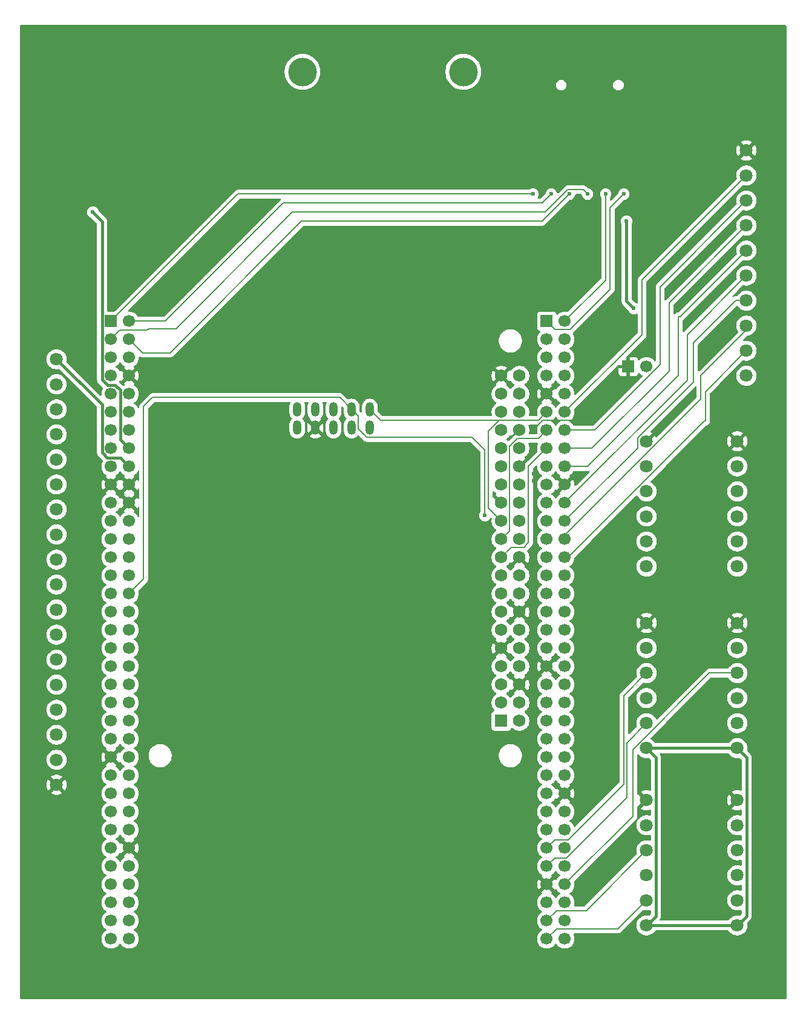
<source format=gbr>
%TF.GenerationSoftware,KiCad,Pcbnew,9.0.1*%
%TF.CreationDate,2025-10-08T20:15:02+11:00*%
%TF.ProjectId,Remora Nucleo F446ZE Hat,52656d6f-7261-4204-9e75-636c656f2046,rev?*%
%TF.SameCoordinates,Original*%
%TF.FileFunction,Copper,L2,Bot*%
%TF.FilePolarity,Positive*%
%FSLAX46Y46*%
G04 Gerber Fmt 4.6, Leading zero omitted, Abs format (unit mm)*
G04 Created by KiCad (PCBNEW 9.0.1) date 2025-10-08 20:15:02*
%MOMM*%
%LPD*%
G01*
G04 APERTURE LIST*
%TA.AperFunction,ComponentPad*%
%ADD10C,1.803400*%
%TD*%
%TA.AperFunction,ComponentPad*%
%ADD11R,1.700000X1.700000*%
%TD*%
%TA.AperFunction,ComponentPad*%
%ADD12C,1.700000*%
%TD*%
%TA.AperFunction,WasherPad*%
%ADD13C,4.000000*%
%TD*%
%TA.AperFunction,ComponentPad*%
%ADD14O,1.200000X2.000000*%
%TD*%
%TA.AperFunction,ComponentPad*%
%ADD15R,1.750000X1.750000*%
%TD*%
%TA.AperFunction,ComponentPad*%
%ADD16C,1.750000*%
%TD*%
%TA.AperFunction,ViaPad*%
%ADD17C,0.600000*%
%TD*%
%TA.AperFunction,ViaPad*%
%ADD18C,4.000000*%
%TD*%
%TA.AperFunction,Conductor*%
%ADD19C,0.400000*%
%TD*%
%TA.AperFunction,Conductor*%
%ADD20C,0.200000*%
%TD*%
G04 APERTURE END LIST*
D10*
%TO.P,J14,18,Pin_18*%
%TO.N,GNDREF*%
X99060000Y-130855000D03*
%TO.P,J14,17,Pin_17*%
%TO.N,MCU_DIGITAL_IN_16*%
X99060000Y-127355000D03*
%TO.P,J14,16,Pin_16*%
%TO.N,MCU_DIGITAL_IN_15*%
X99060000Y-123855000D03*
%TO.P,J14,15,Pin_15*%
%TO.N,MCU_DIGITAL_IN_14*%
X99060000Y-120355000D03*
%TO.P,J14,14,Pin_14*%
%TO.N,MCU_DIGITAL_IN_13*%
X99060000Y-116855000D03*
%TO.P,J14,13,Pin_13*%
%TO.N,MCU_DIGITAL_IN_12*%
X99060000Y-113355000D03*
%TO.P,J14,12,Pin_12*%
%TO.N,MCU_DIGITAL_IN_11*%
X99060000Y-109855000D03*
%TO.P,J14,11,Pin_11*%
%TO.N,MCU_DIGITAL_IN_10*%
X99060000Y-106355000D03*
%TO.P,J14,10,Pin_10*%
%TO.N,MCU_DIGITAL_IN_9*%
X99060000Y-102855000D03*
%TO.P,J14,9,Pin_9*%
%TO.N,MCU_DIGITAL_IN_8*%
X99060000Y-99355000D03*
%TO.P,J14,8,Pin_8*%
%TO.N,MCU_DIGITAL_IN_7*%
X99060000Y-95855000D03*
%TO.P,J14,7,Pin_7*%
%TO.N,MCU_DIGITAL_IN_6*%
X99060000Y-92355000D03*
%TO.P,J14,6,Pin_6*%
%TO.N,MCU_DIGITAL_IN_5*%
X99060000Y-88855000D03*
%TO.P,J14,5,Pin_5*%
%TO.N,MCU_DIGITAL_IN_4*%
X99060000Y-85355000D03*
%TO.P,J14,4,Pin_4*%
%TO.N,MCU_DIGITAL_IN_3*%
X99060000Y-81855000D03*
%TO.P,J14,3,Pin_3*%
%TO.N,MCU_DIGITAL_IN_2*%
X99060000Y-78355000D03*
%TO.P,J14,2,Pin_2*%
%TO.N,MCU_DIGITAL_IN_1*%
X99060000Y-74855000D03*
%TO.P,J14,1,Pin_1*%
%TO.N,+5VD*%
X99060000Y-71355000D03*
%TD*%
%TO.P,J12,1,Pin_1*%
%TO.N,+5VD*%
X195580000Y-73660000D03*
%TO.P,J12,2,Pin_2*%
%TO.N,MCU_DIGITAL_OUT_1*%
X195580000Y-70160000D03*
%TO.P,J12,3,Pin_3*%
%TO.N,MCU_DIGITAL_OUT_2*%
X195580000Y-66660000D03*
%TO.P,J12,4,Pin_4*%
%TO.N,MCU_DIGITAL_OUT_3*%
X195580000Y-63160000D03*
%TO.P,J12,5,Pin_5*%
%TO.N,MCU_DIGITAL_OUT_4*%
X195580000Y-59660000D03*
%TO.P,J12,6,Pin_6*%
%TO.N,MCU_DIGITAL_OUT_5*%
X195580000Y-56160000D03*
%TO.P,J12,7,Pin_7*%
%TO.N,MCU_DIGITAL_OUT_6*%
X195580000Y-52660000D03*
%TO.P,J12,8,Pin_8*%
%TO.N,MCU_DIGITAL_OUT_7*%
X195580000Y-49160000D03*
%TO.P,J12,9,Pin_9*%
%TO.N,MCU_DIGITAL_OUT_8*%
X195580000Y-45660000D03*
%TO.P,J12,10,Pin_10*%
%TO.N,GNDREF*%
X195580000Y-42160000D03*
%TD*%
%TO.P,J9,1,Pin_1*%
%TO.N,+5VD*%
X194310000Y-125730000D03*
%TO.P,J9,2,Pin_2*%
%TO.N,/MCU_A_STEP*%
X194310000Y-122230000D03*
%TO.P,J9,3,Pin_3*%
%TO.N,unconnected-(J9-Pin_3-Pad3)*%
X194310000Y-118729999D03*
%TO.P,J9,4,Pin_4*%
%TO.N,/MCU_A_DIR*%
X194310000Y-115229998D03*
%TO.P,J9,5,Pin_5*%
%TO.N,unconnected-(J9-Pin_5-Pad5)*%
X194310000Y-111729998D03*
%TO.P,J9,6,Pin_6*%
%TO.N,GNDREF*%
X194310000Y-108229997D03*
%TD*%
%TO.P,J6,1,Pin_1*%
%TO.N,+5VD*%
X181610000Y-150510002D03*
%TO.P,J6,2,Pin_2*%
%TO.N,/MCU_X_STEP*%
X181610000Y-147010002D03*
%TO.P,J6,3,Pin_3*%
%TO.N,unconnected-(J6-Pin_3-Pad3)*%
X181610000Y-143510001D03*
%TO.P,J6,4,Pin_4*%
%TO.N,/MCU_X_DIR*%
X181610000Y-140010000D03*
%TO.P,J6,5,Pin_5*%
%TO.N,unconnected-(J6-Pin_5-Pad5)*%
X181610000Y-136510000D03*
%TO.P,J6,6,Pin_6*%
%TO.N,GNDREF*%
X181610000Y-133009999D03*
%TD*%
%TO.P,J7,1,Pin_1*%
%TO.N,+5VD*%
X194310000Y-150510002D03*
%TO.P,J7,2,Pin_2*%
%TO.N,/MCU_Y_STEP*%
X194310000Y-147010002D03*
%TO.P,J7,3,Pin_3*%
%TO.N,unconnected-(J7-Pin_3-Pad3)*%
X194310000Y-143510001D03*
%TO.P,J7,4,Pin_4*%
%TO.N,/MCU_Y_DIR*%
X194310000Y-140010000D03*
%TO.P,J7,5,Pin_5*%
%TO.N,unconnected-(J7-Pin_5-Pad5)*%
X194310000Y-136510000D03*
%TO.P,J7,6,Pin_6*%
%TO.N,GNDREF*%
X194310000Y-133009999D03*
%TD*%
%TO.P,J8,1,Pin_1*%
%TO.N,+5VD*%
X181610000Y-125730000D03*
%TO.P,J8,2,Pin_2*%
%TO.N,/MCU_Z_STEP*%
X181610000Y-122230000D03*
%TO.P,J8,3,Pin_3*%
%TO.N,unconnected-(J8-Pin_3-Pad3)*%
X181610000Y-118729999D03*
%TO.P,J8,4,Pin_4*%
%TO.N,/MCU_Z_DIR*%
X181610000Y-115229998D03*
%TO.P,J8,5,Pin_5*%
%TO.N,unconnected-(J8-Pin_5-Pad5)*%
X181610000Y-111729998D03*
%TO.P,J8,6,Pin_6*%
%TO.N,GNDREF*%
X181610000Y-108229997D03*
%TD*%
D11*
%TO.P,J3,1,Pin_1*%
%TO.N,GNDREF*%
X179065000Y-72390000D03*
D12*
%TO.P,J3,2,Pin_2*%
%TO.N,/UART_TX*%
X181605000Y-72390000D03*
%TD*%
D11*
%TO.P,J1,1,Pin_1*%
%TO.N,/SDIO_D2*%
X106680000Y-66040000D03*
D12*
%TO.P,J1,2,Pin_2*%
%TO.N,/SDIO_D3*%
X109220000Y-66040000D03*
%TO.P,J1,3,Pin_3*%
%TO.N,/SDIO_CLK*%
X106680000Y-68580000D03*
%TO.P,J1,4,Pin_4*%
%TO.N,/SDIO_CMD*%
X109220000Y-68580000D03*
%TO.P,J1,5,Pin_5*%
%TO.N,unconnected-(J1-Pin_5-Pad5)*%
X106680000Y-71120000D03*
%TO.P,J1,6,Pin_6*%
%TO.N,unconnected-(J1-Pin_6-Pad6)*%
X109220000Y-71120000D03*
%TO.P,J1,7,Pin_7*%
%TO.N,unconnected-(J1-Pin_7-Pad7)*%
X106680000Y-73660000D03*
%TO.P,J1,8,Pin_8*%
%TO.N,GNDREF*%
X109220000Y-73660000D03*
%TO.P,J1,9,Pin_9*%
%TO.N,MCU_DIGITAL_IN_1*%
X106680000Y-76200000D03*
%TO.P,J1,10,Pin_10*%
%TO.N,unconnected-(J1-Pin_10-Pad10)*%
X109220000Y-76200000D03*
%TO.P,J1,11,Pin_11*%
%TO.N,MCU_DIGITAL_IN_2*%
X106680000Y-78740000D03*
%TO.P,J1,12,Pin_12*%
%TO.N,unconnected-(J1-Pin_12-Pad12)*%
X109220000Y-78740000D03*
%TO.P,J1,13,Pin_13*%
%TO.N,unconnected-(J1-Pin_13-Pad13)*%
X106680000Y-81280000D03*
%TO.P,J1,14,Pin_14*%
%TO.N,/MCU_RST*%
X109220000Y-81280000D03*
%TO.P,J1,15,Pin_15*%
%TO.N,unconnected-(J1-Pin_15-Pad15)*%
X106680000Y-83820000D03*
%TO.P,J1,16,Pin_16*%
%TO.N,+3V3*%
X109220000Y-83820000D03*
%TO.P,J1,17,Pin_17*%
%TO.N,MCU_DIGITAL_IN_3*%
X106680000Y-86360000D03*
%TO.P,J1,18,Pin_18*%
%TO.N,+5VD*%
X109220000Y-86360000D03*
%TO.P,J1,19,Pin_19*%
%TO.N,GNDREF*%
X106680000Y-88900000D03*
%TO.P,J1,20,Pin_20*%
X109220000Y-88900000D03*
%TO.P,J1,21,Pin_21*%
%TO.N,MCU_DIGITAL_IN_4*%
X106680000Y-91440000D03*
%TO.P,J1,22,Pin_22*%
%TO.N,GNDREF*%
X109220000Y-91440000D03*
%TO.P,J1,23,Pin_23*%
%TO.N,MCU_DIGITAL_IN_5*%
X106680000Y-93980000D03*
%TO.P,J1,24,Pin_24*%
%TO.N,unconnected-(J1-Pin_24-Pad24)*%
X109220000Y-93980000D03*
%TO.P,J1,25,Pin_25*%
%TO.N,MCU_DIGITAL_IN_6*%
X106680000Y-96520000D03*
%TO.P,J1,26,Pin_26*%
%TO.N,unconnected-(J1-Pin_26-Pad26)*%
X109220000Y-96520000D03*
%TO.P,J1,27,Pin_27*%
%TO.N,MCU_DIGITAL_IN_7*%
X106680000Y-99060000D03*
%TO.P,J1,28,Pin_28*%
%TO.N,MCU_DIGITAL_IN_8*%
X109220000Y-99060000D03*
%TO.P,J1,29,Pin_29*%
%TO.N,MCU_DIGITAL_IN_9*%
X106680000Y-101600000D03*
%TO.P,J1,30,Pin_30*%
%TO.N,MCU_DIGITAL_IN_10*%
X109220000Y-101600000D03*
%TO.P,J1,31,Pin_31*%
%TO.N,MCU_DIGITAL_IN_11*%
X106680000Y-104140000D03*
%TO.P,J1,32,Pin_32*%
%TO.N,/SPI1_CS*%
X109220000Y-104140000D03*
%TO.P,J1,33,Pin_33*%
%TO.N,unconnected-(J1-Pin_33-Pad33)*%
X106680000Y-106680000D03*
%TO.P,J1,34,Pin_34*%
%TO.N,MCU_DIGITAL_IN_12*%
X109220000Y-106680000D03*
%TO.P,J1,35,Pin_35*%
%TO.N,MCU_DIGITAL_IN_13*%
X106680000Y-109220000D03*
%TO.P,J1,36,Pin_36*%
%TO.N,MCU_DIGITAL_IN_14*%
X109220000Y-109220000D03*
%TO.P,J1,37,Pin_37*%
%TO.N,MCU_DIGITAL_IN_15*%
X106680000Y-111760000D03*
%TO.P,J1,38,Pin_38*%
%TO.N,MCU_DIGITAL_IN_16*%
X109220000Y-111760000D03*
%TO.P,J1,39,Pin_39*%
%TO.N,unconnected-(J1-Pin_39-Pad39)*%
X106680000Y-114300000D03*
%TO.P,J1,40,Pin_40*%
%TO.N,unconnected-(J1-Pin_40-Pad40)*%
X109220000Y-114300000D03*
%TO.P,J1,41,Pin_41*%
%TO.N,unconnected-(J1-Pin_41-Pad41)*%
X106680000Y-116840000D03*
%TO.P,J1,42,Pin_42*%
%TO.N,unconnected-(J1-Pin_42-Pad42)*%
X109220000Y-116840000D03*
%TO.P,J1,43,Pin_43*%
%TO.N,unconnected-(J1-Pin_43-Pad43)*%
X106680000Y-119380000D03*
%TO.P,J1,44,Pin_44*%
%TO.N,unconnected-(J1-Pin_44-Pad44)*%
X109220000Y-119380000D03*
%TO.P,J1,45,Pin_45*%
%TO.N,unconnected-(J1-Pin_45-Pad45)*%
X106680000Y-121920000D03*
%TO.P,J1,46,Pin_46*%
%TO.N,unconnected-(J1-Pin_46-Pad46)*%
X109220000Y-121920000D03*
%TO.P,J1,47,Pin_47*%
%TO.N,unconnected-(J1-Pin_47-Pad47)*%
X106680000Y-124460000D03*
%TO.P,J1,48,Pin_48*%
%TO.N,unconnected-(J1-Pin_48-Pad48)*%
X109220000Y-124460000D03*
%TO.P,J1,49,Pin_49*%
%TO.N,GNDREF*%
X106680000Y-127000000D03*
%TO.P,J1,50,Pin_50*%
%TO.N,unconnected-(J1-Pin_50-Pad50)*%
X109220000Y-127000000D03*
%TO.P,J1,51,Pin_51*%
%TO.N,unconnected-(J1-Pin_51-Pad51)*%
X106680000Y-129540000D03*
%TO.P,J1,52,Pin_52*%
%TO.N,unconnected-(J1-Pin_52-Pad52)*%
X109220000Y-129540000D03*
%TO.P,J1,53,Pin_53*%
%TO.N,unconnected-(J1-Pin_53-Pad53)*%
X106680000Y-132080000D03*
%TO.P,J1,54,Pin_54*%
%TO.N,unconnected-(J1-Pin_54-Pad54)*%
X109220000Y-132080000D03*
%TO.P,J1,55,Pin_55*%
%TO.N,unconnected-(J1-Pin_55-Pad55)*%
X106680000Y-134620000D03*
%TO.P,J1,56,Pin_56*%
%TO.N,unconnected-(J1-Pin_56-Pad56)*%
X109220000Y-134620000D03*
%TO.P,J1,57,Pin_57*%
%TO.N,unconnected-(J1-Pin_57-Pad57)*%
X106680000Y-137160000D03*
%TO.P,J1,58,Pin_58*%
%TO.N,unconnected-(J1-Pin_58-Pad58)*%
X109220000Y-137160000D03*
%TO.P,J1,59,Pin_59*%
%TO.N,unconnected-(J1-Pin_59-Pad59)*%
X106680000Y-139700000D03*
%TO.P,J1,60,Pin_60*%
%TO.N,GNDREF*%
X109220000Y-139700000D03*
%TO.P,J1,61,Pin_61*%
%TO.N,unconnected-(J1-Pin_61-Pad61)*%
X106680000Y-142240000D03*
%TO.P,J1,62,Pin_62*%
%TO.N,unconnected-(J1-Pin_62-Pad62)*%
X109220000Y-142240000D03*
%TO.P,J1,63,Pin_63*%
%TO.N,unconnected-(J1-Pin_63-Pad63)*%
X106680000Y-144780000D03*
%TO.P,J1,64,Pin_64*%
%TO.N,unconnected-(J1-Pin_64-Pad64)*%
X109220000Y-144780000D03*
%TO.P,J1,65,Pin_65*%
%TO.N,unconnected-(J1-Pin_65-Pad65)*%
X106680000Y-147320000D03*
%TO.P,J1,66,Pin_66*%
%TO.N,unconnected-(J1-Pin_66-Pad66)*%
X109220000Y-147320000D03*
%TO.P,J1,67,Pin_67*%
%TO.N,unconnected-(J1-Pin_67-Pad67)*%
X106680000Y-149860000D03*
%TO.P,J1,68,Pin_68*%
%TO.N,unconnected-(J1-Pin_68-Pad68)*%
X109220000Y-149860000D03*
%TO.P,J1,69,Pin_69*%
%TO.N,unconnected-(J1-Pin_69-Pad69)*%
X106680000Y-152400000D03*
%TO.P,J1,70,Pin_70*%
%TO.N,unconnected-(J1-Pin_70-Pad70)*%
X109220000Y-152400000D03*
%TD*%
D13*
%TO.P,U1,*%
%TO.N,*%
X133470000Y-31170000D03*
X155970000Y-31170000D03*
D14*
%TO.P,U1,1,SLCK*%
%TO.N,/SPI1_CLK*%
X142900000Y-78380000D03*
%TO.P,U1,2,SCS*%
%TO.N,/SPI1_CS*%
X140360000Y-78380000D03*
%TO.P,U1,3,MOSI*%
%TO.N,/SPI1_MOSI*%
X137820000Y-78380000D03*
%TO.P,U1,4,MISO*%
%TO.N,/SPI1_MISO*%
X135280000Y-78380000D03*
%TO.P,U1,5,3V3*%
%TO.N,+3V3*%
X132740000Y-78380000D03*
%TO.P,U1,6,5V*%
%TO.N,+5VD*%
X132740000Y-80920000D03*
%TO.P,U1,7,GND*%
%TO.N,GNDREF*%
X135280000Y-80920000D03*
%TO.P,U1,8,RST*%
%TO.N,/WIZ_RST*%
X137820000Y-80920000D03*
%TO.P,U1,9,INT*%
%TO.N,unconnected-(U1-INT-Pad9)*%
X140360000Y-80920000D03*
%TO.P,U1,10,GND*%
%TO.N,GNDREF*%
X142900000Y-80920000D03*
%TD*%
D10*
%TO.P,J11,1,Pin_1*%
%TO.N,+5VD*%
X194310000Y-100330000D03*
%TO.P,J11,2,Pin_2*%
%TO.N,/MCU_C_STEP*%
X194310000Y-96830000D03*
%TO.P,J11,3,Pin_3*%
%TO.N,unconnected-(J11-Pin_3-Pad3)*%
X194310000Y-93329999D03*
%TO.P,J11,4,Pin_4*%
%TO.N,/MCU_C_DIR*%
X194310000Y-89829998D03*
%TO.P,J11,5,Pin_5*%
%TO.N,unconnected-(J11-Pin_5-Pad5)*%
X194310000Y-86329998D03*
%TO.P,J11,6,Pin_6*%
%TO.N,GNDREF*%
X194310000Y-82829997D03*
%TD*%
D11*
%TO.P,J2,1,Pin_1*%
%TO.N,/SDIO_D1*%
X167640000Y-66040000D03*
D12*
%TO.P,J2,2,Pin_2*%
%TO.N,/SDIO_D0*%
X170180000Y-66040000D03*
%TO.P,J2,3,Pin_3*%
%TO.N,unconnected-(J2-Pin_3-Pad3)*%
X167640000Y-68580000D03*
%TO.P,J2,4,Pin_4*%
%TO.N,unconnected-(J2-Pin_4-Pad4)*%
X170180000Y-68580000D03*
%TO.P,J2,5,Pin_5*%
%TO.N,unconnected-(J2-Pin_5-Pad5)*%
X167640000Y-71120000D03*
%TO.P,J2,6,Pin_6*%
%TO.N,unconnected-(J2-Pin_6-Pad6)*%
X170180000Y-71120000D03*
%TO.P,J2,7,Pin_7*%
%TO.N,unconnected-(J2-Pin_7-Pad7)*%
X167640000Y-73660000D03*
%TO.P,J2,8,Pin_8*%
%TO.N,unconnected-(J2-Pin_8-Pad8)*%
X170180000Y-73660000D03*
%TO.P,J2,9,Pin_9*%
%TO.N,GNDREF*%
X167640000Y-76200000D03*
%TO.P,J2,10,Pin_10*%
%TO.N,/UART_TX*%
X170180000Y-76200000D03*
%TO.P,J2,11,Pin_11*%
%TO.N,/SPI1_CLK*%
X167640000Y-78740000D03*
%TO.P,J2,12,Pin_12*%
%TO.N,MCU_DIGITAL_OUT_8*%
X170180000Y-78740000D03*
%TO.P,J2,13,Pin_13*%
%TO.N,/SPI1_MISO*%
X167640000Y-81280000D03*
%TO.P,J2,14,Pin_14*%
%TO.N,MCU_DIGITAL_OUT_7*%
X170180000Y-81280000D03*
%TO.P,J2,15,Pin_15*%
%TO.N,/SPI1_MOSI*%
X167640000Y-83820000D03*
%TO.P,J2,16,Pin_16*%
%TO.N,MCU_DIGITAL_OUT_6*%
X170180000Y-83820000D03*
%TO.P,J2,17,Pin_17*%
%TO.N,unconnected-(J2-Pin_17-Pad17)*%
X167640000Y-86360000D03*
%TO.P,J2,18,Pin_18*%
%TO.N,MCU_DIGITAL_OUT_5*%
X170180000Y-86360000D03*
%TO.P,J2,19,Pin_19*%
%TO.N,unconnected-(J2-Pin_19-Pad19)*%
X167640000Y-88900000D03*
%TO.P,J2,20,Pin_20*%
%TO.N,GNDREF*%
X170180000Y-88900000D03*
%TO.P,J2,21,Pin_21*%
%TO.N,unconnected-(J2-Pin_21-Pad21)*%
X167640000Y-91440000D03*
%TO.P,J2,22,Pin_22*%
%TO.N,MCU_DIGITAL_OUT_4*%
X170180000Y-91440000D03*
%TO.P,J2,23,Pin_23*%
%TO.N,unconnected-(J2-Pin_23-Pad23)*%
X167640000Y-93980000D03*
%TO.P,J2,24,Pin_24*%
%TO.N,MCU_DIGITAL_OUT_3*%
X170180000Y-93980000D03*
%TO.P,J2,25,Pin_25*%
%TO.N,unconnected-(J2-Pin_25-Pad25)*%
X167640000Y-96520000D03*
%TO.P,J2,26,Pin_26*%
%TO.N,MCU_DIGITAL_OUT_2*%
X170180000Y-96520000D03*
%TO.P,J2,27,Pin_27*%
%TO.N,unconnected-(J2-Pin_27-Pad27)*%
X167640000Y-99060000D03*
%TO.P,J2,28,Pin_28*%
%TO.N,MCU_DIGITAL_OUT_1*%
X170180000Y-99060000D03*
%TO.P,J2,29,Pin_29*%
%TO.N,/WIZ_RST*%
X167640000Y-101600000D03*
%TO.P,J2,30,Pin_30*%
%TO.N,unconnected-(J2-Pin_30-Pad30)*%
X170180000Y-101600000D03*
%TO.P,J2,31,Pin_31*%
%TO.N,unconnected-(J2-Pin_31-Pad31)*%
X167640000Y-104140000D03*
%TO.P,J2,32,Pin_32*%
%TO.N,unconnected-(J2-Pin_32-Pad32)*%
X170180000Y-104140000D03*
%TO.P,J2,33,Pin_33*%
%TO.N,unconnected-(J2-Pin_33-Pad33)*%
X167640000Y-106680000D03*
%TO.P,J2,34,Pin_34*%
%TO.N,unconnected-(J2-Pin_34-Pad34)*%
X170180000Y-106680000D03*
%TO.P,J2,35,Pin_35*%
%TO.N,unconnected-(J2-Pin_35-Pad35)*%
X167640000Y-109220000D03*
%TO.P,J2,36,Pin_36*%
%TO.N,unconnected-(J2-Pin_36-Pad36)*%
X170180000Y-109220000D03*
%TO.P,J2,37,Pin_37*%
%TO.N,unconnected-(J2-Pin_37-Pad37)*%
X167640000Y-111760000D03*
%TO.P,J2,38,Pin_38*%
%TO.N,unconnected-(J2-Pin_38-Pad38)*%
X170180000Y-111760000D03*
%TO.P,J2,39,Pin_39*%
%TO.N,GNDREF*%
X167640000Y-114300000D03*
%TO.P,J2,40,Pin_40*%
%TO.N,unconnected-(J2-Pin_40-Pad40)*%
X170180000Y-114300000D03*
%TO.P,J2,41,Pin_41*%
%TO.N,unconnected-(J2-Pin_41-Pad41)*%
X167640000Y-116840000D03*
%TO.P,J2,42,Pin_42*%
%TO.N,unconnected-(J2-Pin_42-Pad42)*%
X170180000Y-116840000D03*
%TO.P,J2,43,Pin_43*%
%TO.N,unconnected-(J2-Pin_43-Pad43)*%
X167640000Y-119380000D03*
%TO.P,J2,44,Pin_44*%
%TO.N,unconnected-(J2-Pin_44-Pad44)*%
X170180000Y-119380000D03*
%TO.P,J2,45,Pin_45*%
%TO.N,unconnected-(J2-Pin_45-Pad45)*%
X167640000Y-121920000D03*
%TO.P,J2,46,Pin_46*%
%TO.N,unconnected-(J2-Pin_46-Pad46)*%
X170180000Y-121920000D03*
%TO.P,J2,47,Pin_47*%
%TO.N,unconnected-(J2-Pin_47-Pad47)*%
X167640000Y-124460000D03*
%TO.P,J2,48,Pin_48*%
%TO.N,unconnected-(J2-Pin_48-Pad48)*%
X170180000Y-124460000D03*
%TO.P,J2,49,Pin_49*%
%TO.N,unconnected-(J2-Pin_49-Pad49)*%
X167640000Y-127000000D03*
%TO.P,J2,50,Pin_50*%
%TO.N,unconnected-(J2-Pin_50-Pad50)*%
X170180000Y-127000000D03*
%TO.P,J2,51,Pin_51*%
%TO.N,unconnected-(J2-Pin_51-Pad51)*%
X167640000Y-129540000D03*
%TO.P,J2,52,Pin_52*%
%TO.N,unconnected-(J2-Pin_52-Pad52)*%
X170180000Y-129540000D03*
%TO.P,J2,53,Pin_53*%
%TO.N,unconnected-(J2-Pin_53-Pad53)*%
X167640000Y-132080000D03*
%TO.P,J2,54,Pin_54*%
%TO.N,GNDREF*%
X170180000Y-132080000D03*
%TO.P,J2,55,Pin_55*%
%TO.N,/MCU_B_DIR*%
X167640000Y-134620000D03*
%TO.P,J2,56,Pin_56*%
%TO.N,unconnected-(J2-Pin_56-Pad56)*%
X170180000Y-134620000D03*
%TO.P,J2,57,Pin_57*%
%TO.N,/MCU_B_STEP*%
X167640000Y-137160000D03*
%TO.P,J2,58,Pin_58*%
%TO.N,unconnected-(J2-Pin_58-Pad58)*%
X170180000Y-137160000D03*
%TO.P,J2,59,Pin_59*%
%TO.N,/MCU_Z_DIR*%
X167640000Y-139700000D03*
%TO.P,J2,60,Pin_60*%
%TO.N,/MCU_C_DIR*%
X170180000Y-139700000D03*
%TO.P,J2,61,Pin_61*%
%TO.N,/MCU_Z_STEP*%
X167640000Y-142240000D03*
%TO.P,J2,62,Pin_62*%
%TO.N,/MCU_C_STEP*%
X170180000Y-142240000D03*
%TO.P,J2,63,Pin_63*%
%TO.N,GNDREF*%
X167640000Y-144780000D03*
%TO.P,J2,64,Pin_64*%
%TO.N,/MCU_A_DIR*%
X170180000Y-144780000D03*
%TO.P,J2,65,Pin_65*%
%TO.N,/USR_LED*%
X167640000Y-147320000D03*
%TO.P,J2,66,Pin_66*%
%TO.N,/MCU_A_STEP*%
X170180000Y-147320000D03*
%TO.P,J2,67,Pin_67*%
%TO.N,/MCU_X_DIR*%
X167640000Y-149860000D03*
%TO.P,J2,68,Pin_68*%
%TO.N,/MCU_Y_DIR*%
X170180000Y-149860000D03*
%TO.P,J2,69,Pin_69*%
%TO.N,/MCU_X_STEP*%
X167640000Y-152400000D03*
%TO.P,J2,70,Pin_70*%
%TO.N,/MCU_Y_STEP*%
X170180000Y-152400000D03*
%TD*%
D10*
%TO.P,J10,1,Pin_1*%
%TO.N,+5VD*%
X181610000Y-100330000D03*
%TO.P,J10,2,Pin_2*%
%TO.N,/MCU_B_STEP*%
X181610000Y-96830000D03*
%TO.P,J10,3,Pin_3*%
%TO.N,unconnected-(J10-Pin_3-Pad3)*%
X181610000Y-93329999D03*
%TO.P,J10,4,Pin_4*%
%TO.N,/MCU_B_DIR*%
X181610000Y-89829998D03*
%TO.P,J10,5,Pin_5*%
%TO.N,unconnected-(J10-Pin_5-Pad5)*%
X181610000Y-86329998D03*
%TO.P,J10,6,Pin_6*%
%TO.N,GNDREF*%
X181610000Y-82829997D03*
%TD*%
D15*
%TO.P,RP1,1,+3.3V_1*%
%TO.N,unconnected-(RP1-+3.3V_1-Pad1)*%
X161290000Y-121920000D03*
D16*
%TO.P,RP1,2,+5V_1*%
%TO.N,unconnected-(RP1-+5V_1-Pad2)*%
X163830000Y-121920000D03*
%TO.P,RP1,3,GPIO_2/[I2C]_SDA*%
%TO.N,unconnected-(RP1-GPIO_2{slash}[I2C]_SDA-Pad3)*%
X161290000Y-119380000D03*
%TO.P,RP1,4,+5V_2*%
%TO.N,unconnected-(RP1-+5V_2-Pad4)*%
X163830000Y-119380000D03*
%TO.P,RP1,5,GPIO_3/[I2C]_SCL*%
%TO.N,unconnected-(RP1-GPIO_3{slash}[I2C]_SCL-Pad5)*%
X161290000Y-116840000D03*
%TO.P,RP1,6,GND_1*%
%TO.N,GNDREF*%
X163830000Y-116840000D03*
%TO.P,RP1,7,GPIO_4/GPCLK0*%
%TO.N,unconnected-(RP1-GPIO_4{slash}GPCLK0-Pad7)*%
X161290000Y-114300000D03*
%TO.P,RP1,8,GPIO_14/[UART]_TXD0*%
%TO.N,unconnected-(RP1-GPIO_14{slash}[UART]_TXD0-Pad8)*%
X163830000Y-114300000D03*
%TO.P,RP1,9,GND_2*%
%TO.N,GNDREF*%
X161290000Y-111760000D03*
%TO.P,RP1,10,GPIO_15/[UART]_RXD0*%
%TO.N,unconnected-(RP1-GPIO_15{slash}[UART]_RXD0-Pad10)*%
X163830000Y-111760000D03*
%TO.P,RP1,11,GPIO_17/SPI1_CS1*%
%TO.N,unconnected-(RP1-GPIO_17{slash}SPI1_CS1-Pad11)*%
X161290000Y-109220000D03*
%TO.P,RP1,12,GPIO_18/PWM0/SPI1_CS0*%
%TO.N,unconnected-(RP1-GPIO_18{slash}PWM0{slash}SPI1_CS0-Pad12)*%
X163830000Y-109220000D03*
%TO.P,RP1,13,GPIO27*%
%TO.N,unconnected-(RP1-GPIO27-Pad13)*%
X161290000Y-106680000D03*
%TO.P,RP1,14,GND_3*%
%TO.N,GNDREF*%
X163830000Y-106680000D03*
%TO.P,RP1,15,GPIO_22*%
%TO.N,unconnected-(RP1-GPIO_22-Pad15)*%
X161290000Y-104140000D03*
%TO.P,RP1,16,GPIO_23*%
%TO.N,unconnected-(RP1-GPIO_23-Pad16)*%
X163830000Y-104140000D03*
%TO.P,RP1,17,+3.3V_2*%
%TO.N,unconnected-(RP1-+3.3V_2-Pad17)*%
X161290000Y-101600000D03*
%TO.P,RP1,18,GPIO_24*%
%TO.N,unconnected-(RP1-GPIO_24-Pad18)*%
X163830000Y-101600000D03*
%TO.P,RP1,19,GPIO_10/SPI0_MOSI*%
%TO.N,/SPI1_MOSI*%
X161290000Y-99060000D03*
%TO.P,RP1,20,GND_4*%
%TO.N,GNDREF*%
X163830000Y-99060000D03*
%TO.P,RP1,21,GPIO_9/SPI0_MISO*%
%TO.N,/SPI1_MISO*%
X161290000Y-96520000D03*
%TO.P,RP1,22,GPIO_25*%
%TO.N,unconnected-(RP1-GPIO_25-Pad22)*%
X163830000Y-96520000D03*
%TO.P,RP1,23,GPIO_11/SPI0_SCLK*%
%TO.N,/SPI1_CLK*%
X161290000Y-93980000D03*
%TO.P,RP1,24,GPIO_8/SPI0_CE1_N*%
%TO.N,/SPI1_CS*%
X163830000Y-93980000D03*
%TO.P,RP1,25,GND_5*%
%TO.N,GNDREF*%
X161290000Y-91440000D03*
%TO.P,RP1,26,GPIO_7/SPI0_CE2_N*%
%TO.N,unconnected-(RP1-GPIO_7{slash}SPI0_CE2_N-Pad26)*%
X163830000Y-91440000D03*
%TO.P,RP1,27,DNC_1*%
%TO.N,unconnected-(RP1-DNC_1-Pad27)*%
X161290000Y-88900000D03*
%TO.P,RP1,28,DNC_2*%
%TO.N,unconnected-(RP1-DNC_2-Pad28)*%
X163830000Y-88900000D03*
%TO.P,RP1,29,GPIO5//GPCLK1*%
%TO.N,unconnected-(RP1-GPIO5{slash}{slash}GPCLK1-Pad29)*%
X161290000Y-86360000D03*
%TO.P,RP1,30,GND_6*%
%TO.N,GNDREF*%
X163830000Y-86360000D03*
%TO.P,RP1,31,GPIO6/GPCLK2*%
%TO.N,unconnected-(RP1-GPIO6{slash}GPCLK2-Pad31)*%
X161290000Y-83820000D03*
%TO.P,RP1,32,GPIO12/PWM0*%
%TO.N,unconnected-(RP1-GPIO12{slash}PWM0-Pad32)*%
X163830000Y-83820000D03*
%TO.P,RP1,33,GPIO13/PWM1*%
%TO.N,unconnected-(RP1-GPIO13{slash}PWM1-Pad33)*%
X161290000Y-81280000D03*
%TO.P,RP1,34,GND_7*%
%TO.N,GNDREF*%
X163830000Y-81280000D03*
%TO.P,RP1,35,GPIO19/SPI0_MISO1/PWM1*%
%TO.N,unconnected-(RP1-GPIO19{slash}SPI0_MISO1{slash}PWM1-Pad35)*%
X161290000Y-78740000D03*
%TO.P,RP1,36,GPIO16/SPI1_CS2*%
%TO.N,unconnected-(RP1-GPIO16{slash}SPI1_CS2-Pad36)*%
X163830000Y-78740000D03*
%TO.P,RP1,37,GPIO26*%
%TO.N,unconnected-(RP1-GPIO26-Pad37)*%
X161290000Y-76200000D03*
%TO.P,RP1,38,GPIO20/SPI0_MOSI1*%
%TO.N,unconnected-(RP1-GPIO20{slash}SPI0_MOSI1-Pad38)*%
X163830000Y-76200000D03*
%TO.P,RP1,39,GND_8*%
%TO.N,GNDREF*%
X161290000Y-73660000D03*
%TO.P,RP1,40,GPIO21/SPI0_SCLK1*%
%TO.N,unconnected-(RP1-GPIO21{slash}SPI0_SCLK1-Pad40)*%
X163830000Y-73660000D03*
%TD*%
D17*
%TO.N,+3V3*%
X178816000Y-52070000D03*
X179832000Y-64262000D03*
%TO.N,GNDREF*%
X165862000Y-88392000D03*
X165862000Y-87376000D03*
X178816000Y-40386000D03*
X177800000Y-40386000D03*
X176784000Y-40386000D03*
X176784000Y-42418000D03*
X177800000Y-42418000D03*
X178816000Y-42418000D03*
X181610000Y-45212000D03*
X180594000Y-45212000D03*
X181610000Y-44450000D03*
X180594000Y-44450000D03*
X171450000Y-40386000D03*
X170434000Y-40386000D03*
X169418000Y-40386000D03*
X169418000Y-42418000D03*
X171450000Y-42418000D03*
X170434000Y-42418000D03*
X166624000Y-44196000D03*
X165608000Y-44196000D03*
X164592000Y-44196000D03*
X166624000Y-45212000D03*
X165608000Y-45212000D03*
X164592000Y-45212000D03*
X172466000Y-79298800D03*
X165760400Y-80873600D03*
X165735000Y-84455000D03*
%TO.N,+3V3*%
X104140000Y-50800000D03*
%TO.N,GNDREF*%
X156972000Y-77978000D03*
X155956000Y-77978000D03*
X154940000Y-77978000D03*
X156972000Y-78994000D03*
X155956000Y-78994000D03*
X154940000Y-78994000D03*
%TO.N,/SPI1_CS*%
X159004000Y-93218000D03*
%TO.N,GNDREF*%
X129032000Y-78994000D03*
X128016000Y-78994000D03*
X127000000Y-78994000D03*
X127000000Y-77978000D03*
X128016000Y-77978000D03*
X129032000Y-77978000D03*
X116840000Y-78994000D03*
X115824000Y-78994000D03*
X114808000Y-78994000D03*
X116840000Y-77978000D03*
X115824000Y-77978000D03*
X114808000Y-77978000D03*
X103378000Y-53340000D03*
X103378000Y-61468000D03*
D18*
X97790000Y-157480000D03*
X196850000Y-157480000D03*
X162560000Y-63500000D03*
X161290000Y-138430000D03*
X97790000Y-27940000D03*
X114300000Y-62230000D03*
X115570000Y-138430000D03*
X147320000Y-114300000D03*
X196850000Y-27940000D03*
D17*
%TO.N,/SDIO_D2*%
X165735000Y-48260000D03*
%TO.N,/SDIO_CMD*%
X170815000Y-48260000D03*
%TO.N,/SDIO_D3*%
X168275000Y-48260000D03*
%TO.N,/SDIO_CLK*%
X173355000Y-48260000D03*
%TO.N,/SDIO_D0*%
X175895000Y-48260000D03*
%TO.N,/SDIO_D1*%
X178435000Y-48260000D03*
%TD*%
D19*
%TO.N,+3V3*%
X178816000Y-63246000D02*
X178816000Y-52070000D01*
X179832000Y-64262000D02*
X178816000Y-63246000D01*
D20*
%TO.N,GNDREF*%
X167056100Y-79891000D02*
X171873800Y-79891000D01*
X165760400Y-80873600D02*
X166073500Y-80873600D01*
X166073500Y-80873600D02*
X167056100Y-79891000D01*
X171873800Y-79891000D02*
X172466000Y-79298800D01*
%TO.N,/SPI1_CLK*%
X159461200Y-92151200D02*
X159461200Y-81445684D01*
X160990884Y-79916000D02*
X166464000Y-79916000D01*
X161290000Y-93980000D02*
X159461200Y-92151200D01*
X159461200Y-81445684D02*
X160990884Y-79916000D01*
D19*
%TO.N,+5VD*%
X181610000Y-125730000D02*
X194310000Y-125730000D01*
X182912700Y-127032700D02*
X181610000Y-125730000D01*
X181610000Y-150510002D02*
X182912700Y-149207302D01*
X182912700Y-149207302D02*
X182912700Y-127032700D01*
X195612700Y-127032700D02*
X194310000Y-125730000D01*
X194310000Y-150510002D02*
X195612700Y-149207302D01*
X195612700Y-149207302D02*
X195612700Y-127032700D01*
X181610000Y-150510002D02*
X194310000Y-150510002D01*
%TO.N,+3V3*%
X107969000Y-75681818D02*
X107969000Y-82569000D01*
X107236182Y-74949000D02*
X107969000Y-75681818D01*
X106199818Y-74949000D02*
X107236182Y-74949000D01*
X107969000Y-82569000D02*
X109220000Y-83820000D01*
X105429000Y-52089000D02*
X105429000Y-74178182D01*
X104140000Y-50800000D02*
X105429000Y-52089000D01*
X105429000Y-74178182D02*
X106199818Y-74949000D01*
%TO.N,+5VD*%
X106161818Y-85109000D02*
X107969000Y-85109000D01*
X105429000Y-84376182D02*
X106161818Y-85109000D01*
X105429000Y-77724000D02*
X105429000Y-84376182D01*
X107969000Y-85109000D02*
X109220000Y-86360000D01*
X99060000Y-71355000D02*
X105429000Y-77724000D01*
D20*
%TO.N,/SPI1_CS*%
X141261000Y-79281000D02*
X140360000Y-78380000D01*
X157226000Y-82296000D02*
X142494000Y-82296000D01*
X159004000Y-84074000D02*
X157226000Y-82296000D01*
X142494000Y-82296000D02*
X141261000Y-81063000D01*
X159004000Y-93218000D02*
X159004000Y-84074000D01*
X141261000Y-81063000D02*
X141261000Y-79281000D01*
%TO.N,/SPI1_CLK*%
X144436000Y-79916000D02*
X166464000Y-79916000D01*
X142900000Y-78380000D02*
X144436000Y-79916000D01*
X166464000Y-79916000D02*
X167640000Y-78740000D01*
%TO.N,/SPI1_MOSI*%
X165100000Y-86360000D02*
X167640000Y-83820000D01*
X164432000Y-97696000D02*
X165100000Y-97028000D01*
X162654000Y-97696000D02*
X164432000Y-97696000D01*
X165100000Y-97028000D02*
X165100000Y-86360000D01*
X161290000Y-99060000D02*
X162654000Y-97696000D01*
%TO.N,/SPI1_MISO*%
X166464000Y-82456000D02*
X167640000Y-81280000D01*
X163530884Y-82456000D02*
X166464000Y-82456000D01*
X162466000Y-95344000D02*
X162466000Y-83520884D01*
X162466000Y-83520884D02*
X163530884Y-82456000D01*
X161290000Y-96520000D02*
X162466000Y-95344000D01*
%TO.N,/SPI1_CS*%
X111252000Y-77978000D02*
X111252000Y-102108000D01*
X111252000Y-102108000D02*
X109220000Y-104140000D01*
X138688000Y-76708000D02*
X112522000Y-76708000D01*
X140360000Y-78380000D02*
X138688000Y-76708000D01*
X112522000Y-76708000D02*
X111252000Y-77978000D01*
%TO.N,/SDIO_D2*%
X124460000Y-48260000D02*
X165735000Y-48260000D01*
X106680000Y-66040000D02*
X124460000Y-48260000D01*
%TO.N,/SDIO_CMD*%
X111156000Y-70516000D02*
X114904000Y-70516000D01*
X109220000Y-68580000D02*
X111156000Y-70516000D01*
X114904000Y-70516000D02*
X133350000Y-52070000D01*
X133350000Y-52070000D02*
X167005000Y-52070000D01*
X167005000Y-52070000D02*
X170815000Y-48260000D01*
%TO.N,/SDIO_D3*%
X109220000Y-66040000D02*
X114300000Y-66040000D01*
X130810000Y-49530000D02*
X167005000Y-49530000D01*
X167005000Y-49530000D02*
X168275000Y-48260000D01*
X114300000Y-66040000D02*
X130810000Y-49530000D01*
%TO.N,/SDIO_CLK*%
X107950000Y-67310000D02*
X111760000Y-67310000D01*
X106680000Y-68580000D02*
X107950000Y-67310000D01*
X132080000Y-50800000D02*
X167425057Y-50800000D01*
X115816000Y-67064000D02*
X132080000Y-50800000D01*
X167425057Y-50800000D02*
X170566057Y-47659000D01*
X112006000Y-67064000D02*
X115816000Y-67064000D01*
X170566057Y-47659000D02*
X172754000Y-47659000D01*
X111760000Y-67310000D02*
X112006000Y-67064000D01*
X172754000Y-47659000D02*
X173355000Y-48260000D01*
%TO.N,/SDIO_D0*%
X175895000Y-48260000D02*
X175895000Y-60325000D01*
X175895000Y-60325000D02*
X170180000Y-66040000D01*
%TO.N,/SDIO_D1*%
X178435000Y-48260000D02*
X176530000Y-50165000D01*
X168791000Y-67191000D02*
X167640000Y-66040000D01*
X170934000Y-67191000D02*
X168791000Y-67191000D01*
X176530000Y-50165000D02*
X176530000Y-61595000D01*
X176530000Y-61595000D02*
X170934000Y-67191000D01*
%TO.N,/MCU_X_STEP*%
X169029000Y-151011000D02*
X167640000Y-152400000D01*
X181610000Y-147010002D02*
X177609002Y-151011000D01*
X177609002Y-151011000D02*
X169029000Y-151011000D01*
%TO.N,/MCU_X_DIR*%
X173149000Y-148471000D02*
X169029000Y-148471000D01*
X181610000Y-140010000D02*
X173149000Y-148471000D01*
X169029000Y-148471000D02*
X167640000Y-149860000D01*
%TO.N,/MCU_Z_DIR*%
X168791000Y-138549000D02*
X167640000Y-139700000D01*
X178435000Y-118404998D02*
X178435000Y-130770760D01*
X181610000Y-115229998D02*
X178435000Y-118404998D01*
X170656760Y-138549000D02*
X168791000Y-138549000D01*
X178435000Y-130770760D02*
X170656760Y-138549000D01*
%TO.N,/MCU_Z_STEP*%
X178836000Y-132671760D02*
X170418760Y-141089000D01*
X168791000Y-141089000D02*
X167640000Y-142240000D01*
X181610000Y-122230000D02*
X178836000Y-125004000D01*
X170418760Y-141089000D02*
X168791000Y-141089000D01*
X178836000Y-125004000D02*
X178836000Y-132671760D01*
%TO.N,/MCU_A_DIR*%
X179705000Y-125934125D02*
X179705000Y-135255000D01*
X190409127Y-115229998D02*
X179705000Y-125934125D01*
X179705000Y-135255000D02*
X170180000Y-144780000D01*
X194310000Y-115229998D02*
X190409127Y-115229998D01*
%TO.N,MCU_DIGITAL_OUT_1*%
X170679123Y-99060000D02*
X170180000Y-99060000D01*
X189865000Y-75875000D02*
X189865000Y-80010000D01*
X189865000Y-80010000D02*
X189729123Y-80010000D01*
X189729123Y-80010000D02*
X170679123Y-99060000D01*
X195580000Y-70160000D02*
X189865000Y-75875000D01*
%TO.N,MCU_DIGITAL_OUT_2*%
X189230000Y-73660000D02*
X189230000Y-76910872D01*
X170180000Y-95960872D02*
X170180000Y-96520000D01*
X195580000Y-67310000D02*
X189230000Y-73660000D01*
X189230000Y-76910872D02*
X170180000Y-95960872D01*
X195580000Y-66660000D02*
X195580000Y-67310000D01*
%TO.N,MCU_DIGITAL_OUT_3*%
X195580000Y-63160000D02*
X194082900Y-63160000D01*
X188194000Y-74545122D02*
X180407300Y-82331822D01*
X180407300Y-82331822D02*
X180407300Y-83752700D01*
X194082900Y-63160000D02*
X188194000Y-69048900D01*
X180407300Y-83752700D02*
X170180000Y-93980000D01*
X188194000Y-69048900D02*
X188194000Y-74545122D01*
%TO.N,MCU_DIGITAL_OUT_4*%
X195580000Y-59660000D02*
X187325000Y-67915000D01*
X187325000Y-74295000D02*
X170180000Y-91440000D01*
X187325000Y-67915000D02*
X187325000Y-74295000D01*
%TO.N,MCU_DIGITAL_OUT_5*%
X186055000Y-73660000D02*
X173355000Y-86360000D01*
X186335000Y-65405000D02*
X186055000Y-65405000D01*
X195580000Y-56160000D02*
X186335000Y-65405000D01*
X173355000Y-86360000D02*
X170180000Y-86360000D01*
X186055000Y-65405000D02*
X186055000Y-73660000D01*
%TO.N,MCU_DIGITAL_OUT_6*%
X173990000Y-83820000D02*
X170180000Y-83820000D01*
X195580000Y-52660000D02*
X184785000Y-63455000D01*
X184785000Y-73025000D02*
X173990000Y-83820000D01*
X184785000Y-63455000D02*
X184785000Y-73025000D01*
%TO.N,MCU_DIGITAL_OUT_7*%
X183515000Y-61225000D02*
X183515000Y-72112760D01*
X174347760Y-81280000D02*
X170180000Y-81280000D01*
X183515000Y-72112760D02*
X174347760Y-81280000D01*
X195580000Y-49160000D02*
X183515000Y-61225000D01*
%TO.N,MCU_DIGITAL_OUT_8*%
X195580000Y-45660000D02*
X180975000Y-60265000D01*
X180975000Y-67945000D02*
X170180000Y-78740000D01*
X180975000Y-60265000D02*
X180975000Y-67945000D01*
%TD*%
%TA.AperFunction,Conductor*%
%TO.N,GNDREF*%
G36*
X193027796Y-126432041D02*
G01*
X193033158Y-126430955D01*
X193060962Y-126441780D01*
X193089586Y-126450185D01*
X193094520Y-126454845D01*
X193098267Y-126456304D01*
X193122865Y-126481614D01*
X193240462Y-126643472D01*
X193396528Y-126799538D01*
X193575087Y-126929269D01*
X193642675Y-126963707D01*
X193771741Y-127029470D01*
X193771744Y-127029471D01*
X193876696Y-127063571D01*
X193981651Y-127097673D01*
X194199644Y-127132200D01*
X194199645Y-127132200D01*
X194420355Y-127132200D01*
X194420356Y-127132200D01*
X194617960Y-127100902D01*
X194623383Y-127101603D01*
X194628510Y-127099691D01*
X194657660Y-127106032D01*
X194687251Y-127109856D01*
X194692856Y-127113688D01*
X194696783Y-127114543D01*
X194725037Y-127135694D01*
X194875881Y-127286538D01*
X194909366Y-127347861D01*
X194912200Y-127374219D01*
X194912200Y-131561159D01*
X194892515Y-131628198D01*
X194839711Y-131673953D01*
X194770553Y-131683897D01*
X194749882Y-131679090D01*
X194638235Y-131642814D01*
X194420315Y-131608299D01*
X194199685Y-131608299D01*
X193981766Y-131642814D01*
X193981763Y-131642814D01*
X193771936Y-131710991D01*
X193575342Y-131811161D01*
X193511268Y-131857713D01*
X193511268Y-131857714D01*
X194064271Y-132410717D01*
X194003199Y-132436015D01*
X193897115Y-132506898D01*
X193806899Y-132597114D01*
X193736016Y-132703198D01*
X193710718Y-132764270D01*
X193157715Y-132211267D01*
X193157714Y-132211267D01*
X193111162Y-132275341D01*
X193010992Y-132471935D01*
X192942815Y-132681762D01*
X192942815Y-132681765D01*
X192908300Y-132899683D01*
X192908300Y-133120314D01*
X192942815Y-133338232D01*
X192942815Y-133338233D01*
X193010992Y-133548062D01*
X193111157Y-133744646D01*
X193157715Y-133808729D01*
X193710718Y-133255726D01*
X193736016Y-133316800D01*
X193806899Y-133422884D01*
X193897115Y-133513100D01*
X194003199Y-133583983D01*
X194064270Y-133609279D01*
X193511268Y-134162281D01*
X193511268Y-134162282D01*
X193575352Y-134208841D01*
X193771936Y-134309006D01*
X193981764Y-134377183D01*
X194199685Y-134411699D01*
X194420315Y-134411699D01*
X194638233Y-134377183D01*
X194638236Y-134377183D01*
X194749882Y-134340907D01*
X194819723Y-134338912D01*
X194879556Y-134374992D01*
X194910384Y-134437693D01*
X194912200Y-134458838D01*
X194912200Y-135060634D01*
X194892515Y-135127673D01*
X194839711Y-135173428D01*
X194770553Y-135183372D01*
X194749883Y-135178565D01*
X194638351Y-135142327D01*
X194638352Y-135142327D01*
X194474854Y-135116431D01*
X194420356Y-135107800D01*
X194199644Y-135107800D01*
X194126979Y-135119309D01*
X193981649Y-135142327D01*
X193771744Y-135210528D01*
X193771741Y-135210529D01*
X193575086Y-135310731D01*
X193473212Y-135384747D01*
X193396528Y-135440462D01*
X193396526Y-135440464D01*
X193396525Y-135440464D01*
X193240464Y-135596525D01*
X193240464Y-135596526D01*
X193240462Y-135596528D01*
X193220709Y-135623716D01*
X193110731Y-135775086D01*
X193010529Y-135971741D01*
X193010528Y-135971744D01*
X192942327Y-136181649D01*
X192942327Y-136181651D01*
X192907800Y-136399644D01*
X192907800Y-136620356D01*
X192911163Y-136641586D01*
X192942327Y-136838350D01*
X193010528Y-137048255D01*
X193010529Y-137048258D01*
X193110731Y-137244913D01*
X193240462Y-137423472D01*
X193396528Y-137579538D01*
X193575087Y-137709269D01*
X193671540Y-137758414D01*
X193771741Y-137809470D01*
X193771744Y-137809471D01*
X193863978Y-137839439D01*
X193981651Y-137877673D01*
X194199644Y-137912200D01*
X194199645Y-137912200D01*
X194420355Y-137912200D01*
X194420356Y-137912200D01*
X194638349Y-137877673D01*
X194749882Y-137841433D01*
X194819723Y-137839439D01*
X194879556Y-137875519D01*
X194910384Y-137938220D01*
X194912200Y-137959365D01*
X194912200Y-138560634D01*
X194892515Y-138627673D01*
X194839711Y-138673428D01*
X194770553Y-138683372D01*
X194749883Y-138678565D01*
X194638351Y-138642327D01*
X194638352Y-138642327D01*
X194474854Y-138616431D01*
X194420356Y-138607800D01*
X194199644Y-138607800D01*
X194126979Y-138619309D01*
X193981649Y-138642327D01*
X193771744Y-138710528D01*
X193771741Y-138710529D01*
X193575086Y-138810731D01*
X193542366Y-138834504D01*
X193396528Y-138940462D01*
X193396526Y-138940464D01*
X193396525Y-138940464D01*
X193240464Y-139096525D01*
X193240464Y-139096526D01*
X193240462Y-139096528D01*
X193220175Y-139124451D01*
X193110731Y-139275086D01*
X193010529Y-139471741D01*
X193010528Y-139471744D01*
X192942327Y-139681649D01*
X192922586Y-139806287D01*
X192907800Y-139899644D01*
X192907800Y-140120356D01*
X192923300Y-140218217D01*
X192942327Y-140338350D01*
X193010528Y-140548255D01*
X193010529Y-140548258D01*
X193026594Y-140579786D01*
X193110731Y-140744913D01*
X193240462Y-140923472D01*
X193396528Y-141079538D01*
X193575087Y-141209269D01*
X193661991Y-141253549D01*
X193771741Y-141309470D01*
X193771744Y-141309471D01*
X193838177Y-141331056D01*
X193981651Y-141377673D01*
X194199644Y-141412200D01*
X194199645Y-141412200D01*
X194420355Y-141412200D01*
X194420356Y-141412200D01*
X194638349Y-141377673D01*
X194749882Y-141341433D01*
X194819723Y-141339439D01*
X194879556Y-141375519D01*
X194910384Y-141438220D01*
X194912200Y-141459365D01*
X194912200Y-142060635D01*
X194892515Y-142127674D01*
X194839711Y-142173429D01*
X194770553Y-142183373D01*
X194749883Y-142178566D01*
X194638351Y-142142328D01*
X194638352Y-142142328D01*
X194474854Y-142116432D01*
X194420356Y-142107801D01*
X194199644Y-142107801D01*
X194126979Y-142119310D01*
X193981649Y-142142328D01*
X193771744Y-142210529D01*
X193771741Y-142210530D01*
X193575086Y-142310732D01*
X193495462Y-142368583D01*
X193396528Y-142440463D01*
X193396526Y-142440465D01*
X193396525Y-142440465D01*
X193240464Y-142596526D01*
X193240464Y-142596527D01*
X193240462Y-142596529D01*
X193184747Y-142673213D01*
X193110731Y-142775087D01*
X193010529Y-142971742D01*
X193010528Y-142971745D01*
X192942327Y-143181650D01*
X192908528Y-143395048D01*
X192907800Y-143399645D01*
X192907800Y-143620357D01*
X192908595Y-143625376D01*
X192942327Y-143838351D01*
X193010528Y-144048256D01*
X193010529Y-144048259D01*
X193110731Y-144244914D01*
X193240462Y-144423473D01*
X193396528Y-144579539D01*
X193575087Y-144709270D01*
X193584712Y-144714174D01*
X193771741Y-144809471D01*
X193771744Y-144809472D01*
X193863978Y-144839440D01*
X193981651Y-144877674D01*
X194199644Y-144912201D01*
X194199645Y-144912201D01*
X194420355Y-144912201D01*
X194420356Y-144912201D01*
X194638349Y-144877674D01*
X194749882Y-144841434D01*
X194819723Y-144839440D01*
X194879556Y-144875520D01*
X194910384Y-144938221D01*
X194912200Y-144959366D01*
X194912200Y-145560636D01*
X194892515Y-145627675D01*
X194839711Y-145673430D01*
X194770553Y-145683374D01*
X194749883Y-145678567D01*
X194638351Y-145642329D01*
X194638352Y-145642329D01*
X194474854Y-145616433D01*
X194420356Y-145607802D01*
X194199644Y-145607802D01*
X194126979Y-145619311D01*
X193981649Y-145642329D01*
X193771744Y-145710530D01*
X193771741Y-145710531D01*
X193575086Y-145810733D01*
X193473212Y-145884749D01*
X193396528Y-145940464D01*
X193396526Y-145940466D01*
X193396525Y-145940466D01*
X193240464Y-146096527D01*
X193240464Y-146096528D01*
X193240462Y-146096530D01*
X193194200Y-146160204D01*
X193110731Y-146275088D01*
X193010529Y-146471743D01*
X193010528Y-146471746D01*
X192942327Y-146681651D01*
X192907800Y-146899646D01*
X192907800Y-147120357D01*
X192942327Y-147338352D01*
X193010528Y-147548257D01*
X193010529Y-147548260D01*
X193102547Y-147728853D01*
X193110731Y-147744915D01*
X193240462Y-147923474D01*
X193396528Y-148079540D01*
X193575087Y-148209271D01*
X193671540Y-148258416D01*
X193771741Y-148309472D01*
X193771744Y-148309473D01*
X193838177Y-148331058D01*
X193981651Y-148377675D01*
X194199644Y-148412202D01*
X194199645Y-148412202D01*
X194420355Y-148412202D01*
X194420356Y-148412202D01*
X194638349Y-148377675D01*
X194749882Y-148341435D01*
X194819723Y-148339441D01*
X194879556Y-148375521D01*
X194910384Y-148438222D01*
X194912200Y-148459367D01*
X194912200Y-148865782D01*
X194903555Y-148895222D01*
X194897032Y-148925209D01*
X194893277Y-148930224D01*
X194892515Y-148932821D01*
X194875881Y-148953464D01*
X194725036Y-149104308D01*
X194663713Y-149137792D01*
X194617957Y-149139099D01*
X194487174Y-149118385D01*
X194420356Y-149107802D01*
X194199644Y-149107802D01*
X194132826Y-149118385D01*
X193981649Y-149142329D01*
X193771744Y-149210530D01*
X193771741Y-149210531D01*
X193575086Y-149310733D01*
X193473212Y-149384749D01*
X193396528Y-149440464D01*
X193396526Y-149440466D01*
X193396525Y-149440466D01*
X193240464Y-149596527D01*
X193240464Y-149596528D01*
X193240462Y-149596530D01*
X193138395Y-149737013D01*
X193122865Y-149758388D01*
X193067535Y-149801053D01*
X193022547Y-149809502D01*
X183584795Y-149809502D01*
X183517756Y-149789817D01*
X183472001Y-149737013D01*
X183462057Y-149667855D01*
X183481692Y-149616612D01*
X183495110Y-149596530D01*
X183533475Y-149539113D01*
X183586280Y-149411630D01*
X183595089Y-149367342D01*
X183613200Y-149276298D01*
X183613200Y-126963705D01*
X183604094Y-126917929D01*
X183596191Y-126878200D01*
X183586280Y-126828372D01*
X183533475Y-126700889D01*
X183481691Y-126623389D01*
X183460815Y-126556713D01*
X183479300Y-126489333D01*
X183531279Y-126442643D01*
X183584795Y-126430500D01*
X193022547Y-126430500D01*
X193027796Y-126432041D01*
G37*
%TD.AperFunction*%
%TA.AperFunction,Conductor*%
G36*
X181036016Y-133316800D02*
G01*
X181106899Y-133422884D01*
X181197115Y-133513100D01*
X181303199Y-133583983D01*
X181364270Y-133609279D01*
X180811268Y-134162281D01*
X180811268Y-134162282D01*
X180875352Y-134208841D01*
X181071936Y-134309006D01*
X181281764Y-134377183D01*
X181499685Y-134411699D01*
X181720315Y-134411699D01*
X181938233Y-134377183D01*
X181938236Y-134377183D01*
X182049882Y-134340907D01*
X182119723Y-134338912D01*
X182179556Y-134374992D01*
X182210384Y-134437693D01*
X182212200Y-134458838D01*
X182212200Y-135060634D01*
X182192515Y-135127673D01*
X182139711Y-135173428D01*
X182070553Y-135183372D01*
X182049883Y-135178565D01*
X181938351Y-135142327D01*
X181938352Y-135142327D01*
X181774854Y-135116431D01*
X181720356Y-135107800D01*
X181499644Y-135107800D01*
X181426979Y-135119309D01*
X181281649Y-135142327D01*
X181071744Y-135210528D01*
X181071741Y-135210529D01*
X180875086Y-135310731D01*
X180773212Y-135384747D01*
X180696528Y-135440462D01*
X180696526Y-135440464D01*
X180696525Y-135440464D01*
X180540464Y-135596525D01*
X180540464Y-135596526D01*
X180540462Y-135596528D01*
X180520709Y-135623716D01*
X180410731Y-135775086D01*
X180310529Y-135971741D01*
X180310528Y-135971744D01*
X180242327Y-136181649D01*
X180242327Y-136181651D01*
X180207800Y-136399644D01*
X180207800Y-136620356D01*
X180211163Y-136641586D01*
X180242327Y-136838350D01*
X180310528Y-137048255D01*
X180310529Y-137048258D01*
X180410731Y-137244913D01*
X180540462Y-137423472D01*
X180696528Y-137579538D01*
X180875087Y-137709269D01*
X180971540Y-137758414D01*
X181071741Y-137809470D01*
X181071744Y-137809471D01*
X181163978Y-137839439D01*
X181281651Y-137877673D01*
X181499644Y-137912200D01*
X181499645Y-137912200D01*
X181720355Y-137912200D01*
X181720356Y-137912200D01*
X181938349Y-137877673D01*
X182049882Y-137841433D01*
X182119723Y-137839439D01*
X182179556Y-137875519D01*
X182210384Y-137938220D01*
X182212200Y-137959365D01*
X182212200Y-138560634D01*
X182192515Y-138627673D01*
X182139711Y-138673428D01*
X182070553Y-138683372D01*
X182049883Y-138678565D01*
X181938351Y-138642327D01*
X181938352Y-138642327D01*
X181774854Y-138616431D01*
X181720356Y-138607800D01*
X181499644Y-138607800D01*
X181426979Y-138619309D01*
X181281649Y-138642327D01*
X181071744Y-138710528D01*
X181071741Y-138710529D01*
X180875086Y-138810731D01*
X180842366Y-138834504D01*
X180696528Y-138940462D01*
X180696526Y-138940464D01*
X180696525Y-138940464D01*
X180540464Y-139096525D01*
X180540464Y-139096526D01*
X180540462Y-139096528D01*
X180520175Y-139124451D01*
X180410731Y-139275086D01*
X180310529Y-139471741D01*
X180310528Y-139471744D01*
X180242327Y-139681649D01*
X180222586Y-139806287D01*
X180207800Y-139899644D01*
X180207800Y-140120356D01*
X180242327Y-140338349D01*
X180264898Y-140407818D01*
X180265462Y-140409552D01*
X180267457Y-140479393D01*
X180235212Y-140535551D01*
X172936584Y-147834181D01*
X172875261Y-147867666D01*
X172848903Y-147870500D01*
X171591802Y-147870500D01*
X171524763Y-147850815D01*
X171479008Y-147798011D01*
X171469064Y-147728853D01*
X171473871Y-147708182D01*
X171497246Y-147636243D01*
X171530500Y-147426287D01*
X171530500Y-147213713D01*
X171497246Y-147003757D01*
X171431557Y-146801588D01*
X171335051Y-146612184D01*
X171335049Y-146612181D01*
X171335048Y-146612179D01*
X171210109Y-146440213D01*
X171059786Y-146289890D01*
X170887820Y-146164951D01*
X170887115Y-146164591D01*
X170879054Y-146160485D01*
X170828259Y-146112512D01*
X170811463Y-146044692D01*
X170833999Y-145978556D01*
X170879054Y-145939515D01*
X170887816Y-145935051D01*
X170942572Y-145895269D01*
X171059786Y-145810109D01*
X171059788Y-145810106D01*
X171059792Y-145810104D01*
X171210104Y-145659792D01*
X171210106Y-145659788D01*
X171210109Y-145659786D01*
X171335048Y-145487820D01*
X171335050Y-145487817D01*
X171335051Y-145487816D01*
X171431557Y-145298412D01*
X171497246Y-145096243D01*
X171530500Y-144886287D01*
X171530500Y-144673713D01*
X171497246Y-144463757D01*
X171483506Y-144421473D01*
X171481512Y-144351635D01*
X171513755Y-144295478D01*
X180063506Y-135745728D01*
X180063511Y-135745724D01*
X180073714Y-135735520D01*
X180073716Y-135735520D01*
X180185520Y-135623716D01*
X180257067Y-135499792D01*
X180257069Y-135499789D01*
X180264575Y-135486789D01*
X180264576Y-135486786D01*
X180264577Y-135486785D01*
X180305500Y-135334057D01*
X180305500Y-135175943D01*
X180305500Y-133930892D01*
X180325185Y-133863853D01*
X180377989Y-133818098D01*
X180439231Y-133807274D01*
X180457715Y-133808729D01*
X181010718Y-133255726D01*
X181036016Y-133316800D01*
G37*
%TD.AperFunction*%
%TA.AperFunction,Conductor*%
G36*
X168755270Y-145541717D02*
G01*
X168755270Y-145541716D01*
X168794622Y-145487555D01*
X168799232Y-145478507D01*
X168847205Y-145427709D01*
X168915025Y-145410912D01*
X168981161Y-145433447D01*
X169020204Y-145478504D01*
X169024949Y-145487817D01*
X169149890Y-145659786D01*
X169300213Y-145810109D01*
X169472182Y-145935050D01*
X169480946Y-145939516D01*
X169531742Y-145987491D01*
X169548536Y-146055312D01*
X169525998Y-146121447D01*
X169480946Y-146160484D01*
X169472182Y-146164949D01*
X169300213Y-146289890D01*
X169149890Y-146440213D01*
X169024949Y-146612182D01*
X169020484Y-146620946D01*
X168972509Y-146671742D01*
X168904688Y-146688536D01*
X168838553Y-146665998D01*
X168799516Y-146620946D01*
X168795050Y-146612182D01*
X168670109Y-146440213D01*
X168519786Y-146289890D01*
X168347817Y-146164949D01*
X168338504Y-146160204D01*
X168287707Y-146112230D01*
X168270912Y-146044409D01*
X168293449Y-145978274D01*
X168338507Y-145939232D01*
X168347555Y-145934622D01*
X168401716Y-145895270D01*
X168401717Y-145895270D01*
X167769408Y-145262962D01*
X167832993Y-145245925D01*
X167947007Y-145180099D01*
X168040099Y-145087007D01*
X168105925Y-144972993D01*
X168122962Y-144909409D01*
X168755270Y-145541717D01*
G37*
%TD.AperFunction*%
%TA.AperFunction,Conductor*%
G36*
X168981444Y-142893999D02*
G01*
X169020486Y-142939056D01*
X169024951Y-142947820D01*
X169149890Y-143119786D01*
X169300213Y-143270109D01*
X169472182Y-143395050D01*
X169480946Y-143399516D01*
X169531742Y-143447491D01*
X169548536Y-143515312D01*
X169525998Y-143581447D01*
X169480946Y-143620484D01*
X169472182Y-143624949D01*
X169300213Y-143749890D01*
X169149890Y-143900213D01*
X169024949Y-144072182D01*
X169020202Y-144081499D01*
X168972227Y-144132293D01*
X168904405Y-144149087D01*
X168838271Y-144126548D01*
X168799234Y-144081495D01*
X168794626Y-144072452D01*
X168755270Y-144018282D01*
X168755269Y-144018282D01*
X168122962Y-144650590D01*
X168105925Y-144587007D01*
X168040099Y-144472993D01*
X167947007Y-144379901D01*
X167832993Y-144314075D01*
X167769409Y-144297037D01*
X168401716Y-143664728D01*
X168347547Y-143625373D01*
X168347547Y-143625372D01*
X168338500Y-143620763D01*
X168287706Y-143572788D01*
X168270912Y-143504966D01*
X168293451Y-143438832D01*
X168338508Y-143399793D01*
X168347816Y-143395051D01*
X168427007Y-143337515D01*
X168519786Y-143270109D01*
X168519788Y-143270106D01*
X168519792Y-143270104D01*
X168670104Y-143119792D01*
X168670106Y-143119788D01*
X168670109Y-143119786D01*
X168795048Y-142947820D01*
X168795047Y-142947820D01*
X168795051Y-142947816D01*
X168799514Y-142939054D01*
X168847488Y-142888259D01*
X168915308Y-142871463D01*
X168981444Y-142893999D01*
G37*
%TD.AperFunction*%
%TA.AperFunction,Conductor*%
G36*
X108754075Y-139892993D02*
G01*
X108819901Y-140007007D01*
X108912993Y-140100099D01*
X109027007Y-140165925D01*
X109090590Y-140182962D01*
X108458282Y-140815269D01*
X108458282Y-140815270D01*
X108512452Y-140854626D01*
X108512451Y-140854626D01*
X108521495Y-140859234D01*
X108572292Y-140907208D01*
X108589087Y-140975029D01*
X108566550Y-141041164D01*
X108521499Y-141080202D01*
X108512182Y-141084949D01*
X108340213Y-141209890D01*
X108189890Y-141360213D01*
X108064949Y-141532182D01*
X108060484Y-141540946D01*
X108012509Y-141591742D01*
X107944688Y-141608536D01*
X107878553Y-141585998D01*
X107839516Y-141540946D01*
X107835050Y-141532182D01*
X107710109Y-141360213D01*
X107559786Y-141209890D01*
X107387820Y-141084951D01*
X107387115Y-141084591D01*
X107379054Y-141080485D01*
X107328259Y-141032512D01*
X107311463Y-140964692D01*
X107333999Y-140898556D01*
X107379054Y-140859515D01*
X107387816Y-140855051D01*
X107442572Y-140815269D01*
X107559786Y-140730109D01*
X107559788Y-140730106D01*
X107559792Y-140730104D01*
X107710104Y-140579792D01*
X107710106Y-140579788D01*
X107710109Y-140579786D01*
X107795890Y-140461717D01*
X107835051Y-140407816D01*
X107839793Y-140398508D01*
X107887763Y-140347711D01*
X107955583Y-140330911D01*
X108021719Y-140353445D01*
X108060763Y-140398500D01*
X108065373Y-140407547D01*
X108104728Y-140461716D01*
X108737037Y-139829408D01*
X108754075Y-139892993D01*
G37*
%TD.AperFunction*%
%TA.AperFunction,Conductor*%
G36*
X108021444Y-137813999D02*
G01*
X108060486Y-137859056D01*
X108064951Y-137867820D01*
X108189890Y-138039786D01*
X108340213Y-138190109D01*
X108512179Y-138315048D01*
X108512181Y-138315049D01*
X108512184Y-138315051D01*
X108521493Y-138319794D01*
X108572290Y-138367766D01*
X108589087Y-138435587D01*
X108566552Y-138501722D01*
X108521505Y-138540760D01*
X108512446Y-138545376D01*
X108512440Y-138545380D01*
X108458282Y-138584727D01*
X108458282Y-138584728D01*
X109090591Y-139217037D01*
X109027007Y-139234075D01*
X108912993Y-139299901D01*
X108819901Y-139392993D01*
X108754075Y-139507007D01*
X108737037Y-139570591D01*
X108104728Y-138938282D01*
X108104727Y-138938282D01*
X108065380Y-138992440D01*
X108065376Y-138992446D01*
X108060760Y-139001505D01*
X108012781Y-139052297D01*
X107944959Y-139069087D01*
X107878826Y-139046543D01*
X107839794Y-139001493D01*
X107835051Y-138992184D01*
X107835049Y-138992181D01*
X107835048Y-138992179D01*
X107710109Y-138820213D01*
X107559786Y-138669890D01*
X107387820Y-138544951D01*
X107379600Y-138540763D01*
X107379054Y-138540485D01*
X107328259Y-138492512D01*
X107311463Y-138424692D01*
X107333999Y-138358556D01*
X107379054Y-138319515D01*
X107387816Y-138315051D01*
X107409789Y-138299086D01*
X107559786Y-138190109D01*
X107559788Y-138190106D01*
X107559792Y-138190104D01*
X107710104Y-138039792D01*
X107710106Y-138039788D01*
X107710109Y-138039786D01*
X107819086Y-137889789D01*
X107835051Y-137867816D01*
X107839514Y-137859054D01*
X107887488Y-137808259D01*
X107955308Y-137791463D01*
X108021444Y-137813999D01*
G37*
%TD.AperFunction*%
%TA.AperFunction,Conductor*%
G36*
X169714075Y-132272993D02*
G01*
X169779901Y-132387007D01*
X169872993Y-132480099D01*
X169987007Y-132545925D01*
X170050590Y-132562962D01*
X169418282Y-133195269D01*
X169418282Y-133195270D01*
X169472452Y-133234626D01*
X169472451Y-133234626D01*
X169481495Y-133239234D01*
X169532292Y-133287208D01*
X169549087Y-133355029D01*
X169526550Y-133421164D01*
X169481499Y-133460202D01*
X169472182Y-133464949D01*
X169300213Y-133589890D01*
X169149890Y-133740213D01*
X169024949Y-133912182D01*
X169020484Y-133920946D01*
X168972509Y-133971742D01*
X168904688Y-133988536D01*
X168838553Y-133965998D01*
X168799516Y-133920946D01*
X168795050Y-133912182D01*
X168670109Y-133740213D01*
X168519786Y-133589890D01*
X168347820Y-133464951D01*
X168346297Y-133464175D01*
X168339054Y-133460485D01*
X168288259Y-133412512D01*
X168271463Y-133344692D01*
X168293999Y-133278556D01*
X168339054Y-133239515D01*
X168347816Y-133235051D01*
X168450542Y-133160417D01*
X168519786Y-133110109D01*
X168519788Y-133110106D01*
X168519792Y-133110104D01*
X168670104Y-132959792D01*
X168670106Y-132959788D01*
X168670109Y-132959786D01*
X168755890Y-132841717D01*
X168795051Y-132787816D01*
X168799793Y-132778508D01*
X168847763Y-132727711D01*
X168915583Y-132710911D01*
X168981719Y-132733445D01*
X169020763Y-132778500D01*
X169025373Y-132787547D01*
X169064728Y-132841716D01*
X169697037Y-132209408D01*
X169714075Y-132272993D01*
G37*
%TD.AperFunction*%
%TA.AperFunction,Conductor*%
G36*
X180443524Y-126579488D02*
G01*
X180447147Y-126578968D01*
X180475839Y-126592071D01*
X180505222Y-126603512D01*
X180508678Y-126607068D01*
X180510703Y-126607993D01*
X180529814Y-126628817D01*
X180540462Y-126643472D01*
X180696528Y-126799538D01*
X180875087Y-126929269D01*
X180942675Y-126963707D01*
X181071741Y-127029470D01*
X181071744Y-127029471D01*
X181176696Y-127063571D01*
X181281651Y-127097673D01*
X181499644Y-127132200D01*
X181499645Y-127132200D01*
X181720355Y-127132200D01*
X181720356Y-127132200D01*
X181917960Y-127100902D01*
X181923383Y-127101603D01*
X181928510Y-127099691D01*
X181957660Y-127106032D01*
X181987251Y-127109856D01*
X181992856Y-127113688D01*
X181996783Y-127114543D01*
X182025037Y-127135694D01*
X182175881Y-127286538D01*
X182209366Y-127347861D01*
X182212200Y-127374219D01*
X182212200Y-131561159D01*
X182192515Y-131628198D01*
X182139711Y-131673953D01*
X182070553Y-131683897D01*
X182049882Y-131679090D01*
X181938235Y-131642814D01*
X181720315Y-131608299D01*
X181499685Y-131608299D01*
X181281766Y-131642814D01*
X181281763Y-131642814D01*
X181071936Y-131710991D01*
X180875342Y-131811161D01*
X180811268Y-131857713D01*
X180811268Y-131857714D01*
X181364271Y-132410717D01*
X181303199Y-132436015D01*
X181197115Y-132506898D01*
X181106899Y-132597114D01*
X181036016Y-132703198D01*
X181010718Y-132764270D01*
X180457715Y-132211267D01*
X180439229Y-132212722D01*
X180370852Y-132198358D01*
X180321095Y-132149307D01*
X180305500Y-132089104D01*
X180305500Y-126701706D01*
X180314384Y-126671449D01*
X180321529Y-126640729D01*
X180324154Y-126638177D01*
X180325185Y-126634667D01*
X180349014Y-126614018D01*
X180371636Y-126592035D01*
X180375223Y-126591308D01*
X180377989Y-126588912D01*
X180409201Y-126584424D01*
X180440114Y-126578161D01*
X180443524Y-126579488D01*
G37*
%TD.AperFunction*%
%TA.AperFunction,Conductor*%
G36*
X168981444Y-130193999D02*
G01*
X169020486Y-130239056D01*
X169024951Y-130247820D01*
X169149890Y-130419786D01*
X169300213Y-130570109D01*
X169472179Y-130695048D01*
X169472181Y-130695049D01*
X169472184Y-130695051D01*
X169481493Y-130699794D01*
X169532290Y-130747766D01*
X169549087Y-130815587D01*
X169526552Y-130881722D01*
X169481505Y-130920760D01*
X169472446Y-130925376D01*
X169472440Y-130925380D01*
X169418282Y-130964727D01*
X169418282Y-130964728D01*
X170050591Y-131597037D01*
X169987007Y-131614075D01*
X169872993Y-131679901D01*
X169779901Y-131772993D01*
X169714075Y-131887007D01*
X169697037Y-131950591D01*
X169064728Y-131318282D01*
X169064727Y-131318282D01*
X169025380Y-131372440D01*
X169025376Y-131372446D01*
X169020760Y-131381505D01*
X168972781Y-131432297D01*
X168904959Y-131449087D01*
X168838826Y-131426543D01*
X168799794Y-131381493D01*
X168795051Y-131372184D01*
X168795049Y-131372181D01*
X168795048Y-131372179D01*
X168670109Y-131200213D01*
X168519786Y-131049890D01*
X168347820Y-130924951D01*
X168339600Y-130920763D01*
X168339054Y-130920485D01*
X168288259Y-130872512D01*
X168271463Y-130804692D01*
X168293999Y-130738556D01*
X168339054Y-130699515D01*
X168347816Y-130695051D01*
X168387701Y-130666073D01*
X168519786Y-130570109D01*
X168519788Y-130570106D01*
X168519792Y-130570104D01*
X168670104Y-130419792D01*
X168670106Y-130419788D01*
X168670109Y-130419786D01*
X168795048Y-130247820D01*
X168795047Y-130247820D01*
X168795051Y-130247816D01*
X168799514Y-130239054D01*
X168847488Y-130188259D01*
X168915308Y-130171463D01*
X168981444Y-130193999D01*
G37*
%TD.AperFunction*%
%TA.AperFunction,Conductor*%
G36*
X107795270Y-127761717D02*
G01*
X107795270Y-127761716D01*
X107834622Y-127707555D01*
X107839232Y-127698507D01*
X107887205Y-127647709D01*
X107955025Y-127630912D01*
X108021161Y-127653447D01*
X108060204Y-127698504D01*
X108064949Y-127707817D01*
X108189890Y-127879786D01*
X108340213Y-128030109D01*
X108512182Y-128155050D01*
X108520946Y-128159516D01*
X108571742Y-128207491D01*
X108588536Y-128275312D01*
X108565998Y-128341447D01*
X108520946Y-128380484D01*
X108512182Y-128384949D01*
X108340213Y-128509890D01*
X108189890Y-128660213D01*
X108064949Y-128832182D01*
X108060484Y-128840946D01*
X108012509Y-128891742D01*
X107944688Y-128908536D01*
X107878553Y-128885998D01*
X107839516Y-128840946D01*
X107835050Y-128832182D01*
X107710109Y-128660213D01*
X107559786Y-128509890D01*
X107387817Y-128384949D01*
X107378504Y-128380204D01*
X107327707Y-128332230D01*
X107310912Y-128264409D01*
X107333449Y-128198274D01*
X107378507Y-128159232D01*
X107387555Y-128154622D01*
X107441716Y-128115270D01*
X107441717Y-128115270D01*
X106809408Y-127482962D01*
X106872993Y-127465925D01*
X106987007Y-127400099D01*
X107080099Y-127307007D01*
X107145925Y-127192993D01*
X107162962Y-127129408D01*
X107795270Y-127761717D01*
G37*
%TD.AperFunction*%
%TA.AperFunction,Conductor*%
G36*
X108021444Y-125113999D02*
G01*
X108060484Y-125159054D01*
X108064591Y-125167115D01*
X108064951Y-125167820D01*
X108189890Y-125339786D01*
X108340213Y-125490109D01*
X108512182Y-125615050D01*
X108520946Y-125619516D01*
X108571742Y-125667491D01*
X108588536Y-125735312D01*
X108565998Y-125801447D01*
X108520946Y-125840484D01*
X108512182Y-125844949D01*
X108340213Y-125969890D01*
X108189890Y-126120213D01*
X108064949Y-126292182D01*
X108060202Y-126301499D01*
X108012227Y-126352293D01*
X107944405Y-126369087D01*
X107878271Y-126346548D01*
X107839234Y-126301495D01*
X107834626Y-126292452D01*
X107795270Y-126238282D01*
X107795269Y-126238282D01*
X107162962Y-126870590D01*
X107145925Y-126807007D01*
X107080099Y-126692993D01*
X106987007Y-126599901D01*
X106872993Y-126534075D01*
X106809409Y-126517037D01*
X107441716Y-125884728D01*
X107387547Y-125845373D01*
X107387547Y-125845372D01*
X107378500Y-125840763D01*
X107327706Y-125792788D01*
X107310912Y-125724966D01*
X107333451Y-125658832D01*
X107378508Y-125619793D01*
X107387816Y-125615051D01*
X107477162Y-125550138D01*
X107559786Y-125490109D01*
X107559788Y-125490106D01*
X107559792Y-125490104D01*
X107710104Y-125339792D01*
X107710106Y-125339788D01*
X107710109Y-125339786D01*
X107835048Y-125167820D01*
X107835047Y-125167820D01*
X107835051Y-125167816D01*
X107839514Y-125159054D01*
X107887488Y-125108259D01*
X107955308Y-125091463D01*
X108021444Y-125113999D01*
G37*
%TD.AperFunction*%
%TA.AperFunction,Conductor*%
G36*
X163356619Y-117036081D02*
G01*
X163423498Y-117151920D01*
X163518080Y-117246502D01*
X163633919Y-117313381D01*
X163694057Y-117329494D01*
X163050382Y-117973168D01*
X163100214Y-118009373D01*
X163142879Y-118064703D01*
X163148858Y-118134316D01*
X163116252Y-118196111D01*
X163100214Y-118210009D01*
X162933920Y-118330829D01*
X162780830Y-118483919D01*
X162780830Y-118483920D01*
X162780828Y-118483922D01*
X162683841Y-118617413D01*
X162660318Y-118649789D01*
X162604988Y-118692454D01*
X162535374Y-118698433D01*
X162473579Y-118665827D01*
X162459682Y-118649789D01*
X162436159Y-118617413D01*
X162339172Y-118483922D01*
X162186078Y-118330828D01*
X162020208Y-118210316D01*
X161977545Y-118154988D01*
X161971566Y-118085375D01*
X162004172Y-118023580D01*
X162020205Y-118009686D01*
X162186078Y-117889172D01*
X162339172Y-117736078D01*
X162459991Y-117569784D01*
X162515320Y-117527121D01*
X162584933Y-117521142D01*
X162646728Y-117553748D01*
X162660626Y-117569787D01*
X162696828Y-117619615D01*
X162696830Y-117619616D01*
X163340504Y-116975941D01*
X163356619Y-117036081D01*
G37*
%TD.AperFunction*%
%TA.AperFunction,Conductor*%
G36*
X162646420Y-115014172D02*
G01*
X162660313Y-115030205D01*
X162780828Y-115196078D01*
X162933922Y-115349172D01*
X163100215Y-115469991D01*
X163142879Y-115525320D01*
X163148858Y-115594933D01*
X163116252Y-115656728D01*
X163100213Y-115670626D01*
X163050383Y-115706829D01*
X163050383Y-115706830D01*
X163694058Y-116350504D01*
X163633919Y-116366619D01*
X163518080Y-116433498D01*
X163423498Y-116528080D01*
X163356619Y-116643919D01*
X163340504Y-116704057D01*
X162696830Y-116060383D01*
X162696829Y-116060383D01*
X162660626Y-116110213D01*
X162605296Y-116152879D01*
X162535683Y-116158858D01*
X162473888Y-116126252D01*
X162459994Y-116110219D01*
X162339172Y-115943922D01*
X162186078Y-115790828D01*
X162020208Y-115670316D01*
X161977545Y-115614988D01*
X161971566Y-115545375D01*
X162004172Y-115483580D01*
X162020205Y-115469686D01*
X162186078Y-115349172D01*
X162339172Y-115196078D01*
X162459683Y-115030208D01*
X162515012Y-114987545D01*
X162584625Y-114981566D01*
X162646420Y-115014172D01*
G37*
%TD.AperFunction*%
%TA.AperFunction,Conductor*%
G36*
X168755270Y-115061717D02*
G01*
X168755270Y-115061716D01*
X168794622Y-115007555D01*
X168799232Y-114998507D01*
X168847205Y-114947709D01*
X168915025Y-114930912D01*
X168981161Y-114953447D01*
X169020204Y-114998504D01*
X169024949Y-115007817D01*
X169149890Y-115179786D01*
X169300213Y-115330109D01*
X169472182Y-115455050D01*
X169480946Y-115459516D01*
X169531742Y-115507491D01*
X169548536Y-115575312D01*
X169525998Y-115641447D01*
X169480946Y-115680484D01*
X169472182Y-115684949D01*
X169300213Y-115809890D01*
X169149890Y-115960213D01*
X169024949Y-116132182D01*
X169020484Y-116140946D01*
X168972509Y-116191742D01*
X168904688Y-116208536D01*
X168838553Y-116185998D01*
X168799516Y-116140946D01*
X168795050Y-116132182D01*
X168670109Y-115960213D01*
X168519786Y-115809890D01*
X168347817Y-115684949D01*
X168338504Y-115680204D01*
X168287707Y-115632230D01*
X168270912Y-115564409D01*
X168293449Y-115498274D01*
X168338507Y-115459232D01*
X168347555Y-115454622D01*
X168401716Y-115415270D01*
X168401717Y-115415270D01*
X167769408Y-114782962D01*
X167832993Y-114765925D01*
X167947007Y-114700099D01*
X168040099Y-114607007D01*
X168105925Y-114492993D01*
X168122962Y-114429409D01*
X168755270Y-115061717D01*
G37*
%TD.AperFunction*%
%TA.AperFunction,Conductor*%
G36*
X168981444Y-112413999D02*
G01*
X169020486Y-112459056D01*
X169024951Y-112467820D01*
X169149890Y-112639786D01*
X169300213Y-112790109D01*
X169472182Y-112915050D01*
X169480946Y-112919516D01*
X169531742Y-112967491D01*
X169548536Y-113035312D01*
X169525998Y-113101447D01*
X169480946Y-113140484D01*
X169472182Y-113144949D01*
X169300213Y-113269890D01*
X169149890Y-113420213D01*
X169024949Y-113592182D01*
X169020202Y-113601499D01*
X168972227Y-113652293D01*
X168904405Y-113669087D01*
X168838271Y-113646548D01*
X168799234Y-113601495D01*
X168794626Y-113592452D01*
X168755270Y-113538282D01*
X168755269Y-113538282D01*
X168122962Y-114170590D01*
X168105925Y-114107007D01*
X168040099Y-113992993D01*
X167947007Y-113899901D01*
X167832993Y-113834075D01*
X167769409Y-113817037D01*
X168401716Y-113184728D01*
X168347547Y-113145373D01*
X168347547Y-113145372D01*
X168338500Y-113140763D01*
X168287706Y-113092788D01*
X168270912Y-113024966D01*
X168293451Y-112958832D01*
X168338508Y-112919793D01*
X168347816Y-112915051D01*
X168483128Y-112816742D01*
X168519786Y-112790109D01*
X168519788Y-112790106D01*
X168519792Y-112790104D01*
X168670104Y-112639792D01*
X168670106Y-112639788D01*
X168670109Y-112639786D01*
X168795048Y-112467820D01*
X168795047Y-112467820D01*
X168795051Y-112467816D01*
X168799514Y-112459054D01*
X168847488Y-112408259D01*
X168915308Y-112391463D01*
X168981444Y-112413999D01*
G37*
%TD.AperFunction*%
%TA.AperFunction,Conductor*%
G36*
X162423168Y-112539616D02*
G01*
X162423168Y-112539615D01*
X162459372Y-112489786D01*
X162514701Y-112447120D01*
X162584315Y-112441141D01*
X162646110Y-112473746D01*
X162660008Y-112489785D01*
X162660009Y-112489786D01*
X162780828Y-112656078D01*
X162933922Y-112809172D01*
X163049532Y-112893168D01*
X163099789Y-112929682D01*
X163142454Y-112985012D01*
X163148433Y-113054626D01*
X163115827Y-113116421D01*
X163099788Y-113130318D01*
X162933922Y-113250828D01*
X162933920Y-113250830D01*
X162933919Y-113250830D01*
X162780830Y-113403919D01*
X162780830Y-113403920D01*
X162780828Y-113403922D01*
X162683209Y-113538282D01*
X162660318Y-113569789D01*
X162604988Y-113612454D01*
X162535374Y-113618433D01*
X162473579Y-113585827D01*
X162459682Y-113569789D01*
X162455061Y-113563429D01*
X162339172Y-113403922D01*
X162186078Y-113250828D01*
X162095098Y-113184727D01*
X162019785Y-113130008D01*
X161977120Y-113074677D01*
X161971141Y-113005064D01*
X162003747Y-112943269D01*
X162019786Y-112929372D01*
X162069615Y-112893168D01*
X162069616Y-112893168D01*
X161425942Y-112249495D01*
X161486081Y-112233381D01*
X161601920Y-112166502D01*
X161696502Y-112071920D01*
X161763381Y-111956081D01*
X161779495Y-111895942D01*
X162423168Y-112539616D01*
G37*
%TD.AperFunction*%
%TA.AperFunction,Conductor*%
G36*
X162646420Y-109934172D02*
G01*
X162660313Y-109950205D01*
X162780828Y-110116078D01*
X162933922Y-110269172D01*
X163062136Y-110362325D01*
X163099789Y-110389682D01*
X163142454Y-110445012D01*
X163148433Y-110514626D01*
X163115827Y-110576421D01*
X163099788Y-110590318D01*
X162933922Y-110710828D01*
X162933920Y-110710830D01*
X162933919Y-110710830D01*
X162780829Y-110863920D01*
X162660009Y-111030214D01*
X162604678Y-111072879D01*
X162535065Y-111078858D01*
X162473270Y-111046252D01*
X162459373Y-111030214D01*
X162423168Y-110980383D01*
X162423168Y-110980382D01*
X161779494Y-111624056D01*
X161763381Y-111563919D01*
X161696502Y-111448080D01*
X161601920Y-111353498D01*
X161486081Y-111286619D01*
X161425941Y-111270504D01*
X162069616Y-110626830D01*
X162069615Y-110626828D01*
X162019787Y-110590626D01*
X161977121Y-110535296D01*
X161971142Y-110465683D01*
X162003748Y-110403888D01*
X162019780Y-110389994D01*
X162186078Y-110269172D01*
X162339172Y-110116078D01*
X162459683Y-109950208D01*
X162515012Y-109907545D01*
X162584625Y-109901566D01*
X162646420Y-109934172D01*
G37*
%TD.AperFunction*%
%TA.AperFunction,Conductor*%
G36*
X163356619Y-106876081D02*
G01*
X163423498Y-106991920D01*
X163518080Y-107086502D01*
X163633919Y-107153381D01*
X163694057Y-107169494D01*
X163050382Y-107813168D01*
X163100214Y-107849373D01*
X163142879Y-107904703D01*
X163148858Y-107974316D01*
X163116252Y-108036111D01*
X163100214Y-108050009D01*
X162933920Y-108170829D01*
X162780830Y-108323919D01*
X162780830Y-108323920D01*
X162780828Y-108323922D01*
X162768992Y-108340213D01*
X162660318Y-108489789D01*
X162604988Y-108532454D01*
X162535374Y-108538433D01*
X162473579Y-108505827D01*
X162459682Y-108489789D01*
X162455061Y-108483429D01*
X162339172Y-108323922D01*
X162186078Y-108170828D01*
X162020208Y-108050316D01*
X161977545Y-107994988D01*
X161971566Y-107925375D01*
X162004172Y-107863580D01*
X162020205Y-107849686D01*
X162186078Y-107729172D01*
X162339172Y-107576078D01*
X162459991Y-107409784D01*
X162515320Y-107367121D01*
X162584933Y-107361142D01*
X162646728Y-107393748D01*
X162660626Y-107409787D01*
X162696828Y-107459615D01*
X162696830Y-107459616D01*
X163340504Y-106815941D01*
X163356619Y-106876081D01*
G37*
%TD.AperFunction*%
%TA.AperFunction,Conductor*%
G36*
X162646420Y-104854172D02*
G01*
X162660313Y-104870205D01*
X162780828Y-105036078D01*
X162933922Y-105189172D01*
X163100215Y-105309991D01*
X163142879Y-105365320D01*
X163148858Y-105434933D01*
X163116252Y-105496728D01*
X163100213Y-105510626D01*
X163050383Y-105546829D01*
X163050383Y-105546830D01*
X163694058Y-106190504D01*
X163633919Y-106206619D01*
X163518080Y-106273498D01*
X163423498Y-106368080D01*
X163356619Y-106483919D01*
X163340504Y-106544057D01*
X162696830Y-105900383D01*
X162696829Y-105900383D01*
X162660626Y-105950213D01*
X162605296Y-105992879D01*
X162535683Y-105998858D01*
X162473888Y-105966252D01*
X162459994Y-105950219D01*
X162339172Y-105783922D01*
X162186078Y-105630828D01*
X162020208Y-105510316D01*
X161977545Y-105454988D01*
X161971566Y-105385375D01*
X162004172Y-105323580D01*
X162020205Y-105309686D01*
X162186078Y-105189172D01*
X162339172Y-105036078D01*
X162459683Y-104870208D01*
X162515012Y-104827545D01*
X162584625Y-104821566D01*
X162646420Y-104854172D01*
G37*
%TD.AperFunction*%
%TA.AperFunction,Conductor*%
G36*
X163356619Y-99256081D02*
G01*
X163423498Y-99371920D01*
X163518080Y-99466502D01*
X163633919Y-99533381D01*
X163694057Y-99549494D01*
X163050382Y-100193168D01*
X163100214Y-100229373D01*
X163142879Y-100284703D01*
X163148858Y-100354316D01*
X163116252Y-100416111D01*
X163100214Y-100430009D01*
X162933920Y-100550829D01*
X162780830Y-100703919D01*
X162780830Y-100703920D01*
X162780828Y-100703922D01*
X162767205Y-100722673D01*
X162660318Y-100869789D01*
X162604988Y-100912454D01*
X162535374Y-100918433D01*
X162473579Y-100885827D01*
X162459682Y-100869789D01*
X162455061Y-100863429D01*
X162339172Y-100703922D01*
X162186078Y-100550828D01*
X162020208Y-100430316D01*
X161977545Y-100374988D01*
X161971566Y-100305375D01*
X162004172Y-100243580D01*
X162020205Y-100229686D01*
X162186078Y-100109172D01*
X162339172Y-99956078D01*
X162459991Y-99789784D01*
X162515320Y-99747121D01*
X162584933Y-99741142D01*
X162646728Y-99773748D01*
X162660626Y-99789787D01*
X162696828Y-99839615D01*
X162696830Y-99839616D01*
X163340504Y-99195941D01*
X163356619Y-99256081D01*
G37*
%TD.AperFunction*%
%TA.AperFunction,Conductor*%
G36*
X110335270Y-92201717D02*
G01*
X110335270Y-92201716D01*
X110374622Y-92147554D01*
X110417015Y-92064355D01*
X110464990Y-92013559D01*
X110532811Y-91996764D01*
X110598946Y-92019301D01*
X110642397Y-92074017D01*
X110651500Y-92120650D01*
X110651500Y-93298248D01*
X110631815Y-93365287D01*
X110579011Y-93411042D01*
X110509853Y-93420986D01*
X110446297Y-93391961D01*
X110417015Y-93354543D01*
X110405397Y-93331742D01*
X110375051Y-93272184D01*
X110336878Y-93219643D01*
X110250109Y-93100213D01*
X110099786Y-92949890D01*
X109927817Y-92824949D01*
X109918504Y-92820204D01*
X109867707Y-92772230D01*
X109850912Y-92704409D01*
X109873449Y-92638274D01*
X109918507Y-92599232D01*
X109927555Y-92594622D01*
X109981716Y-92555270D01*
X109981717Y-92555270D01*
X109349408Y-91922962D01*
X109412993Y-91905925D01*
X109527007Y-91840099D01*
X109620099Y-91747007D01*
X109685925Y-91632993D01*
X109702962Y-91569409D01*
X110335270Y-92201717D01*
G37*
%TD.AperFunction*%
%TA.AperFunction,Conductor*%
G36*
X108754075Y-91632993D02*
G01*
X108819901Y-91747007D01*
X108912993Y-91840099D01*
X109027007Y-91905925D01*
X109090590Y-91922962D01*
X108458282Y-92555269D01*
X108458282Y-92555270D01*
X108512452Y-92594626D01*
X108512451Y-92594626D01*
X108521495Y-92599234D01*
X108572292Y-92647208D01*
X108589087Y-92715029D01*
X108566550Y-92781164D01*
X108521499Y-92820202D01*
X108512182Y-92824949D01*
X108340213Y-92949890D01*
X108189890Y-93100213D01*
X108064949Y-93272182D01*
X108060484Y-93280946D01*
X108012509Y-93331742D01*
X107944688Y-93348536D01*
X107878553Y-93325998D01*
X107839516Y-93280946D01*
X107835050Y-93272182D01*
X107710109Y-93100213D01*
X107559786Y-92949890D01*
X107387820Y-92824951D01*
X107387115Y-92824591D01*
X107379054Y-92820485D01*
X107328259Y-92772512D01*
X107311463Y-92704692D01*
X107333999Y-92638556D01*
X107379054Y-92599515D01*
X107387816Y-92595051D01*
X107442572Y-92555269D01*
X107559786Y-92470109D01*
X107559788Y-92470106D01*
X107559792Y-92470104D01*
X107710104Y-92319792D01*
X107710106Y-92319788D01*
X107710109Y-92319786D01*
X107795890Y-92201717D01*
X107835051Y-92147816D01*
X107839793Y-92138508D01*
X107887763Y-92087711D01*
X107955583Y-92070911D01*
X108021719Y-92093445D01*
X108060763Y-92138500D01*
X108065373Y-92147547D01*
X108104728Y-92201716D01*
X108737037Y-91569408D01*
X108754075Y-91632993D01*
G37*
%TD.AperFunction*%
%TA.AperFunction,Conductor*%
G36*
X108754075Y-89092993D02*
G01*
X108819901Y-89207007D01*
X108912993Y-89300099D01*
X109027007Y-89365925D01*
X109090590Y-89382962D01*
X108458282Y-90015269D01*
X108458282Y-90015270D01*
X108512452Y-90054626D01*
X108522048Y-90059516D01*
X108572844Y-90107491D01*
X108589638Y-90175312D01*
X108567100Y-90241447D01*
X108522051Y-90280483D01*
X108512440Y-90285380D01*
X108458282Y-90324727D01*
X108458282Y-90324728D01*
X109090591Y-90957037D01*
X109027007Y-90974075D01*
X108912993Y-91039901D01*
X108819901Y-91132993D01*
X108754075Y-91247007D01*
X108737037Y-91310591D01*
X108104728Y-90678282D01*
X108104727Y-90678282D01*
X108065380Y-90732440D01*
X108065376Y-90732446D01*
X108060760Y-90741505D01*
X108012781Y-90792297D01*
X107944959Y-90809087D01*
X107878826Y-90786543D01*
X107839794Y-90741493D01*
X107835051Y-90732184D01*
X107835049Y-90732181D01*
X107835048Y-90732179D01*
X107710109Y-90560213D01*
X107559786Y-90409890D01*
X107387817Y-90284949D01*
X107378504Y-90280204D01*
X107327707Y-90232230D01*
X107310912Y-90164409D01*
X107331754Y-90100742D01*
X107410119Y-89983672D01*
X106809408Y-89382962D01*
X106872993Y-89365925D01*
X106987007Y-89300099D01*
X107080099Y-89207007D01*
X107145925Y-89092993D01*
X107162962Y-89029408D01*
X107795270Y-89661717D01*
X107795270Y-89661716D01*
X107834622Y-89607554D01*
X107839514Y-89597954D01*
X107887488Y-89547157D01*
X107955308Y-89530361D01*
X108021444Y-89552897D01*
X108060486Y-89597954D01*
X108065375Y-89607550D01*
X108104728Y-89661716D01*
X108737037Y-89029408D01*
X108754075Y-89092993D01*
G37*
%TD.AperFunction*%
%TA.AperFunction,Conductor*%
G36*
X110335270Y-89661717D02*
G01*
X110335270Y-89661716D01*
X110374622Y-89607554D01*
X110417015Y-89524355D01*
X110464990Y-89473559D01*
X110532811Y-89456764D01*
X110598946Y-89479301D01*
X110642397Y-89534017D01*
X110651500Y-89580650D01*
X110651500Y-90759349D01*
X110631815Y-90826388D01*
X110579011Y-90872143D01*
X110509853Y-90882087D01*
X110446297Y-90853062D01*
X110417016Y-90815644D01*
X110374629Y-90732457D01*
X110374626Y-90732452D01*
X110335270Y-90678282D01*
X110335269Y-90678282D01*
X109702962Y-91310590D01*
X109685925Y-91247007D01*
X109620099Y-91132993D01*
X109527007Y-91039901D01*
X109412993Y-90974075D01*
X109349409Y-90957037D01*
X109981716Y-90324728D01*
X109927550Y-90285375D01*
X109917954Y-90280486D01*
X109867157Y-90232512D01*
X109850361Y-90164692D01*
X109872897Y-90098556D01*
X109917954Y-90059514D01*
X109927554Y-90054622D01*
X109981716Y-90015270D01*
X109981717Y-90015270D01*
X109349408Y-89382962D01*
X109412993Y-89365925D01*
X109527007Y-89300099D01*
X109620099Y-89207007D01*
X109685925Y-89092993D01*
X109702962Y-89029409D01*
X110335270Y-89661717D01*
G37*
%TD.AperFunction*%
%TA.AperFunction,Conductor*%
G36*
X160266903Y-89822599D02*
G01*
X160273381Y-89828631D01*
X160393922Y-89949172D01*
X160560215Y-90069991D01*
X160602879Y-90125320D01*
X160608858Y-90194933D01*
X160576252Y-90256728D01*
X160560213Y-90270626D01*
X160510383Y-90306829D01*
X160510383Y-90306830D01*
X161154057Y-90950504D01*
X161093919Y-90966619D01*
X160978080Y-91033498D01*
X160883498Y-91128080D01*
X160816619Y-91243919D01*
X160800504Y-91304057D01*
X160142718Y-90646271D01*
X160127050Y-90642980D01*
X160077294Y-90593928D01*
X160061700Y-90533727D01*
X160061700Y-89916312D01*
X160081385Y-89849273D01*
X160134189Y-89803518D01*
X160203347Y-89793574D01*
X160266903Y-89822599D01*
G37*
%TD.AperFunction*%
%TA.AperFunction,Conductor*%
G36*
X169714075Y-89092993D02*
G01*
X169779901Y-89207007D01*
X169872993Y-89300099D01*
X169987007Y-89365925D01*
X170050590Y-89382962D01*
X169418282Y-90015269D01*
X169418282Y-90015270D01*
X169472452Y-90054626D01*
X169472451Y-90054626D01*
X169481495Y-90059234D01*
X169532292Y-90107208D01*
X169549087Y-90175029D01*
X169526550Y-90241164D01*
X169481499Y-90280202D01*
X169472182Y-90284949D01*
X169300213Y-90409890D01*
X169149890Y-90560213D01*
X169024949Y-90732182D01*
X169020484Y-90740946D01*
X168972509Y-90791742D01*
X168904688Y-90808536D01*
X168838553Y-90785998D01*
X168799516Y-90740946D01*
X168795050Y-90732182D01*
X168670109Y-90560213D01*
X168519786Y-90409890D01*
X168347820Y-90284951D01*
X168347115Y-90284591D01*
X168339054Y-90280485D01*
X168288259Y-90232512D01*
X168271463Y-90164692D01*
X168293999Y-90098556D01*
X168339054Y-90059515D01*
X168347816Y-90055051D01*
X168402572Y-90015269D01*
X168519786Y-89930109D01*
X168519788Y-89930106D01*
X168519792Y-89930104D01*
X168670104Y-89779792D01*
X168670106Y-89779788D01*
X168670109Y-89779786D01*
X168755890Y-89661717D01*
X168795051Y-89607816D01*
X168799793Y-89598508D01*
X168847763Y-89547711D01*
X168915583Y-89530911D01*
X168981719Y-89553445D01*
X169020763Y-89598500D01*
X169025373Y-89607547D01*
X169064728Y-89661716D01*
X169697037Y-89029408D01*
X169714075Y-89092993D01*
G37*
%TD.AperFunction*%
%TA.AperFunction,Conductor*%
G36*
X173570806Y-86944235D02*
G01*
X173628670Y-86983397D01*
X173656175Y-87047625D01*
X173644589Y-87116527D01*
X173620733Y-87150029D01*
X171741681Y-89029082D01*
X171680358Y-89062567D01*
X171610666Y-89057583D01*
X171554733Y-89015711D01*
X171530316Y-88950247D01*
X171530000Y-88941401D01*
X171530000Y-88793753D01*
X171496757Y-88583872D01*
X171496757Y-88583869D01*
X171431095Y-88381782D01*
X171334624Y-88192449D01*
X171295270Y-88138282D01*
X171295269Y-88138282D01*
X170662962Y-88770590D01*
X170645925Y-88707007D01*
X170580099Y-88592993D01*
X170487007Y-88499901D01*
X170372993Y-88434075D01*
X170309409Y-88417037D01*
X170941716Y-87784728D01*
X170887547Y-87745373D01*
X170887547Y-87745372D01*
X170878500Y-87740763D01*
X170827706Y-87692788D01*
X170810912Y-87624966D01*
X170833451Y-87558832D01*
X170878508Y-87519793D01*
X170887816Y-87515051D01*
X170973498Y-87452800D01*
X171059786Y-87390109D01*
X171059788Y-87390106D01*
X171059792Y-87390104D01*
X171210104Y-87239792D01*
X171210106Y-87239788D01*
X171210109Y-87239786D01*
X171275320Y-87150029D01*
X171335051Y-87067816D01*
X171336534Y-87064906D01*
X171355235Y-87028205D01*
X171403209Y-86977409D01*
X171465719Y-86960500D01*
X173268331Y-86960500D01*
X173268347Y-86960501D01*
X173275943Y-86960501D01*
X173434055Y-86960501D01*
X173434057Y-86960501D01*
X173500960Y-86942574D01*
X173570806Y-86944235D01*
G37*
%TD.AperFunction*%
%TA.AperFunction,Conductor*%
G36*
X108021444Y-87013999D02*
G01*
X108060486Y-87059056D01*
X108064951Y-87067820D01*
X108189890Y-87239786D01*
X108340213Y-87390109D01*
X108512179Y-87515048D01*
X108512181Y-87515049D01*
X108512184Y-87515051D01*
X108521493Y-87519794D01*
X108572290Y-87567766D01*
X108589087Y-87635587D01*
X108566552Y-87701722D01*
X108521505Y-87740760D01*
X108512446Y-87745376D01*
X108512440Y-87745380D01*
X108458282Y-87784727D01*
X108458282Y-87784728D01*
X109090591Y-88417037D01*
X109027007Y-88434075D01*
X108912993Y-88499901D01*
X108819901Y-88592993D01*
X108754075Y-88707007D01*
X108737037Y-88770591D01*
X108104728Y-88138282D01*
X108104727Y-88138282D01*
X108065380Y-88192440D01*
X108060483Y-88202051D01*
X108012506Y-88252845D01*
X107944684Y-88269638D01*
X107878550Y-88247098D01*
X107839516Y-88202048D01*
X107834626Y-88192452D01*
X107795270Y-88138282D01*
X107795269Y-88138282D01*
X107162962Y-88770590D01*
X107145925Y-88707007D01*
X107080099Y-88592993D01*
X106987007Y-88499901D01*
X106872993Y-88434075D01*
X106809409Y-88417037D01*
X107441716Y-87784728D01*
X107387547Y-87745373D01*
X107387547Y-87745372D01*
X107378500Y-87740763D01*
X107327706Y-87692788D01*
X107310912Y-87624966D01*
X107333451Y-87558832D01*
X107378508Y-87519793D01*
X107387816Y-87515051D01*
X107473498Y-87452800D01*
X107559786Y-87390109D01*
X107559788Y-87390106D01*
X107559792Y-87390104D01*
X107710104Y-87239792D01*
X107710106Y-87239788D01*
X107710109Y-87239786D01*
X107835048Y-87067820D01*
X107835050Y-87067817D01*
X107835051Y-87067816D01*
X107839514Y-87059054D01*
X107887488Y-87008259D01*
X107955308Y-86991463D01*
X108021444Y-87013999D01*
G37*
%TD.AperFunction*%
%TA.AperFunction,Conductor*%
G36*
X168981444Y-87013999D02*
G01*
X169020486Y-87059056D01*
X169024951Y-87067820D01*
X169149890Y-87239786D01*
X169300213Y-87390109D01*
X169472179Y-87515048D01*
X169472181Y-87515049D01*
X169472184Y-87515051D01*
X169481493Y-87519794D01*
X169532290Y-87567766D01*
X169549087Y-87635587D01*
X169526552Y-87701722D01*
X169481505Y-87740760D01*
X169472446Y-87745376D01*
X169472440Y-87745380D01*
X169418282Y-87784727D01*
X169418282Y-87784728D01*
X170050591Y-88417037D01*
X169987007Y-88434075D01*
X169872993Y-88499901D01*
X169779901Y-88592993D01*
X169714075Y-88707007D01*
X169697037Y-88770591D01*
X169064728Y-88138282D01*
X169064727Y-88138282D01*
X169025380Y-88192440D01*
X169025376Y-88192446D01*
X169020760Y-88201505D01*
X168972781Y-88252297D01*
X168904959Y-88269087D01*
X168838826Y-88246543D01*
X168799794Y-88201493D01*
X168795051Y-88192184D01*
X168795049Y-88192181D01*
X168795048Y-88192179D01*
X168670109Y-88020213D01*
X168519786Y-87869890D01*
X168347820Y-87744951D01*
X168339600Y-87740763D01*
X168339054Y-87740485D01*
X168288259Y-87692512D01*
X168271463Y-87624692D01*
X168293999Y-87558556D01*
X168339054Y-87519515D01*
X168347816Y-87515051D01*
X168433498Y-87452800D01*
X168519786Y-87390109D01*
X168519788Y-87390106D01*
X168519792Y-87390104D01*
X168670104Y-87239792D01*
X168670106Y-87239788D01*
X168670109Y-87239786D01*
X168795048Y-87067820D01*
X168795050Y-87067817D01*
X168795051Y-87067816D01*
X168799514Y-87059054D01*
X168847488Y-87008259D01*
X168915308Y-86991463D01*
X168981444Y-87013999D01*
G37*
%TD.AperFunction*%
%TA.AperFunction,Conductor*%
G36*
X110598945Y-86940402D02*
G01*
X110642397Y-86995117D01*
X110651500Y-87041751D01*
X110651500Y-88219349D01*
X110631815Y-88286388D01*
X110579011Y-88332143D01*
X110509853Y-88342087D01*
X110446297Y-88313062D01*
X110417016Y-88275644D01*
X110374629Y-88192457D01*
X110374626Y-88192452D01*
X110335270Y-88138282D01*
X110335269Y-88138282D01*
X109702962Y-88770590D01*
X109685925Y-88707007D01*
X109620099Y-88592993D01*
X109527007Y-88499901D01*
X109412993Y-88434075D01*
X109349409Y-88417037D01*
X109981716Y-87784728D01*
X109927547Y-87745373D01*
X109927547Y-87745372D01*
X109918500Y-87740763D01*
X109867706Y-87692788D01*
X109850912Y-87624966D01*
X109873451Y-87558832D01*
X109918508Y-87519793D01*
X109927816Y-87515051D01*
X110013498Y-87452800D01*
X110099786Y-87390109D01*
X110099788Y-87390106D01*
X110099792Y-87390104D01*
X110250104Y-87239792D01*
X110250106Y-87239788D01*
X110250109Y-87239786D01*
X110375050Y-87067817D01*
X110375052Y-87067815D01*
X110417015Y-86985457D01*
X110464989Y-86934660D01*
X110532810Y-86917865D01*
X110598945Y-86940402D01*
G37*
%TD.AperFunction*%
%TA.AperFunction,Conductor*%
G36*
X166313612Y-83057275D02*
G01*
X166316283Y-83056614D01*
X166346938Y-83067061D01*
X166378011Y-83076185D01*
X166379812Y-83078264D01*
X166382418Y-83079152D01*
X166402564Y-83104521D01*
X166423766Y-83128989D01*
X166424157Y-83131711D01*
X166425869Y-83133867D01*
X166429100Y-83166087D01*
X166433710Y-83198147D01*
X166432650Y-83201488D01*
X166432841Y-83203388D01*
X166421457Y-83236792D01*
X166411060Y-83257200D01*
X166388444Y-83301585D01*
X166322753Y-83503760D01*
X166302960Y-83628728D01*
X166289500Y-83713713D01*
X166289500Y-83926287D01*
X166298718Y-83984484D01*
X166322754Y-84136244D01*
X166322754Y-84136247D01*
X166336491Y-84178523D01*
X166338486Y-84248364D01*
X166306241Y-84304522D01*
X165065898Y-85544864D01*
X165004575Y-85578349D01*
X164968490Y-85580801D01*
X164963168Y-85580382D01*
X164319494Y-86224056D01*
X164303381Y-86163919D01*
X164236502Y-86048080D01*
X164141920Y-85953498D01*
X164026081Y-85886619D01*
X163965941Y-85870504D01*
X164609616Y-85226830D01*
X164609615Y-85226828D01*
X164559787Y-85190626D01*
X164517121Y-85135296D01*
X164511142Y-85065683D01*
X164543748Y-85003888D01*
X164559780Y-84989994D01*
X164726078Y-84869172D01*
X164879172Y-84716078D01*
X165006433Y-84540919D01*
X165104726Y-84348009D01*
X165171630Y-84142097D01*
X165205500Y-83928254D01*
X165205500Y-83711746D01*
X165171630Y-83497903D01*
X165126287Y-83358349D01*
X165104727Y-83291993D01*
X165104726Y-83291990D01*
X165076602Y-83236795D01*
X165063706Y-83168126D01*
X165089982Y-83103386D01*
X165147088Y-83063128D01*
X165187087Y-83056500D01*
X166310972Y-83056500D01*
X166313612Y-83057275D01*
G37*
%TD.AperFunction*%
%TA.AperFunction,Conductor*%
G36*
X163356619Y-81476081D02*
G01*
X163423498Y-81591920D01*
X163518080Y-81686502D01*
X163633919Y-81753381D01*
X163694058Y-81769495D01*
X163644373Y-81819181D01*
X163583050Y-81852666D01*
X163556692Y-81855500D01*
X163451824Y-81855500D01*
X163410903Y-81866464D01*
X163410903Y-81866465D01*
X163373635Y-81876451D01*
X163299098Y-81896423D01*
X163299093Y-81896426D01*
X163162174Y-81975475D01*
X163162166Y-81975481D01*
X162364130Y-82773518D01*
X162302807Y-82807003D01*
X162233115Y-82802019D01*
X162202634Y-82785473D01*
X162195259Y-82780009D01*
X162186078Y-82770828D01*
X162019726Y-82649966D01*
X162019281Y-82649636D01*
X161998530Y-82622202D01*
X161977545Y-82594988D01*
X161977493Y-82594391D01*
X161977131Y-82593912D01*
X161974503Y-82559579D01*
X161971566Y-82525375D01*
X161971845Y-82524844D01*
X161971800Y-82524246D01*
X161988152Y-82493941D01*
X162004172Y-82463580D01*
X162004852Y-82462990D01*
X162004979Y-82462756D01*
X162005375Y-82462536D01*
X162020205Y-82449686D01*
X162186078Y-82329172D01*
X162339172Y-82176078D01*
X162459991Y-82009784D01*
X162515320Y-81967121D01*
X162584933Y-81961142D01*
X162646728Y-81993748D01*
X162660626Y-82009787D01*
X162696828Y-82059615D01*
X162696830Y-82059616D01*
X163340504Y-81415941D01*
X163356619Y-81476081D01*
G37*
%TD.AperFunction*%
%TA.AperFunction,Conductor*%
G36*
X188548834Y-75142036D02*
G01*
X188604767Y-75183908D01*
X188629184Y-75249372D01*
X188629500Y-75258218D01*
X188629500Y-76610774D01*
X188609815Y-76677813D01*
X188593181Y-76698455D01*
X183060303Y-82231331D01*
X182998980Y-82264816D01*
X182929288Y-82259832D01*
X182873355Y-82217960D01*
X182862137Y-82199945D01*
X182808842Y-82095349D01*
X182762283Y-82031265D01*
X182762282Y-82031265D01*
X182209280Y-82584267D01*
X182183984Y-82523196D01*
X182113101Y-82417112D01*
X182022885Y-82326896D01*
X181916801Y-82256013D01*
X181855727Y-82230715D01*
X182408730Y-81677712D01*
X182344644Y-81631152D01*
X182344639Y-81631149D01*
X182240049Y-81577857D01*
X182189253Y-81529883D01*
X182172458Y-81462062D01*
X182194996Y-81395927D01*
X182208652Y-81379704D01*
X188417821Y-75170535D01*
X188479142Y-75137052D01*
X188548834Y-75142036D01*
G37*
%TD.AperFunction*%
%TA.AperFunction,Conductor*%
G36*
X166378011Y-80536185D02*
G01*
X166423766Y-80588989D01*
X166433710Y-80658147D01*
X166421457Y-80696793D01*
X166409131Y-80720986D01*
X166388444Y-80761585D01*
X166322753Y-80963760D01*
X166289500Y-81173713D01*
X166289500Y-81386286D01*
X166322754Y-81596244D01*
X166322754Y-81596247D01*
X166336491Y-81638523D01*
X166336925Y-81653735D01*
X166342244Y-81667994D01*
X166337902Y-81687950D01*
X166338486Y-81708364D01*
X166330398Y-81722448D01*
X166327393Y-81736267D01*
X166306242Y-81764521D01*
X166251584Y-81819180D01*
X166190261Y-81852666D01*
X166163902Y-81855500D01*
X165259441Y-81855500D01*
X165192402Y-81835815D01*
X165146647Y-81783011D01*
X165136703Y-81713853D01*
X165141510Y-81693182D01*
X165171143Y-81601980D01*
X165205000Y-81388220D01*
X165205000Y-81171779D01*
X165171142Y-80958018D01*
X165104264Y-80752185D01*
X165104261Y-80752177D01*
X165076042Y-80696796D01*
X165063145Y-80628127D01*
X165089421Y-80563386D01*
X165146527Y-80523128D01*
X165186526Y-80516500D01*
X166310972Y-80516500D01*
X166378011Y-80536185D01*
G37*
%TD.AperFunction*%
%TA.AperFunction,Conductor*%
G36*
X178599075Y-72197007D02*
G01*
X178565000Y-72324174D01*
X178565000Y-72455826D01*
X178599075Y-72582993D01*
X178631988Y-72640000D01*
X177715000Y-72640000D01*
X177715000Y-73287844D01*
X177721401Y-73347372D01*
X177721403Y-73347379D01*
X177771645Y-73482086D01*
X177771649Y-73482093D01*
X177857809Y-73597187D01*
X177857812Y-73597190D01*
X177972906Y-73683350D01*
X177972913Y-73683354D01*
X178107620Y-73733596D01*
X178107627Y-73733598D01*
X178167155Y-73739999D01*
X178167172Y-73740000D01*
X178815000Y-73740000D01*
X178815000Y-72823012D01*
X178872007Y-72855925D01*
X178999174Y-72890000D01*
X179130826Y-72890000D01*
X179257993Y-72855925D01*
X179315000Y-72823012D01*
X179315000Y-73740000D01*
X179962828Y-73740000D01*
X179962844Y-73739999D01*
X180022372Y-73733598D01*
X180022379Y-73733596D01*
X180157086Y-73683354D01*
X180157093Y-73683350D01*
X180272187Y-73597190D01*
X180272190Y-73597187D01*
X180358350Y-73482093D01*
X180358354Y-73482086D01*
X180407422Y-73350529D01*
X180449293Y-73294595D01*
X180514757Y-73270178D01*
X180583030Y-73285030D01*
X180611285Y-73306181D01*
X180725213Y-73420109D01*
X180897182Y-73545050D01*
X180897184Y-73545051D01*
X180967893Y-73581079D01*
X181018688Y-73629052D01*
X181035484Y-73696872D01*
X181012947Y-73763008D01*
X180999279Y-73779244D01*
X174135344Y-80643181D01*
X174074021Y-80676666D01*
X174047663Y-80679500D01*
X171465719Y-80679500D01*
X171398680Y-80659815D01*
X171355235Y-80611795D01*
X171335052Y-80572185D01*
X171335051Y-80572184D01*
X171210109Y-80400213D01*
X171059786Y-80249890D01*
X170887820Y-80124951D01*
X170887115Y-80124591D01*
X170879054Y-80120485D01*
X170828259Y-80072512D01*
X170811463Y-80004692D01*
X170833999Y-79938556D01*
X170879054Y-79899515D01*
X170887816Y-79895051D01*
X170909789Y-79879086D01*
X171059786Y-79770109D01*
X171059788Y-79770106D01*
X171059792Y-79770104D01*
X171210104Y-79619792D01*
X171210106Y-79619788D01*
X171210109Y-79619786D01*
X171335048Y-79447820D01*
X171335050Y-79447817D01*
X171335051Y-79447816D01*
X171431557Y-79258412D01*
X171497246Y-79056243D01*
X171530500Y-78846287D01*
X171530500Y-78633713D01*
X171497246Y-78423757D01*
X171483506Y-78381473D01*
X171481512Y-78311635D01*
X171513755Y-78255478D01*
X177592915Y-72176319D01*
X177654238Y-72142834D01*
X177680596Y-72140000D01*
X178631988Y-72140000D01*
X178599075Y-72197007D01*
G37*
%TD.AperFunction*%
%TA.AperFunction,Conductor*%
G36*
X168981444Y-79393999D02*
G01*
X169020486Y-79439056D01*
X169024951Y-79447820D01*
X169149890Y-79619786D01*
X169300213Y-79770109D01*
X169472182Y-79895050D01*
X169480946Y-79899516D01*
X169531742Y-79947491D01*
X169548536Y-80015312D01*
X169525998Y-80081447D01*
X169480946Y-80120484D01*
X169472182Y-80124949D01*
X169300213Y-80249890D01*
X169149890Y-80400213D01*
X169024949Y-80572182D01*
X169020484Y-80580946D01*
X168972509Y-80631742D01*
X168904688Y-80648536D01*
X168838553Y-80625998D01*
X168799516Y-80580946D01*
X168795050Y-80572182D01*
X168670109Y-80400213D01*
X168519786Y-80249890D01*
X168347820Y-80124951D01*
X168347115Y-80124591D01*
X168339054Y-80120485D01*
X168288259Y-80072512D01*
X168271463Y-80004692D01*
X168293999Y-79938556D01*
X168339054Y-79899515D01*
X168347816Y-79895051D01*
X168369789Y-79879086D01*
X168519786Y-79770109D01*
X168519788Y-79770106D01*
X168519792Y-79770104D01*
X168670104Y-79619792D01*
X168670106Y-79619788D01*
X168670109Y-79619786D01*
X168795048Y-79447820D01*
X168795050Y-79447817D01*
X168795051Y-79447816D01*
X168799514Y-79439054D01*
X168847488Y-79388259D01*
X168915308Y-79371463D01*
X168981444Y-79393999D01*
G37*
%TD.AperFunction*%
%TA.AperFunction,Conductor*%
G36*
X168755270Y-76961717D02*
G01*
X168755270Y-76961716D01*
X168794622Y-76907555D01*
X168799232Y-76898507D01*
X168847205Y-76847709D01*
X168915025Y-76830912D01*
X168981161Y-76853447D01*
X169020204Y-76898504D01*
X169024949Y-76907817D01*
X169149890Y-77079786D01*
X169300213Y-77230109D01*
X169472182Y-77355050D01*
X169480946Y-77359516D01*
X169531742Y-77407491D01*
X169548536Y-77475312D01*
X169525998Y-77541447D01*
X169480946Y-77580484D01*
X169472182Y-77584949D01*
X169300213Y-77709890D01*
X169149890Y-77860213D01*
X169024949Y-78032182D01*
X169020484Y-78040946D01*
X168972509Y-78091742D01*
X168904688Y-78108536D01*
X168838553Y-78085998D01*
X168799516Y-78040946D01*
X168795050Y-78032182D01*
X168670109Y-77860213D01*
X168519786Y-77709890D01*
X168347817Y-77584949D01*
X168338504Y-77580204D01*
X168287707Y-77532230D01*
X168270912Y-77464409D01*
X168293449Y-77398274D01*
X168338507Y-77359232D01*
X168347555Y-77354622D01*
X168401716Y-77315270D01*
X168401717Y-77315270D01*
X167769408Y-76682962D01*
X167832993Y-76665925D01*
X167947007Y-76600099D01*
X168040099Y-76507007D01*
X168105925Y-76392993D01*
X168122962Y-76329409D01*
X168755270Y-76961717D01*
G37*
%TD.AperFunction*%
%TA.AperFunction,Conductor*%
G36*
X168981444Y-74313999D02*
G01*
X169020486Y-74359056D01*
X169024951Y-74367820D01*
X169149890Y-74539786D01*
X169300213Y-74690109D01*
X169472182Y-74815050D01*
X169480946Y-74819516D01*
X169531742Y-74867491D01*
X169548536Y-74935312D01*
X169525998Y-75001447D01*
X169480946Y-75040484D01*
X169472182Y-75044949D01*
X169300213Y-75169890D01*
X169149890Y-75320213D01*
X169024949Y-75492182D01*
X169020202Y-75501499D01*
X168972227Y-75552293D01*
X168904405Y-75569087D01*
X168838271Y-75546548D01*
X168799234Y-75501495D01*
X168794626Y-75492452D01*
X168755270Y-75438282D01*
X168755269Y-75438282D01*
X168122962Y-76070590D01*
X168105925Y-76007007D01*
X168040099Y-75892993D01*
X167947007Y-75799901D01*
X167832993Y-75734075D01*
X167769409Y-75717037D01*
X168401716Y-75084728D01*
X168347547Y-75045373D01*
X168347547Y-75045372D01*
X168338500Y-75040763D01*
X168287706Y-74992788D01*
X168270912Y-74924966D01*
X168293451Y-74858832D01*
X168338508Y-74819793D01*
X168347816Y-74815051D01*
X168444724Y-74744644D01*
X168519786Y-74690109D01*
X168519788Y-74690106D01*
X168519792Y-74690104D01*
X168670104Y-74539792D01*
X168670106Y-74539788D01*
X168670109Y-74539786D01*
X168795048Y-74367820D01*
X168795050Y-74367817D01*
X168795051Y-74367816D01*
X168799514Y-74359054D01*
X168847488Y-74308259D01*
X168915308Y-74291463D01*
X168981444Y-74313999D01*
G37*
%TD.AperFunction*%
%TA.AperFunction,Conductor*%
G36*
X162423168Y-74439616D02*
G01*
X162423168Y-74439615D01*
X162459372Y-74389786D01*
X162514701Y-74347120D01*
X162584315Y-74341141D01*
X162646110Y-74373746D01*
X162660008Y-74389785D01*
X162696212Y-74439615D01*
X162780828Y-74556078D01*
X162933922Y-74709172D01*
X163024898Y-74775270D01*
X163099789Y-74829682D01*
X163142454Y-74885012D01*
X163148433Y-74954626D01*
X163115827Y-75016421D01*
X163099788Y-75030318D01*
X162933922Y-75150828D01*
X162933920Y-75150830D01*
X162933919Y-75150830D01*
X162780830Y-75303919D01*
X162780830Y-75303920D01*
X162780828Y-75303922D01*
X162683209Y-75438282D01*
X162660318Y-75469789D01*
X162604988Y-75512454D01*
X162535374Y-75518433D01*
X162473579Y-75485827D01*
X162459682Y-75469789D01*
X162442509Y-75446153D01*
X162339172Y-75303922D01*
X162186078Y-75150828D01*
X162096959Y-75086079D01*
X162019785Y-75030008D01*
X161977120Y-74974677D01*
X161971141Y-74905064D01*
X162003747Y-74843269D01*
X162019786Y-74829372D01*
X162069615Y-74793168D01*
X162069616Y-74793168D01*
X161425942Y-74149495D01*
X161486081Y-74133381D01*
X161601920Y-74066502D01*
X161696502Y-73971920D01*
X161763381Y-73856081D01*
X161779495Y-73795942D01*
X162423168Y-74439616D01*
G37*
%TD.AperFunction*%
%TA.AperFunction,Conductor*%
G36*
X108754075Y-73852993D02*
G01*
X108819901Y-73967007D01*
X108912993Y-74060099D01*
X109027007Y-74125925D01*
X109090590Y-74142962D01*
X108458282Y-74775269D01*
X108458282Y-74775270D01*
X108512452Y-74814626D01*
X108512451Y-74814626D01*
X108521495Y-74819234D01*
X108525946Y-74823438D01*
X108531828Y-74825140D01*
X108551048Y-74847144D01*
X108572292Y-74867208D01*
X108573763Y-74873151D01*
X108577791Y-74877762D01*
X108582063Y-74906668D01*
X108589087Y-74935029D01*
X108587112Y-74940823D01*
X108588008Y-74946881D01*
X108575973Y-74973509D01*
X108566550Y-75001164D01*
X108561112Y-75006393D01*
X108559234Y-75010551D01*
X108545885Y-75021040D01*
X108532652Y-75033769D01*
X108527238Y-75037278D01*
X108512184Y-75044949D01*
X108485498Y-75064336D01*
X108482732Y-75066130D01*
X108452281Y-75075201D01*
X108422357Y-75085878D01*
X108419037Y-75085105D01*
X108415771Y-75086079D01*
X108385255Y-75077249D01*
X108354303Y-75070051D01*
X108350567Y-75067212D01*
X108348654Y-75066659D01*
X108346315Y-75063981D01*
X108327600Y-75049761D01*
X107830238Y-74552399D01*
X107796753Y-74491076D01*
X107801737Y-74421384D01*
X107817600Y-74391834D01*
X107835051Y-74367816D01*
X107839793Y-74358508D01*
X107887763Y-74307711D01*
X107955583Y-74290911D01*
X108021719Y-74313445D01*
X108060763Y-74358500D01*
X108065373Y-74367547D01*
X108104728Y-74421716D01*
X108737037Y-73789408D01*
X108754075Y-73852993D01*
G37*
%TD.AperFunction*%
%TA.AperFunction,Conductor*%
G36*
X108021444Y-71773999D02*
G01*
X108060486Y-71819056D01*
X108064951Y-71827820D01*
X108189890Y-71999786D01*
X108340213Y-72150109D01*
X108512179Y-72275048D01*
X108512181Y-72275049D01*
X108512184Y-72275051D01*
X108521493Y-72279794D01*
X108572290Y-72327766D01*
X108589087Y-72395587D01*
X108566552Y-72461722D01*
X108521505Y-72500760D01*
X108512446Y-72505376D01*
X108512440Y-72505380D01*
X108458282Y-72544727D01*
X108458282Y-72544728D01*
X109090591Y-73177037D01*
X109027007Y-73194075D01*
X108912993Y-73259901D01*
X108819901Y-73352993D01*
X108754075Y-73467007D01*
X108737037Y-73530591D01*
X108104728Y-72898282D01*
X108104727Y-72898282D01*
X108065380Y-72952440D01*
X108065376Y-72952446D01*
X108060760Y-72961505D01*
X108012781Y-73012297D01*
X107944959Y-73029087D01*
X107878826Y-73006543D01*
X107839794Y-72961493D01*
X107835051Y-72952184D01*
X107835049Y-72952181D01*
X107835048Y-72952179D01*
X107710109Y-72780213D01*
X107559786Y-72629890D01*
X107387820Y-72504951D01*
X107386301Y-72504177D01*
X107379054Y-72500485D01*
X107328259Y-72452512D01*
X107311463Y-72384692D01*
X107333999Y-72318556D01*
X107379054Y-72279515D01*
X107387816Y-72275051D01*
X107411560Y-72257800D01*
X107559786Y-72150109D01*
X107559788Y-72150106D01*
X107559792Y-72150104D01*
X107710104Y-71999792D01*
X107710106Y-71999788D01*
X107710109Y-71999786D01*
X107835048Y-71827820D01*
X107835047Y-71827820D01*
X107835051Y-71827816D01*
X107839514Y-71819054D01*
X107887488Y-71768259D01*
X107955308Y-71751463D01*
X108021444Y-71773999D01*
G37*
%TD.AperFunction*%
%TA.AperFunction,Conductor*%
G36*
X130397941Y-48880185D02*
G01*
X130443696Y-48932989D01*
X130453640Y-49002147D01*
X130424615Y-49065703D01*
X130418583Y-49072181D01*
X130329478Y-49161286D01*
X114087584Y-65403181D01*
X114026261Y-65436666D01*
X113999903Y-65439500D01*
X110505719Y-65439500D01*
X110438680Y-65419815D01*
X110395235Y-65371795D01*
X110375052Y-65332185D01*
X110375051Y-65332184D01*
X110250109Y-65160213D01*
X110099786Y-65009890D01*
X109927820Y-64884951D01*
X109738414Y-64788444D01*
X109738413Y-64788443D01*
X109738412Y-64788443D01*
X109536243Y-64722754D01*
X109536241Y-64722753D01*
X109536240Y-64722753D01*
X109374957Y-64697208D01*
X109326287Y-64689500D01*
X109179096Y-64689500D01*
X109112057Y-64669815D01*
X109066302Y-64617011D01*
X109056358Y-64547853D01*
X109085383Y-64484297D01*
X109091415Y-64477819D01*
X116870977Y-56698258D01*
X124672416Y-48896819D01*
X124733739Y-48863334D01*
X124760097Y-48860500D01*
X130330902Y-48860500D01*
X130397941Y-48880185D01*
G37*
%TD.AperFunction*%
%TA.AperFunction,Conductor*%
G36*
X201120539Y-24660185D02*
G01*
X201166294Y-24712989D01*
X201177500Y-24764500D01*
X201177500Y-160665500D01*
X201157815Y-160732539D01*
X201105011Y-160778294D01*
X201053500Y-160789500D01*
X94054500Y-160789500D01*
X93987461Y-160769815D01*
X93941706Y-160717011D01*
X93930500Y-160665500D01*
X93930500Y-130744684D01*
X97658300Y-130744684D01*
X97658300Y-130965315D01*
X97692815Y-131183233D01*
X97692815Y-131183236D01*
X97760992Y-131393063D01*
X97861157Y-131589647D01*
X97907715Y-131653730D01*
X98460718Y-131100727D01*
X98486016Y-131161801D01*
X98556899Y-131267885D01*
X98647115Y-131358101D01*
X98753199Y-131428984D01*
X98814271Y-131454280D01*
X98261268Y-132007282D01*
X98261268Y-132007283D01*
X98325352Y-132053842D01*
X98521936Y-132154007D01*
X98731764Y-132222184D01*
X98949685Y-132256700D01*
X99170315Y-132256700D01*
X99388233Y-132222184D01*
X99388236Y-132222184D01*
X99598063Y-132154007D01*
X99794651Y-132053840D01*
X99858730Y-132007283D01*
X99858731Y-132007283D01*
X99305728Y-131454281D01*
X99366801Y-131428984D01*
X99472885Y-131358101D01*
X99563101Y-131267885D01*
X99633984Y-131161801D01*
X99659280Y-131100728D01*
X100212283Y-131653731D01*
X100212283Y-131653730D01*
X100258840Y-131589651D01*
X100359007Y-131393063D01*
X100427184Y-131183236D01*
X100427184Y-131183233D01*
X100461700Y-130965315D01*
X100461700Y-130744684D01*
X100427184Y-130526766D01*
X100427184Y-130526763D01*
X100359007Y-130316936D01*
X100258842Y-130120352D01*
X100212283Y-130056268D01*
X100212282Y-130056268D01*
X99659280Y-130609270D01*
X99633984Y-130548199D01*
X99563101Y-130442115D01*
X99472885Y-130351899D01*
X99366801Y-130281016D01*
X99305726Y-130255718D01*
X99858730Y-129702715D01*
X99794647Y-129656157D01*
X99598063Y-129555992D01*
X99388235Y-129487815D01*
X99170315Y-129453300D01*
X98949685Y-129453300D01*
X98731766Y-129487815D01*
X98731763Y-129487815D01*
X98521936Y-129555992D01*
X98325342Y-129656162D01*
X98261268Y-129702714D01*
X98261268Y-129702715D01*
X98814271Y-130255718D01*
X98753199Y-130281016D01*
X98647115Y-130351899D01*
X98556899Y-130442115D01*
X98486016Y-130548199D01*
X98460718Y-130609271D01*
X97907715Y-130056268D01*
X97907714Y-130056268D01*
X97861162Y-130120342D01*
X97760992Y-130316936D01*
X97692815Y-130526763D01*
X97692815Y-130526766D01*
X97658300Y-130744684D01*
X93930500Y-130744684D01*
X93930500Y-127244644D01*
X97657800Y-127244644D01*
X97657800Y-127465356D01*
X97666203Y-127518412D01*
X97692327Y-127683350D01*
X97760528Y-127893255D01*
X97760529Y-127893258D01*
X97830259Y-128030109D01*
X97860731Y-128089913D01*
X97990462Y-128268472D01*
X98146528Y-128424538D01*
X98325087Y-128554269D01*
X98421540Y-128603414D01*
X98521741Y-128654470D01*
X98521744Y-128654471D01*
X98626696Y-128688571D01*
X98731651Y-128722673D01*
X98949644Y-128757200D01*
X98949645Y-128757200D01*
X99170355Y-128757200D01*
X99170356Y-128757200D01*
X99388349Y-128722673D01*
X99598258Y-128654470D01*
X99794913Y-128554269D01*
X99973472Y-128424538D01*
X100129538Y-128268472D01*
X100259269Y-128089913D01*
X100359470Y-127893258D01*
X100427673Y-127683349D01*
X100462200Y-127465356D01*
X100462200Y-127244644D01*
X100427673Y-127026651D01*
X100416294Y-126991630D01*
X100395360Y-126927199D01*
X100359471Y-126816744D01*
X100359470Y-126816741D01*
X100300440Y-126700889D01*
X100259269Y-126620087D01*
X100129538Y-126441528D01*
X99973472Y-126285462D01*
X99794913Y-126155731D01*
X99773925Y-126145037D01*
X99598258Y-126055529D01*
X99598255Y-126055528D01*
X99388350Y-125987327D01*
X99278257Y-125969890D01*
X99170356Y-125952800D01*
X98949644Y-125952800D01*
X98876979Y-125964309D01*
X98731649Y-125987327D01*
X98521744Y-126055528D01*
X98521741Y-126055529D01*
X98325086Y-126155731D01*
X98223212Y-126229747D01*
X98146528Y-126285462D01*
X98146526Y-126285464D01*
X98146525Y-126285464D01*
X97990464Y-126441525D01*
X97990464Y-126441526D01*
X97990462Y-126441528D01*
X97980787Y-126454845D01*
X97860731Y-126620086D01*
X97760529Y-126816741D01*
X97760528Y-126816744D01*
X97692327Y-127026649D01*
X97675056Y-127135694D01*
X97657800Y-127244644D01*
X93930500Y-127244644D01*
X93930500Y-123744644D01*
X97657800Y-123744644D01*
X97657800Y-123965355D01*
X97692327Y-124183350D01*
X97760528Y-124393255D01*
X97760529Y-124393258D01*
X97803448Y-124477490D01*
X97860731Y-124589913D01*
X97990462Y-124768472D01*
X98146528Y-124924538D01*
X98325087Y-125054269D01*
X98398084Y-125091463D01*
X98521741Y-125154470D01*
X98521744Y-125154471D01*
X98562829Y-125167820D01*
X98731651Y-125222673D01*
X98949644Y-125257200D01*
X98949645Y-125257200D01*
X99170355Y-125257200D01*
X99170356Y-125257200D01*
X99388349Y-125222673D01*
X99598258Y-125154470D01*
X99794913Y-125054269D01*
X99973472Y-124924538D01*
X100129538Y-124768472D01*
X100259269Y-124589913D01*
X100359470Y-124393258D01*
X100427673Y-124183349D01*
X100462200Y-123965356D01*
X100462200Y-123744644D01*
X100427673Y-123526651D01*
X100359470Y-123316742D01*
X100359470Y-123316741D01*
X100297300Y-123194727D01*
X100259269Y-123120087D01*
X100129538Y-122941528D01*
X99973472Y-122785462D01*
X99794913Y-122655731D01*
X99740127Y-122627816D01*
X99598258Y-122555529D01*
X99598255Y-122555528D01*
X99388350Y-122487327D01*
X99279352Y-122470063D01*
X99170356Y-122452800D01*
X98949644Y-122452800D01*
X98876979Y-122464309D01*
X98731649Y-122487327D01*
X98521744Y-122555528D01*
X98521741Y-122555529D01*
X98325086Y-122655731D01*
X98223212Y-122729747D01*
X98146528Y-122785462D01*
X98146526Y-122785464D01*
X98146525Y-122785464D01*
X97990464Y-122941525D01*
X97990464Y-122941526D01*
X97990462Y-122941528D01*
X97934747Y-123018212D01*
X97860731Y-123120086D01*
X97760529Y-123316741D01*
X97760528Y-123316744D01*
X97692327Y-123526649D01*
X97657800Y-123744644D01*
X93930500Y-123744644D01*
X93930500Y-120244644D01*
X97657800Y-120244644D01*
X97657800Y-120465356D01*
X97668838Y-120535048D01*
X97692327Y-120683350D01*
X97760528Y-120893255D01*
X97760529Y-120893258D01*
X97860731Y-121089913D01*
X97990462Y-121268472D01*
X98146528Y-121424538D01*
X98325087Y-121554269D01*
X98410719Y-121597901D01*
X98521741Y-121654470D01*
X98521744Y-121654471D01*
X98608558Y-121682678D01*
X98731651Y-121722673D01*
X98949644Y-121757200D01*
X98949645Y-121757200D01*
X99170355Y-121757200D01*
X99170356Y-121757200D01*
X99388349Y-121722673D01*
X99598258Y-121654470D01*
X99794913Y-121554269D01*
X99973472Y-121424538D01*
X100129538Y-121268472D01*
X100259269Y-121089913D01*
X100359470Y-120893258D01*
X100427673Y-120683349D01*
X100462200Y-120465356D01*
X100462200Y-120244644D01*
X100427673Y-120026651D01*
X100359470Y-119816742D01*
X100359470Y-119816741D01*
X100301055Y-119702097D01*
X100259269Y-119620087D01*
X100129538Y-119441528D01*
X99973472Y-119285462D01*
X99794913Y-119155731D01*
X99598258Y-119055529D01*
X99598255Y-119055528D01*
X99388350Y-118987327D01*
X99279352Y-118970063D01*
X99170356Y-118952800D01*
X98949644Y-118952800D01*
X98876979Y-118964309D01*
X98731649Y-118987327D01*
X98521744Y-119055528D01*
X98521741Y-119055529D01*
X98325086Y-119155731D01*
X98223212Y-119229747D01*
X98146528Y-119285462D01*
X98146526Y-119285464D01*
X98146525Y-119285464D01*
X97990464Y-119441525D01*
X97990464Y-119441526D01*
X97990462Y-119441528D01*
X97934747Y-119518212D01*
X97860731Y-119620086D01*
X97760529Y-119816741D01*
X97760528Y-119816744D01*
X97692327Y-120026649D01*
X97681078Y-120097671D01*
X97657800Y-120244644D01*
X93930500Y-120244644D01*
X93930500Y-116744644D01*
X97657800Y-116744644D01*
X97657800Y-116965355D01*
X97692327Y-117183350D01*
X97760528Y-117393255D01*
X97760529Y-117393258D01*
X97834818Y-117539056D01*
X97860731Y-117589913D01*
X97990462Y-117768472D01*
X98146528Y-117924538D01*
X98325087Y-118054269D01*
X98386136Y-118085375D01*
X98521741Y-118154470D01*
X98521744Y-118154471D01*
X98604769Y-118181447D01*
X98731651Y-118222673D01*
X98949644Y-118257200D01*
X98949645Y-118257200D01*
X99170355Y-118257200D01*
X99170356Y-118257200D01*
X99388349Y-118222673D01*
X99598258Y-118154470D01*
X99794913Y-118054269D01*
X99973472Y-117924538D01*
X100129538Y-117768472D01*
X100259269Y-117589913D01*
X100359470Y-117393258D01*
X100427673Y-117183349D01*
X100462200Y-116965356D01*
X100462200Y-116744644D01*
X100427673Y-116526651D01*
X100359470Y-116316742D01*
X100359470Y-116316741D01*
X100271184Y-116143472D01*
X100259269Y-116120087D01*
X100129538Y-115941528D01*
X99973472Y-115785462D01*
X99794913Y-115655731D01*
X99598258Y-115555529D01*
X99598255Y-115555528D01*
X99388350Y-115487327D01*
X99276944Y-115469682D01*
X99170356Y-115452800D01*
X98949644Y-115452800D01*
X98876979Y-115464309D01*
X98731649Y-115487327D01*
X98521744Y-115555528D01*
X98521741Y-115555529D01*
X98325086Y-115655731D01*
X98254755Y-115706830D01*
X98146528Y-115785462D01*
X98146526Y-115785464D01*
X98146525Y-115785464D01*
X97990464Y-115941525D01*
X97990464Y-115941526D01*
X97990462Y-115941528D01*
X97934747Y-116018212D01*
X97860731Y-116120086D01*
X97760529Y-116316741D01*
X97760528Y-116316744D01*
X97692327Y-116526649D01*
X97657800Y-116744644D01*
X93930500Y-116744644D01*
X93930500Y-113244644D01*
X97657800Y-113244644D01*
X97657800Y-113465355D01*
X97692327Y-113683350D01*
X97760528Y-113893255D01*
X97760529Y-113893258D01*
X97830575Y-114030729D01*
X97860731Y-114089913D01*
X97990462Y-114268472D01*
X98146528Y-114424538D01*
X98325087Y-114554269D01*
X98339852Y-114561792D01*
X98521741Y-114654470D01*
X98521744Y-114654471D01*
X98626696Y-114688571D01*
X98731651Y-114722673D01*
X98949644Y-114757200D01*
X98949645Y-114757200D01*
X99170355Y-114757200D01*
X99170356Y-114757200D01*
X99388349Y-114722673D01*
X99598258Y-114654470D01*
X99794913Y-114554269D01*
X99973472Y-114424538D01*
X100129538Y-114268472D01*
X100259269Y-114089913D01*
X100359470Y-113893258D01*
X100427673Y-113683349D01*
X100462200Y-113465356D01*
X100462200Y-113244644D01*
X100427673Y-113026651D01*
X100359470Y-112816742D01*
X100359470Y-112816741D01*
X100271184Y-112643472D01*
X100259269Y-112620087D01*
X100129538Y-112441528D01*
X99973472Y-112285462D01*
X99794913Y-112155731D01*
X99598258Y-112055529D01*
X99598255Y-112055528D01*
X99388350Y-111987327D01*
X99279352Y-111970063D01*
X99170356Y-111952800D01*
X98949644Y-111952800D01*
X98928929Y-111956081D01*
X98731649Y-111987327D01*
X98521744Y-112055528D01*
X98521741Y-112055529D01*
X98325086Y-112155731D01*
X98234357Y-112221650D01*
X98146528Y-112285462D01*
X98146526Y-112285464D01*
X98146525Y-112285464D01*
X97990464Y-112441525D01*
X97990464Y-112441526D01*
X97990462Y-112441528D01*
X97934747Y-112518212D01*
X97860731Y-112620086D01*
X97760529Y-112816741D01*
X97760528Y-112816744D01*
X97692327Y-113026649D01*
X97657800Y-113244644D01*
X93930500Y-113244644D01*
X93930500Y-109744644D01*
X97657800Y-109744644D01*
X97657800Y-109965355D01*
X97692327Y-110183350D01*
X97760528Y-110393255D01*
X97760529Y-110393258D01*
X97830575Y-110530729D01*
X97860731Y-110589913D01*
X97990462Y-110768472D01*
X98146528Y-110924538D01*
X98325087Y-111054269D01*
X98421540Y-111103414D01*
X98521741Y-111154470D01*
X98521744Y-111154471D01*
X98626696Y-111188571D01*
X98731651Y-111222673D01*
X98949644Y-111257200D01*
X98949645Y-111257200D01*
X99170355Y-111257200D01*
X99170356Y-111257200D01*
X99388349Y-111222673D01*
X99598258Y-111154470D01*
X99794913Y-111054269D01*
X99973472Y-110924538D01*
X100129538Y-110768472D01*
X100259269Y-110589913D01*
X100359470Y-110393258D01*
X100427673Y-110183349D01*
X100462200Y-109965356D01*
X100462200Y-109744644D01*
X100427673Y-109526651D01*
X100393571Y-109421696D01*
X100359471Y-109316744D01*
X100359470Y-109316741D01*
X100259268Y-109120086D01*
X100253209Y-109111746D01*
X100129538Y-108941528D01*
X99973472Y-108785462D01*
X99794913Y-108655731D01*
X99598258Y-108555529D01*
X99598255Y-108555528D01*
X99388350Y-108487327D01*
X99279352Y-108470063D01*
X99170356Y-108452800D01*
X98949644Y-108452800D01*
X98876979Y-108464309D01*
X98731649Y-108487327D01*
X98521744Y-108555528D01*
X98521741Y-108555529D01*
X98325086Y-108655731D01*
X98261970Y-108701588D01*
X98146528Y-108785462D01*
X98146526Y-108785464D01*
X98146525Y-108785464D01*
X97990464Y-108941525D01*
X97990464Y-108941526D01*
X97990462Y-108941528D01*
X97934747Y-109018212D01*
X97860731Y-109120086D01*
X97760529Y-109316741D01*
X97760528Y-109316744D01*
X97692327Y-109526649D01*
X97657800Y-109744644D01*
X93930500Y-109744644D01*
X93930500Y-106244644D01*
X97657800Y-106244644D01*
X97657800Y-106465355D01*
X97692327Y-106683350D01*
X97760528Y-106893255D01*
X97760529Y-106893258D01*
X97830794Y-107031159D01*
X97860731Y-107089913D01*
X97990462Y-107268472D01*
X98146528Y-107424538D01*
X98325087Y-107554269D01*
X98380095Y-107582297D01*
X98521741Y-107654470D01*
X98521744Y-107654471D01*
X98626696Y-107688571D01*
X98731651Y-107722673D01*
X98949644Y-107757200D01*
X98949645Y-107757200D01*
X99170355Y-107757200D01*
X99170356Y-107757200D01*
X99388349Y-107722673D01*
X99598258Y-107654470D01*
X99794913Y-107554269D01*
X99973472Y-107424538D01*
X100129538Y-107268472D01*
X100259269Y-107089913D01*
X100359470Y-106893258D01*
X100427673Y-106683349D01*
X100462200Y-106465356D01*
X100462200Y-106244644D01*
X100427673Y-106026651D01*
X100359470Y-105816742D01*
X100359470Y-105816741D01*
X100274454Y-105649890D01*
X100259269Y-105620087D01*
X100129538Y-105441528D01*
X99973472Y-105285462D01*
X99794913Y-105155731D01*
X99598258Y-105055529D01*
X99598255Y-105055528D01*
X99388350Y-104987327D01*
X99279352Y-104970063D01*
X99170356Y-104952800D01*
X98949644Y-104952800D01*
X98876979Y-104964309D01*
X98731649Y-104987327D01*
X98521744Y-105055528D01*
X98521741Y-105055529D01*
X98325086Y-105155731D01*
X98223212Y-105229747D01*
X98146528Y-105285462D01*
X98146526Y-105285464D01*
X98146525Y-105285464D01*
X97990464Y-105441525D01*
X97990464Y-105441526D01*
X97990462Y-105441528D01*
X97980683Y-105454988D01*
X97860731Y-105620086D01*
X97760529Y-105816741D01*
X97760528Y-105816744D01*
X97692327Y-106026649D01*
X97657800Y-106244644D01*
X93930500Y-106244644D01*
X93930500Y-102744644D01*
X97657800Y-102744644D01*
X97657800Y-102965356D01*
X97660903Y-102984949D01*
X97692327Y-103183350D01*
X97760528Y-103393255D01*
X97760529Y-103393258D01*
X97810710Y-103491742D01*
X97860731Y-103589913D01*
X97990462Y-103768472D01*
X98146528Y-103924538D01*
X98325087Y-104054269D01*
X98421540Y-104103414D01*
X98521741Y-104154470D01*
X98521744Y-104154471D01*
X98626696Y-104188571D01*
X98731651Y-104222673D01*
X98949644Y-104257200D01*
X98949645Y-104257200D01*
X99170355Y-104257200D01*
X99170356Y-104257200D01*
X99388349Y-104222673D01*
X99598258Y-104154470D01*
X99794913Y-104054269D01*
X99973472Y-103924538D01*
X100129538Y-103768472D01*
X100259269Y-103589913D01*
X100359470Y-103393258D01*
X100427673Y-103183349D01*
X100462200Y-102965356D01*
X100462200Y-102744644D01*
X100427673Y-102526651D01*
X100363846Y-102330210D01*
X100359471Y-102316744D01*
X100359470Y-102316741D01*
X100263305Y-102128009D01*
X100259269Y-102120087D01*
X100129538Y-101941528D01*
X99973472Y-101785462D01*
X99794913Y-101655731D01*
X99598258Y-101555529D01*
X99598255Y-101555528D01*
X99388350Y-101487327D01*
X99279352Y-101470063D01*
X99170356Y-101452800D01*
X98949644Y-101452800D01*
X98876979Y-101464309D01*
X98731649Y-101487327D01*
X98521744Y-101555528D01*
X98521741Y-101555529D01*
X98325086Y-101655731D01*
X98252797Y-101708253D01*
X98146528Y-101785462D01*
X98146526Y-101785464D01*
X98146525Y-101785464D01*
X97990464Y-101941525D01*
X97990464Y-101941526D01*
X97990462Y-101941528D01*
X97934747Y-102018212D01*
X97860731Y-102120086D01*
X97760529Y-102316741D01*
X97760528Y-102316744D01*
X97692327Y-102526649D01*
X97675941Y-102630109D01*
X97657800Y-102744644D01*
X93930500Y-102744644D01*
X93930500Y-99244644D01*
X97657800Y-99244644D01*
X97657800Y-99465355D01*
X97692327Y-99683350D01*
X97760528Y-99893255D01*
X97760529Y-99893258D01*
X97792539Y-99956080D01*
X97860731Y-100089913D01*
X97990462Y-100268472D01*
X98146528Y-100424538D01*
X98325087Y-100554269D01*
X98355757Y-100569896D01*
X98521741Y-100654470D01*
X98521744Y-100654471D01*
X98626696Y-100688571D01*
X98731651Y-100722673D01*
X98949644Y-100757200D01*
X98949645Y-100757200D01*
X99170355Y-100757200D01*
X99170356Y-100757200D01*
X99388349Y-100722673D01*
X99598258Y-100654470D01*
X99794913Y-100554269D01*
X99973472Y-100424538D01*
X100129538Y-100268472D01*
X100259269Y-100089913D01*
X100359470Y-99893258D01*
X100427673Y-99683349D01*
X100462200Y-99465356D01*
X100462200Y-99244644D01*
X100427673Y-99026651D01*
X100359470Y-98816742D01*
X100359470Y-98816741D01*
X100308414Y-98716540D01*
X100259269Y-98620087D01*
X100129538Y-98441528D01*
X99973472Y-98285462D01*
X99794913Y-98155731D01*
X99775829Y-98146007D01*
X99598258Y-98055529D01*
X99598255Y-98055528D01*
X99388350Y-97987327D01*
X99279352Y-97970063D01*
X99170356Y-97952800D01*
X98949644Y-97952800D01*
X98876979Y-97964309D01*
X98731649Y-97987327D01*
X98521744Y-98055528D01*
X98521741Y-98055529D01*
X98325086Y-98155731D01*
X98227491Y-98226639D01*
X98146528Y-98285462D01*
X98146526Y-98285464D01*
X98146525Y-98285464D01*
X97990464Y-98441525D01*
X97990464Y-98441526D01*
X97990462Y-98441528D01*
X97987731Y-98445287D01*
X97860731Y-98620086D01*
X97760529Y-98816741D01*
X97760528Y-98816744D01*
X97692327Y-99026649D01*
X97657800Y-99244644D01*
X93930500Y-99244644D01*
X93930500Y-95744644D01*
X97657800Y-95744644D01*
X97657800Y-95965356D01*
X97662019Y-95991991D01*
X97692327Y-96183350D01*
X97760528Y-96393255D01*
X97760529Y-96393258D01*
X97815758Y-96501649D01*
X97860731Y-96589913D01*
X97990462Y-96768472D01*
X98146528Y-96924538D01*
X98325087Y-97054269D01*
X98371397Y-97077865D01*
X98521741Y-97154470D01*
X98521744Y-97154471D01*
X98626696Y-97188571D01*
X98731651Y-97222673D01*
X98949644Y-97257200D01*
X98949645Y-97257200D01*
X99170355Y-97257200D01*
X99170356Y-97257200D01*
X99388349Y-97222673D01*
X99598258Y-97154470D01*
X99794913Y-97054269D01*
X99973472Y-96924538D01*
X100129538Y-96768472D01*
X100259269Y-96589913D01*
X100359470Y-96393258D01*
X100427673Y-96183349D01*
X100462200Y-95965356D01*
X100462200Y-95744644D01*
X100427673Y-95526651D01*
X100373683Y-95360484D01*
X100359471Y-95316744D01*
X100359470Y-95316741D01*
X100291137Y-95182632D01*
X100259269Y-95120087D01*
X100129538Y-94941528D01*
X99973472Y-94785462D01*
X99794913Y-94655731D01*
X99752262Y-94633999D01*
X99598258Y-94555529D01*
X99598255Y-94555528D01*
X99388350Y-94487327D01*
X99279352Y-94470063D01*
X99170356Y-94452800D01*
X98949644Y-94452800D01*
X98876979Y-94464309D01*
X98731649Y-94487327D01*
X98521744Y-94555528D01*
X98521741Y-94555529D01*
X98325086Y-94655731D01*
X98267360Y-94697672D01*
X98146528Y-94785462D01*
X98146526Y-94785464D01*
X98146525Y-94785464D01*
X97990464Y-94941525D01*
X97990464Y-94941526D01*
X97990462Y-94941528D01*
X97940639Y-95010104D01*
X97860731Y-95120086D01*
X97760529Y-95316741D01*
X97760528Y-95316744D01*
X97692327Y-95526649D01*
X97675842Y-95630731D01*
X97657800Y-95744644D01*
X93930500Y-95744644D01*
X93930500Y-92244644D01*
X97657800Y-92244644D01*
X97657800Y-92465355D01*
X97692327Y-92683350D01*
X97760528Y-92893255D01*
X97760529Y-92893258D01*
X97860731Y-93089913D01*
X97990462Y-93268472D01*
X98146528Y-93424538D01*
X98325087Y-93554269D01*
X98409314Y-93597185D01*
X98521741Y-93654470D01*
X98521744Y-93654471D01*
X98581483Y-93673881D01*
X98731651Y-93722673D01*
X98949644Y-93757200D01*
X98949645Y-93757200D01*
X99170355Y-93757200D01*
X99170356Y-93757200D01*
X99388349Y-93722673D01*
X99598258Y-93654470D01*
X99794913Y-93554269D01*
X99973472Y-93424538D01*
X100129538Y-93268472D01*
X100259269Y-93089913D01*
X100359470Y-92893258D01*
X100427673Y-92683349D01*
X100462200Y-92465356D01*
X100462200Y-92244644D01*
X100427673Y-92026651D01*
X100359470Y-91816742D01*
X100359470Y-91816741D01*
X100259268Y-91620086D01*
X100242556Y-91597084D01*
X100129538Y-91441528D01*
X99973472Y-91285462D01*
X99794913Y-91155731D01*
X99598258Y-91055529D01*
X99598255Y-91055528D01*
X99388350Y-90987327D01*
X99187251Y-90955476D01*
X99170356Y-90952800D01*
X98949644Y-90952800D01*
X98932749Y-90955476D01*
X98731649Y-90987327D01*
X98521744Y-91055528D01*
X98521741Y-91055529D01*
X98325086Y-91155731D01*
X98223212Y-91229747D01*
X98146528Y-91285462D01*
X98146526Y-91285464D01*
X98146525Y-91285464D01*
X97990464Y-91441525D01*
X97990464Y-91441526D01*
X97990462Y-91441528D01*
X97961855Y-91480902D01*
X97860731Y-91620086D01*
X97760529Y-91816741D01*
X97760528Y-91816744D01*
X97692327Y-92026649D01*
X97657800Y-92244644D01*
X93930500Y-92244644D01*
X93930500Y-88744644D01*
X97657800Y-88744644D01*
X97657800Y-88965356D01*
X97664276Y-89006246D01*
X97692327Y-89183350D01*
X97760528Y-89393255D01*
X97760529Y-89393258D01*
X97856011Y-89580650D01*
X97860731Y-89589913D01*
X97990462Y-89768472D01*
X98146528Y-89924538D01*
X98325087Y-90054269D01*
X98394232Y-90089500D01*
X98521741Y-90154470D01*
X98521744Y-90154471D01*
X98626301Y-90188443D01*
X98731651Y-90222673D01*
X98949644Y-90257200D01*
X98949645Y-90257200D01*
X99170355Y-90257200D01*
X99170356Y-90257200D01*
X99388349Y-90222673D01*
X99598258Y-90154470D01*
X99794913Y-90054269D01*
X99973472Y-89924538D01*
X100129538Y-89768472D01*
X100259269Y-89589913D01*
X100359470Y-89393258D01*
X100427673Y-89183349D01*
X100462200Y-88965356D01*
X100462200Y-88744644D01*
X100427673Y-88526651D01*
X100359470Y-88316742D01*
X100359470Y-88316741D01*
X100289328Y-88179081D01*
X100259269Y-88120087D01*
X100129538Y-87941528D01*
X99973472Y-87785462D01*
X99794913Y-87655731D01*
X99780610Y-87648443D01*
X99598258Y-87555529D01*
X99598255Y-87555528D01*
X99388350Y-87487327D01*
X99279352Y-87470063D01*
X99170356Y-87452800D01*
X98949644Y-87452800D01*
X98876979Y-87464309D01*
X98731649Y-87487327D01*
X98521744Y-87555528D01*
X98521741Y-87555529D01*
X98325086Y-87655731D01*
X98231719Y-87723567D01*
X98146528Y-87785462D01*
X98146526Y-87785464D01*
X98146525Y-87785464D01*
X97990464Y-87941525D01*
X97990464Y-87941526D01*
X97990462Y-87941528D01*
X97948074Y-87999870D01*
X97860731Y-88120086D01*
X97760529Y-88316741D01*
X97760528Y-88316744D01*
X97692327Y-88526649D01*
X97663761Y-88707007D01*
X97657800Y-88744644D01*
X93930500Y-88744644D01*
X93930500Y-85244644D01*
X97657800Y-85244644D01*
X97657800Y-85465356D01*
X97660152Y-85480208D01*
X97692327Y-85683350D01*
X97760528Y-85893255D01*
X97760529Y-85893258D01*
X97860731Y-86089913D01*
X97990462Y-86268472D01*
X98146528Y-86424538D01*
X98325087Y-86554269D01*
X98401213Y-86593057D01*
X98521741Y-86654470D01*
X98521744Y-86654471D01*
X98588753Y-86676243D01*
X98731651Y-86722673D01*
X98949644Y-86757200D01*
X98949645Y-86757200D01*
X99170355Y-86757200D01*
X99170356Y-86757200D01*
X99388349Y-86722673D01*
X99598258Y-86654470D01*
X99794913Y-86554269D01*
X99973472Y-86424538D01*
X100129538Y-86268472D01*
X100259269Y-86089913D01*
X100359470Y-85893258D01*
X100427673Y-85683349D01*
X100462200Y-85465356D01*
X100462200Y-85244644D01*
X100427673Y-85026651D01*
X100393571Y-84921696D01*
X100359471Y-84816744D01*
X100359470Y-84816741D01*
X100308180Y-84716080D01*
X100259269Y-84620087D01*
X100129538Y-84441528D01*
X99973472Y-84285462D01*
X99794913Y-84155731D01*
X99756666Y-84136243D01*
X99598258Y-84055529D01*
X99598255Y-84055528D01*
X99388350Y-83987327D01*
X99279352Y-83970063D01*
X99170356Y-83952800D01*
X98949644Y-83952800D01*
X98876979Y-83964309D01*
X98731649Y-83987327D01*
X98521744Y-84055528D01*
X98521741Y-84055529D01*
X98325086Y-84155731D01*
X98279691Y-84188713D01*
X98146528Y-84285462D01*
X98146526Y-84285464D01*
X98146525Y-84285464D01*
X97990464Y-84441525D01*
X97990464Y-84441526D01*
X97990462Y-84441528D01*
X97956549Y-84488205D01*
X97860731Y-84620086D01*
X97760529Y-84816741D01*
X97760528Y-84816744D01*
X97692327Y-85026649D01*
X97667474Y-85183567D01*
X97657800Y-85244644D01*
X93930500Y-85244644D01*
X93930500Y-81744644D01*
X97657800Y-81744644D01*
X97657800Y-81965356D01*
X97659404Y-81975481D01*
X97692327Y-82183350D01*
X97760528Y-82393255D01*
X97760529Y-82393258D01*
X97840394Y-82550000D01*
X97860731Y-82589913D01*
X97990462Y-82768472D01*
X98146528Y-82924538D01*
X98325087Y-83054269D01*
X98372180Y-83078264D01*
X98521741Y-83154470D01*
X98521744Y-83154471D01*
X98563771Y-83168126D01*
X98731651Y-83222673D01*
X98949644Y-83257200D01*
X98949645Y-83257200D01*
X99170355Y-83257200D01*
X99170356Y-83257200D01*
X99388349Y-83222673D01*
X99598258Y-83154470D01*
X99794913Y-83054269D01*
X99973472Y-82924538D01*
X100129538Y-82768472D01*
X100259269Y-82589913D01*
X100359470Y-82393258D01*
X100427673Y-82183349D01*
X100462200Y-81965356D01*
X100462200Y-81744644D01*
X100427673Y-81526651D01*
X100385199Y-81395927D01*
X100359471Y-81316744D01*
X100359470Y-81316741D01*
X100285607Y-81171779D01*
X100259269Y-81120087D01*
X100129538Y-80941528D01*
X99973472Y-80785462D01*
X99794913Y-80655731D01*
X99780792Y-80648536D01*
X99598258Y-80555529D01*
X99598255Y-80555528D01*
X99388350Y-80487327D01*
X99279352Y-80470063D01*
X99170356Y-80452800D01*
X98949644Y-80452800D01*
X98876979Y-80464309D01*
X98731649Y-80487327D01*
X98521744Y-80555528D01*
X98521741Y-80555529D01*
X98325086Y-80655731D01*
X98225368Y-80728181D01*
X98146528Y-80785462D01*
X98146526Y-80785464D01*
X98146525Y-80785464D01*
X97990464Y-80941525D01*
X97990464Y-80941526D01*
X97990462Y-80941528D01*
X97971171Y-80968080D01*
X97860731Y-81120086D01*
X97760529Y-81316741D01*
X97760528Y-81316744D01*
X97692327Y-81526649D01*
X97659127Y-81736267D01*
X97657800Y-81744644D01*
X93930500Y-81744644D01*
X93930500Y-78244644D01*
X97657800Y-78244644D01*
X97657800Y-78465355D01*
X97692327Y-78683350D01*
X97760528Y-78893255D01*
X97760529Y-78893258D01*
X97860731Y-79089913D01*
X97990462Y-79268472D01*
X98146528Y-79424538D01*
X98325087Y-79554269D01*
X98421540Y-79603414D01*
X98521741Y-79654470D01*
X98521744Y-79654471D01*
X98589107Y-79676358D01*
X98731651Y-79722673D01*
X98949644Y-79757200D01*
X98949645Y-79757200D01*
X99170355Y-79757200D01*
X99170356Y-79757200D01*
X99388349Y-79722673D01*
X99598258Y-79654470D01*
X99794913Y-79554269D01*
X99973472Y-79424538D01*
X100129538Y-79268472D01*
X100259269Y-79089913D01*
X100359470Y-78893258D01*
X100427673Y-78683349D01*
X100462200Y-78465356D01*
X100462200Y-78244644D01*
X100427673Y-78026651D01*
X100384374Y-77893389D01*
X100359471Y-77816744D01*
X100359470Y-77816741D01*
X100259268Y-77620086D01*
X100251420Y-77609284D01*
X100129538Y-77441528D01*
X99973472Y-77285462D01*
X99794913Y-77155731D01*
X99598258Y-77055529D01*
X99598255Y-77055528D01*
X99388350Y-76987327D01*
X99226655Y-76961717D01*
X99170356Y-76952800D01*
X98949644Y-76952800D01*
X98893351Y-76961716D01*
X98731649Y-76987327D01*
X98521744Y-77055528D01*
X98521741Y-77055529D01*
X98325086Y-77155731D01*
X98223212Y-77229747D01*
X98146528Y-77285462D01*
X98146526Y-77285464D01*
X98146525Y-77285464D01*
X97990464Y-77441525D01*
X97990464Y-77441526D01*
X97990462Y-77441528D01*
X97944498Y-77504792D01*
X97860731Y-77620086D01*
X97760529Y-77816741D01*
X97760528Y-77816744D01*
X97692327Y-78026649D01*
X97657800Y-78244644D01*
X93930500Y-78244644D01*
X93930500Y-74744644D01*
X97657800Y-74744644D01*
X97657800Y-74965356D01*
X97663516Y-75001447D01*
X97692327Y-75183350D01*
X97760528Y-75393255D01*
X97760529Y-75393258D01*
X97860731Y-75589913D01*
X97990462Y-75768472D01*
X98146528Y-75924538D01*
X98325087Y-76054269D01*
X98398640Y-76091746D01*
X98521741Y-76154470D01*
X98521744Y-76154471D01*
X98626696Y-76188571D01*
X98731651Y-76222673D01*
X98949644Y-76257200D01*
X98949645Y-76257200D01*
X99170355Y-76257200D01*
X99170356Y-76257200D01*
X99388349Y-76222673D01*
X99598258Y-76154470D01*
X99794913Y-76054269D01*
X99973472Y-75924538D01*
X100129538Y-75768472D01*
X100259269Y-75589913D01*
X100359470Y-75393258D01*
X100427673Y-75183349D01*
X100462200Y-74965356D01*
X100462200Y-74744644D01*
X100427673Y-74526651D01*
X100383203Y-74389785D01*
X100359471Y-74316744D01*
X100359470Y-74316741D01*
X100293877Y-74188009D01*
X100259269Y-74120087D01*
X100129538Y-73941528D01*
X99973472Y-73785462D01*
X99794913Y-73655731D01*
X99742553Y-73629052D01*
X99598258Y-73555529D01*
X99598255Y-73555528D01*
X99388350Y-73487327D01*
X99240558Y-73463919D01*
X99170356Y-73452800D01*
X98949644Y-73452800D01*
X98879442Y-73463919D01*
X98731649Y-73487327D01*
X98521744Y-73555528D01*
X98521741Y-73555529D01*
X98325086Y-73655731D01*
X98287067Y-73683354D01*
X98146528Y-73785462D01*
X98146526Y-73785464D01*
X98146525Y-73785464D01*
X97990464Y-73941525D01*
X97990464Y-73941526D01*
X97990462Y-73941528D01*
X97956444Y-73988350D01*
X97860731Y-74120086D01*
X97760529Y-74316741D01*
X97760528Y-74316744D01*
X97692327Y-74526649D01*
X97663419Y-74709169D01*
X97657800Y-74744644D01*
X93930500Y-74744644D01*
X93930500Y-71244644D01*
X97657800Y-71244644D01*
X97657800Y-71465356D01*
X97664006Y-71504537D01*
X97692327Y-71683350D01*
X97760528Y-71893255D01*
X97760529Y-71893258D01*
X97832090Y-72033703D01*
X97860731Y-72089913D01*
X97990462Y-72268472D01*
X98146528Y-72424538D01*
X98325087Y-72554269D01*
X98401650Y-72593280D01*
X98521741Y-72654470D01*
X98521744Y-72654471D01*
X98626696Y-72688571D01*
X98731651Y-72722673D01*
X98949644Y-72757200D01*
X98949645Y-72757200D01*
X99170355Y-72757200D01*
X99170356Y-72757200D01*
X99367960Y-72725902D01*
X99437251Y-72734856D01*
X99475037Y-72760694D01*
X104692181Y-77977838D01*
X104725666Y-78039161D01*
X104728500Y-78065519D01*
X104728500Y-84307188D01*
X104728500Y-84445176D01*
X104728500Y-84445178D01*
X104728499Y-84445178D01*
X104755418Y-84580504D01*
X104755421Y-84580514D01*
X104808222Y-84707989D01*
X104884887Y-84822727D01*
X104884888Y-84822728D01*
X105529761Y-85467600D01*
X105563246Y-85528923D01*
X105558262Y-85598614D01*
X105542400Y-85628164D01*
X105524950Y-85652182D01*
X105428444Y-85841585D01*
X105362753Y-86043760D01*
X105329500Y-86253713D01*
X105329500Y-86466286D01*
X105360196Y-86660096D01*
X105362754Y-86676243D01*
X105428087Y-86877317D01*
X105428444Y-86878414D01*
X105524951Y-87067820D01*
X105649890Y-87239786D01*
X105800213Y-87390109D01*
X105972179Y-87515048D01*
X105972181Y-87515049D01*
X105972184Y-87515051D01*
X105981493Y-87519794D01*
X106032290Y-87567766D01*
X106049087Y-87635587D01*
X106026552Y-87701722D01*
X105981505Y-87740760D01*
X105972446Y-87745376D01*
X105972440Y-87745380D01*
X105918282Y-87784727D01*
X105918282Y-87784728D01*
X106550591Y-88417037D01*
X106487007Y-88434075D01*
X106372993Y-88499901D01*
X106279901Y-88592993D01*
X106214075Y-88707007D01*
X106197037Y-88770591D01*
X105564728Y-88138282D01*
X105564727Y-88138282D01*
X105525380Y-88192439D01*
X105428904Y-88381782D01*
X105363242Y-88583869D01*
X105363242Y-88583872D01*
X105330000Y-88793753D01*
X105330000Y-89006246D01*
X105363242Y-89216127D01*
X105363242Y-89216130D01*
X105428904Y-89418217D01*
X105525375Y-89607550D01*
X105564728Y-89661716D01*
X106197037Y-89029408D01*
X106214075Y-89092993D01*
X106279901Y-89207007D01*
X106372993Y-89300099D01*
X106487007Y-89365925D01*
X106550590Y-89382962D01*
X105918282Y-90015269D01*
X105918282Y-90015270D01*
X105972452Y-90054626D01*
X105972451Y-90054626D01*
X105981495Y-90059234D01*
X106032292Y-90107208D01*
X106049087Y-90175029D01*
X106026550Y-90241164D01*
X105981499Y-90280202D01*
X105972182Y-90284949D01*
X105800213Y-90409890D01*
X105649890Y-90560213D01*
X105524951Y-90732179D01*
X105428444Y-90921585D01*
X105362753Y-91123760D01*
X105344839Y-91236865D01*
X105329500Y-91333713D01*
X105329500Y-91546287D01*
X105362754Y-91756243D01*
X105418496Y-91927799D01*
X105428444Y-91958414D01*
X105524951Y-92147820D01*
X105649890Y-92319786D01*
X105800213Y-92470109D01*
X105972182Y-92595050D01*
X105980946Y-92599516D01*
X106031742Y-92647491D01*
X106048536Y-92715312D01*
X106025998Y-92781447D01*
X105980946Y-92820484D01*
X105972182Y-92824949D01*
X105800213Y-92949890D01*
X105649890Y-93100213D01*
X105524951Y-93272179D01*
X105428444Y-93461585D01*
X105362753Y-93663760D01*
X105334873Y-93839789D01*
X105329500Y-93873713D01*
X105329500Y-94086287D01*
X105329812Y-94088254D01*
X105354395Y-94243471D01*
X105362754Y-94296243D01*
X105424841Y-94487327D01*
X105428444Y-94498414D01*
X105524951Y-94687820D01*
X105649890Y-94859786D01*
X105800213Y-95010109D01*
X105972182Y-95135050D01*
X105980946Y-95139516D01*
X106031742Y-95187491D01*
X106048536Y-95255312D01*
X106025998Y-95321447D01*
X105980946Y-95360484D01*
X105972182Y-95364949D01*
X105800213Y-95489890D01*
X105649890Y-95640213D01*
X105524951Y-95812179D01*
X105428444Y-96001585D01*
X105362753Y-96203760D01*
X105348818Y-96291742D01*
X105329500Y-96413713D01*
X105329500Y-96626287D01*
X105362754Y-96836243D01*
X105399372Y-96948942D01*
X105428444Y-97038414D01*
X105524951Y-97227820D01*
X105649890Y-97399786D01*
X105800213Y-97550109D01*
X105972182Y-97675050D01*
X105980946Y-97679516D01*
X106031742Y-97727491D01*
X106048536Y-97795312D01*
X106025998Y-97861447D01*
X105980946Y-97900484D01*
X105972182Y-97904949D01*
X105800213Y-98029890D01*
X105649890Y-98180213D01*
X105524951Y-98352179D01*
X105428444Y-98541585D01*
X105362753Y-98743760D01*
X105362069Y-98748080D01*
X105329500Y-98953713D01*
X105329500Y-99166287D01*
X105362754Y-99376243D01*
X105413811Y-99533381D01*
X105428444Y-99578414D01*
X105524951Y-99767820D01*
X105649890Y-99939786D01*
X105800213Y-100090109D01*
X105972182Y-100215050D01*
X105980946Y-100219516D01*
X106031742Y-100267491D01*
X106048536Y-100335312D01*
X106025998Y-100401447D01*
X105980946Y-100440484D01*
X105972182Y-100444949D01*
X105800213Y-100569890D01*
X105649890Y-100720213D01*
X105524951Y-100892179D01*
X105428444Y-101081585D01*
X105362753Y-101283760D01*
X105344416Y-101399535D01*
X105329500Y-101493713D01*
X105329500Y-101706287D01*
X105329812Y-101708254D01*
X105353729Y-101859265D01*
X105362754Y-101916243D01*
X105399371Y-102028939D01*
X105428444Y-102118414D01*
X105524951Y-102307820D01*
X105649890Y-102479786D01*
X105800213Y-102630109D01*
X105972182Y-102755050D01*
X105980946Y-102759516D01*
X106031742Y-102807491D01*
X106048536Y-102875312D01*
X106025998Y-102941447D01*
X105980946Y-102980484D01*
X105972182Y-102984949D01*
X105800213Y-103109890D01*
X105649890Y-103260213D01*
X105524951Y-103432179D01*
X105428444Y-103621585D01*
X105362753Y-103823760D01*
X105329812Y-104031746D01*
X105329500Y-104033713D01*
X105329500Y-104246287D01*
X105362754Y-104456243D01*
X105364656Y-104462098D01*
X105428444Y-104658414D01*
X105524951Y-104847820D01*
X105649890Y-105019786D01*
X105800213Y-105170109D01*
X105972182Y-105295050D01*
X105980946Y-105299516D01*
X106031742Y-105347491D01*
X106048536Y-105415312D01*
X106025998Y-105481447D01*
X105980946Y-105520484D01*
X105972182Y-105524949D01*
X105800213Y-105649890D01*
X105649890Y-105800213D01*
X105524951Y-105972179D01*
X105428444Y-106161585D01*
X105362753Y-106363760D01*
X105362069Y-106368080D01*
X105329500Y-106573713D01*
X105329500Y-106786287D01*
X105329812Y-106788254D01*
X105362753Y-106996239D01*
X105362753Y-106996241D01*
X105362754Y-106996243D01*
X105413811Y-107153381D01*
X105428444Y-107198414D01*
X105524951Y-107387820D01*
X105649890Y-107559786D01*
X105800213Y-107710109D01*
X105972182Y-107835050D01*
X105980946Y-107839516D01*
X106031742Y-107887491D01*
X106048536Y-107955312D01*
X106025998Y-108021447D01*
X105980946Y-108060484D01*
X105972182Y-108064949D01*
X105800213Y-108189890D01*
X105649890Y-108340213D01*
X105524951Y-108512179D01*
X105428444Y-108701585D01*
X105362753Y-108903760D01*
X105342960Y-109028728D01*
X105329500Y-109113713D01*
X105329500Y-109326287D01*
X105339534Y-109389644D01*
X105361234Y-109526651D01*
X105362754Y-109536243D01*
X105364656Y-109542098D01*
X105428444Y-109738414D01*
X105524951Y-109927820D01*
X105649890Y-110099786D01*
X105800213Y-110250109D01*
X105972182Y-110375050D01*
X105980946Y-110379516D01*
X106031742Y-110427491D01*
X106048536Y-110495312D01*
X106025998Y-110561447D01*
X105980946Y-110600484D01*
X105972182Y-110604949D01*
X105800213Y-110729890D01*
X105649890Y-110880213D01*
X105524951Y-111052179D01*
X105428444Y-111241585D01*
X105362753Y-111443760D01*
X105362069Y-111448080D01*
X105329500Y-111653713D01*
X105329500Y-111866287D01*
X105329812Y-111868254D01*
X105359919Y-112058348D01*
X105362754Y-112076243D01*
X105413811Y-112233381D01*
X105428444Y-112278414D01*
X105524951Y-112467820D01*
X105649890Y-112639786D01*
X105800213Y-112790109D01*
X105972182Y-112915050D01*
X105980946Y-112919516D01*
X106031742Y-112967491D01*
X106048536Y-113035312D01*
X106025998Y-113101447D01*
X105980946Y-113140484D01*
X105972182Y-113144949D01*
X105800213Y-113269890D01*
X105649890Y-113420213D01*
X105524951Y-113592179D01*
X105428444Y-113781585D01*
X105362753Y-113983760D01*
X105361291Y-113992993D01*
X105329500Y-114193713D01*
X105329500Y-114406287D01*
X105329812Y-114408254D01*
X105362735Y-114616127D01*
X105362754Y-114616243D01*
X105406045Y-114749479D01*
X105428444Y-114818414D01*
X105524951Y-115007820D01*
X105649890Y-115179786D01*
X105800213Y-115330109D01*
X105972182Y-115455050D01*
X105980946Y-115459516D01*
X106031742Y-115507491D01*
X106048536Y-115575312D01*
X106025998Y-115641447D01*
X105980946Y-115680484D01*
X105972182Y-115684949D01*
X105800213Y-115809890D01*
X105649890Y-115960213D01*
X105524951Y-116132179D01*
X105428444Y-116321585D01*
X105362753Y-116523760D01*
X105343722Y-116643919D01*
X105329500Y-116733713D01*
X105329500Y-116946287D01*
X105362754Y-117156243D01*
X105418496Y-117327799D01*
X105428444Y-117358414D01*
X105524951Y-117547820D01*
X105649890Y-117719786D01*
X105800213Y-117870109D01*
X105972182Y-117995050D01*
X105980946Y-117999516D01*
X106031742Y-118047491D01*
X106048536Y-118115312D01*
X106025998Y-118181447D01*
X105980946Y-118220484D01*
X105972182Y-118224949D01*
X105800213Y-118349890D01*
X105649890Y-118500213D01*
X105524951Y-118672179D01*
X105428444Y-118861585D01*
X105362753Y-119063760D01*
X105330365Y-119268254D01*
X105329500Y-119273713D01*
X105329500Y-119486287D01*
X105329812Y-119488254D01*
X105354395Y-119643471D01*
X105362754Y-119696243D01*
X105401907Y-119816744D01*
X105428444Y-119898414D01*
X105524951Y-120087820D01*
X105649890Y-120259786D01*
X105800213Y-120410109D01*
X105972182Y-120535050D01*
X105980946Y-120539516D01*
X106031742Y-120587491D01*
X106048536Y-120655312D01*
X106025998Y-120721447D01*
X105980946Y-120760484D01*
X105972182Y-120764949D01*
X105800213Y-120889890D01*
X105649890Y-121040213D01*
X105524951Y-121212179D01*
X105428444Y-121401585D01*
X105362753Y-121603760D01*
X105343919Y-121722673D01*
X105329500Y-121813713D01*
X105329500Y-122026287D01*
X105362754Y-122236243D01*
X105396582Y-122340355D01*
X105428444Y-122438414D01*
X105524951Y-122627820D01*
X105649890Y-122799786D01*
X105800213Y-122950109D01*
X105972182Y-123075050D01*
X105980946Y-123079516D01*
X106031742Y-123127491D01*
X106048536Y-123195312D01*
X106025998Y-123261447D01*
X105980946Y-123300484D01*
X105972182Y-123304949D01*
X105800213Y-123429890D01*
X105649890Y-123580213D01*
X105524951Y-123752179D01*
X105428444Y-123941585D01*
X105362753Y-124143760D01*
X105329500Y-124353713D01*
X105329500Y-124566286D01*
X105361523Y-124768474D01*
X105362754Y-124776243D01*
X105410938Y-124924538D01*
X105428444Y-124978414D01*
X105524951Y-125167820D01*
X105649890Y-125339786D01*
X105800213Y-125490109D01*
X105972179Y-125615048D01*
X105972181Y-125615049D01*
X105972184Y-125615051D01*
X105981493Y-125619794D01*
X106032290Y-125667766D01*
X106049087Y-125735587D01*
X106026552Y-125801722D01*
X105981505Y-125840760D01*
X105972446Y-125845376D01*
X105972440Y-125845380D01*
X105918282Y-125884727D01*
X105918282Y-125884728D01*
X106550591Y-126517037D01*
X106487007Y-126534075D01*
X106372993Y-126599901D01*
X106279901Y-126692993D01*
X106214075Y-126807007D01*
X106197037Y-126870591D01*
X105564728Y-126238282D01*
X105564727Y-126238282D01*
X105525380Y-126292439D01*
X105428904Y-126481782D01*
X105363242Y-126683869D01*
X105363242Y-126683872D01*
X105330000Y-126893753D01*
X105330000Y-127106246D01*
X105363242Y-127316127D01*
X105363242Y-127316130D01*
X105428904Y-127518217D01*
X105525375Y-127707550D01*
X105564728Y-127761716D01*
X106197037Y-127129408D01*
X106214075Y-127192993D01*
X106279901Y-127307007D01*
X106372993Y-127400099D01*
X106487007Y-127465925D01*
X106550590Y-127482962D01*
X105918282Y-128115269D01*
X105918282Y-128115270D01*
X105972452Y-128154626D01*
X105972451Y-128154626D01*
X105981495Y-128159234D01*
X106032292Y-128207208D01*
X106049087Y-128275029D01*
X106026550Y-128341164D01*
X105981499Y-128380202D01*
X105972182Y-128384949D01*
X105800213Y-128509890D01*
X105649890Y-128660213D01*
X105524951Y-128832179D01*
X105428444Y-129021585D01*
X105362753Y-129223760D01*
X105329500Y-129433713D01*
X105329500Y-129646287D01*
X105362754Y-129856243D01*
X105427746Y-130056268D01*
X105428444Y-130058414D01*
X105524951Y-130247820D01*
X105649890Y-130419786D01*
X105800213Y-130570109D01*
X105972182Y-130695050D01*
X105980946Y-130699516D01*
X106031742Y-130747491D01*
X106048536Y-130815312D01*
X106025998Y-130881447D01*
X105980946Y-130920484D01*
X105972182Y-130924949D01*
X105800213Y-131049890D01*
X105649890Y-131200213D01*
X105524951Y-131372179D01*
X105428444Y-131561585D01*
X105362753Y-131763760D01*
X105343233Y-131887007D01*
X105329500Y-131973713D01*
X105329500Y-132186287D01*
X105333687Y-132212722D01*
X105362735Y-132396127D01*
X105362754Y-132396243D01*
X105428021Y-132597114D01*
X105428444Y-132598414D01*
X105524951Y-132787820D01*
X105649890Y-132959786D01*
X105800213Y-133110109D01*
X105972182Y-133235050D01*
X105980946Y-133239516D01*
X106031742Y-133287491D01*
X106048536Y-133355312D01*
X106025998Y-133421447D01*
X105980946Y-133460484D01*
X105972182Y-133464949D01*
X105800213Y-133589890D01*
X105649890Y-133740213D01*
X105524951Y-133912179D01*
X105428444Y-134101585D01*
X105362753Y-134303760D01*
X105341540Y-134437693D01*
X105329500Y-134513713D01*
X105329500Y-134726287D01*
X105362754Y-134936243D01*
X105403171Y-135060634D01*
X105428444Y-135138414D01*
X105524951Y-135327820D01*
X105649890Y-135499786D01*
X105800213Y-135650109D01*
X105972182Y-135775050D01*
X105980946Y-135779516D01*
X106031742Y-135827491D01*
X106048536Y-135895312D01*
X106025998Y-135961447D01*
X105980946Y-136000484D01*
X105972182Y-136004949D01*
X105800213Y-136129890D01*
X105649890Y-136280213D01*
X105524951Y-136452179D01*
X105428444Y-136641585D01*
X105362753Y-136843760D01*
X105329500Y-137053713D01*
X105329500Y-137266286D01*
X105362753Y-137476239D01*
X105428444Y-137678414D01*
X105524951Y-137867820D01*
X105649890Y-138039786D01*
X105800213Y-138190109D01*
X105972182Y-138315050D01*
X105980946Y-138319516D01*
X106031742Y-138367491D01*
X106048536Y-138435312D01*
X106025998Y-138501447D01*
X105980946Y-138540484D01*
X105972182Y-138544949D01*
X105800213Y-138669890D01*
X105649890Y-138820213D01*
X105524951Y-138992179D01*
X105428444Y-139181585D01*
X105362753Y-139383760D01*
X105329500Y-139593713D01*
X105329500Y-139806286D01*
X105362735Y-140016127D01*
X105362754Y-140016243D01*
X105396582Y-140120355D01*
X105428444Y-140218414D01*
X105524951Y-140407820D01*
X105649890Y-140579786D01*
X105800213Y-140730109D01*
X105972182Y-140855050D01*
X105980946Y-140859516D01*
X106031742Y-140907491D01*
X106048536Y-140975312D01*
X106025998Y-141041447D01*
X105980946Y-141080484D01*
X105972182Y-141084949D01*
X105800213Y-141209890D01*
X105649890Y-141360213D01*
X105524951Y-141532179D01*
X105428444Y-141721585D01*
X105362753Y-141923760D01*
X105333604Y-142107801D01*
X105329500Y-142133713D01*
X105329500Y-142346287D01*
X105362754Y-142556243D01*
X105390321Y-142641086D01*
X105428444Y-142758414D01*
X105524951Y-142947820D01*
X105649890Y-143119786D01*
X105800213Y-143270109D01*
X105972182Y-143395050D01*
X105980946Y-143399516D01*
X106031742Y-143447491D01*
X106048536Y-143515312D01*
X106025998Y-143581447D01*
X105980946Y-143620484D01*
X105972182Y-143624949D01*
X105800213Y-143749890D01*
X105649890Y-143900213D01*
X105524951Y-144072179D01*
X105428444Y-144261585D01*
X105362753Y-144463760D01*
X105329500Y-144673713D01*
X105329500Y-144886286D01*
X105362753Y-145096239D01*
X105428444Y-145298414D01*
X105524951Y-145487820D01*
X105649890Y-145659786D01*
X105800213Y-145810109D01*
X105972182Y-145935050D01*
X105980946Y-145939516D01*
X106031742Y-145987491D01*
X106048536Y-146055312D01*
X106025998Y-146121447D01*
X105980946Y-146160484D01*
X105972182Y-146164949D01*
X105800213Y-146289890D01*
X105649890Y-146440213D01*
X105524951Y-146612179D01*
X105428444Y-146801585D01*
X105362753Y-147003760D01*
X105344286Y-147120357D01*
X105329500Y-147213713D01*
X105329500Y-147426287D01*
X105362754Y-147636243D01*
X105427068Y-147834181D01*
X105428444Y-147838414D01*
X105524951Y-148027820D01*
X105649890Y-148199786D01*
X105800213Y-148350109D01*
X105972182Y-148475050D01*
X105980946Y-148479516D01*
X106031742Y-148527491D01*
X106048536Y-148595312D01*
X106025998Y-148661447D01*
X105980946Y-148700484D01*
X105972182Y-148704949D01*
X105800213Y-148829890D01*
X105800209Y-148829894D01*
X105649896Y-148980208D01*
X105649890Y-148980213D01*
X105524951Y-149152179D01*
X105428444Y-149341585D01*
X105362753Y-149543760D01*
X105332145Y-149737013D01*
X105329500Y-149753713D01*
X105329500Y-149966287D01*
X105362754Y-150176243D01*
X105427068Y-150374181D01*
X105428444Y-150378414D01*
X105524951Y-150567820D01*
X105649890Y-150739786D01*
X105800213Y-150890109D01*
X105972182Y-151015050D01*
X105980946Y-151019516D01*
X106031742Y-151067491D01*
X106048536Y-151135312D01*
X106025998Y-151201447D01*
X105980946Y-151240484D01*
X105972182Y-151244949D01*
X105800213Y-151369890D01*
X105800209Y-151369894D01*
X105649896Y-151520208D01*
X105649890Y-151520213D01*
X105524951Y-151692179D01*
X105428444Y-151881585D01*
X105362753Y-152083760D01*
X105329500Y-152293713D01*
X105329500Y-152506286D01*
X105362753Y-152716239D01*
X105428444Y-152918414D01*
X105524951Y-153107820D01*
X105649890Y-153279786D01*
X105800213Y-153430109D01*
X105972179Y-153555048D01*
X105972181Y-153555049D01*
X105972184Y-153555051D01*
X106161588Y-153651557D01*
X106363757Y-153717246D01*
X106573713Y-153750500D01*
X106573714Y-153750500D01*
X106786286Y-153750500D01*
X106786287Y-153750500D01*
X106996243Y-153717246D01*
X107198412Y-153651557D01*
X107387816Y-153555051D01*
X107409789Y-153539086D01*
X107559786Y-153430109D01*
X107559788Y-153430106D01*
X107559792Y-153430104D01*
X107710104Y-153279792D01*
X107710106Y-153279788D01*
X107710109Y-153279786D01*
X107835048Y-153107820D01*
X107835047Y-153107820D01*
X107835051Y-153107816D01*
X107839514Y-153099054D01*
X107887488Y-153048259D01*
X107955308Y-153031463D01*
X108021444Y-153053999D01*
X108060486Y-153099056D01*
X108064951Y-153107820D01*
X108189890Y-153279786D01*
X108340213Y-153430109D01*
X108512179Y-153555048D01*
X108512181Y-153555049D01*
X108512184Y-153555051D01*
X108701588Y-153651557D01*
X108903757Y-153717246D01*
X109113713Y-153750500D01*
X109113714Y-153750500D01*
X109326286Y-153750500D01*
X109326287Y-153750500D01*
X109536243Y-153717246D01*
X109738412Y-153651557D01*
X109927816Y-153555051D01*
X109949789Y-153539086D01*
X110099786Y-153430109D01*
X110099788Y-153430106D01*
X110099792Y-153430104D01*
X110250104Y-153279792D01*
X110250106Y-153279788D01*
X110250109Y-153279786D01*
X110375048Y-153107820D01*
X110375047Y-153107820D01*
X110375051Y-153107816D01*
X110471557Y-152918412D01*
X110537246Y-152716243D01*
X110570500Y-152506287D01*
X110570500Y-152293713D01*
X110537246Y-152083757D01*
X110471557Y-151881588D01*
X110375051Y-151692184D01*
X110375049Y-151692181D01*
X110375048Y-151692179D01*
X110250109Y-151520213D01*
X110099786Y-151369890D01*
X109927820Y-151244951D01*
X109927115Y-151244591D01*
X109919054Y-151240485D01*
X109868259Y-151192512D01*
X109851463Y-151124692D01*
X109873999Y-151058556D01*
X109919054Y-151019515D01*
X109927816Y-151015051D01*
X109949789Y-150999086D01*
X110099786Y-150890109D01*
X110099788Y-150890106D01*
X110099792Y-150890104D01*
X110250104Y-150739792D01*
X110250106Y-150739788D01*
X110250109Y-150739786D01*
X110375048Y-150567820D01*
X110375047Y-150567820D01*
X110375051Y-150567816D01*
X110471557Y-150378412D01*
X110537246Y-150176243D01*
X110570500Y-149966287D01*
X110570500Y-149753713D01*
X110537246Y-149543757D01*
X110471557Y-149341588D01*
X110375051Y-149152184D01*
X110375049Y-149152181D01*
X110375048Y-149152179D01*
X110250109Y-148980213D01*
X110099786Y-148829890D01*
X109927820Y-148704951D01*
X109927115Y-148704591D01*
X109919054Y-148700485D01*
X109868259Y-148652512D01*
X109851463Y-148584692D01*
X109873999Y-148518556D01*
X109919054Y-148479515D01*
X109927816Y-148475051D01*
X110061844Y-148377675D01*
X110099786Y-148350109D01*
X110099788Y-148350106D01*
X110099792Y-148350104D01*
X110250104Y-148199792D01*
X110250106Y-148199788D01*
X110250109Y-148199786D01*
X110375048Y-148027820D01*
X110375047Y-148027820D01*
X110375051Y-148027816D01*
X110471557Y-147838412D01*
X110537246Y-147636243D01*
X110570500Y-147426287D01*
X110570500Y-147213713D01*
X110537246Y-147003757D01*
X110471557Y-146801588D01*
X110375051Y-146612184D01*
X110375049Y-146612181D01*
X110375048Y-146612179D01*
X110250109Y-146440213D01*
X110099786Y-146289890D01*
X109927820Y-146164951D01*
X109927115Y-146164591D01*
X109919054Y-146160485D01*
X109868259Y-146112512D01*
X109851463Y-146044692D01*
X109873999Y-145978556D01*
X109919054Y-145939515D01*
X109927816Y-145935051D01*
X109982572Y-145895269D01*
X110099786Y-145810109D01*
X110099788Y-145810106D01*
X110099792Y-145810104D01*
X110250104Y-145659792D01*
X110250106Y-145659788D01*
X110250109Y-145659786D01*
X110375048Y-145487820D01*
X110375050Y-145487817D01*
X110375051Y-145487816D01*
X110471557Y-145298412D01*
X110537246Y-145096243D01*
X110570500Y-144886287D01*
X110570500Y-144673713D01*
X110537246Y-144463757D01*
X110471557Y-144261588D01*
X110375051Y-144072184D01*
X110375049Y-144072181D01*
X110375048Y-144072179D01*
X110250109Y-143900213D01*
X110099786Y-143749890D01*
X109927820Y-143624951D01*
X109919600Y-143620763D01*
X109919054Y-143620485D01*
X109868259Y-143572512D01*
X109851463Y-143504692D01*
X109873999Y-143438556D01*
X109919054Y-143399515D01*
X109927816Y-143395051D01*
X109949789Y-143379086D01*
X110099786Y-143270109D01*
X110099788Y-143270106D01*
X110099792Y-143270104D01*
X110250104Y-143119792D01*
X110250106Y-143119788D01*
X110250109Y-143119786D01*
X110375048Y-142947820D01*
X110375047Y-142947820D01*
X110375051Y-142947816D01*
X110471557Y-142758412D01*
X110537246Y-142556243D01*
X110570500Y-142346287D01*
X110570500Y-142133713D01*
X110537246Y-141923757D01*
X110471557Y-141721588D01*
X110375051Y-141532184D01*
X110375049Y-141532181D01*
X110375048Y-141532179D01*
X110250109Y-141360213D01*
X110099786Y-141209890D01*
X109927817Y-141084949D01*
X109918504Y-141080204D01*
X109867707Y-141032230D01*
X109850912Y-140964409D01*
X109873449Y-140898274D01*
X109918507Y-140859232D01*
X109927555Y-140854622D01*
X109981716Y-140815270D01*
X109981717Y-140815270D01*
X109349408Y-140182962D01*
X109412993Y-140165925D01*
X109527007Y-140100099D01*
X109620099Y-140007007D01*
X109685925Y-139892993D01*
X109702962Y-139829409D01*
X110335270Y-140461717D01*
X110335270Y-140461716D01*
X110374622Y-140407554D01*
X110471095Y-140218217D01*
X110536757Y-140016130D01*
X110536757Y-140016127D01*
X110570000Y-139806246D01*
X110570000Y-139593753D01*
X110536757Y-139383872D01*
X110536757Y-139383869D01*
X110471095Y-139181782D01*
X110374624Y-138992449D01*
X110335270Y-138938282D01*
X110335269Y-138938282D01*
X109702962Y-139570590D01*
X109685925Y-139507007D01*
X109620099Y-139392993D01*
X109527007Y-139299901D01*
X109412993Y-139234075D01*
X109349409Y-139217037D01*
X109981716Y-138584728D01*
X109927547Y-138545373D01*
X109927547Y-138545372D01*
X109918500Y-138540763D01*
X109867706Y-138492788D01*
X109850912Y-138424966D01*
X109873451Y-138358832D01*
X109918508Y-138319793D01*
X109927816Y-138315051D01*
X110007007Y-138257515D01*
X110099786Y-138190109D01*
X110099788Y-138190106D01*
X110099792Y-138190104D01*
X110250104Y-138039792D01*
X110250106Y-138039788D01*
X110250109Y-138039786D01*
X110359086Y-137889789D01*
X110375051Y-137867816D01*
X110471557Y-137678412D01*
X110537246Y-137476243D01*
X110570500Y-137266287D01*
X110570500Y-137053713D01*
X110537246Y-136843757D01*
X110471557Y-136641588D01*
X110375051Y-136452184D01*
X110375049Y-136452181D01*
X110375048Y-136452179D01*
X110250109Y-136280213D01*
X110099786Y-136129890D01*
X109927820Y-136004951D01*
X109927115Y-136004591D01*
X109919054Y-136000485D01*
X109868259Y-135952512D01*
X109851463Y-135884692D01*
X109873999Y-135818556D01*
X109919054Y-135779515D01*
X109927816Y-135775051D01*
X109949789Y-135759086D01*
X110099786Y-135650109D01*
X110099788Y-135650106D01*
X110099792Y-135650104D01*
X110250104Y-135499792D01*
X110250106Y-135499788D01*
X110250109Y-135499786D01*
X110375048Y-135327820D01*
X110375047Y-135327820D01*
X110375051Y-135327816D01*
X110471557Y-135138412D01*
X110537246Y-134936243D01*
X110570500Y-134726287D01*
X110570500Y-134513713D01*
X110537246Y-134303757D01*
X110471557Y-134101588D01*
X110375051Y-133912184D01*
X110375049Y-133912181D01*
X110375048Y-133912179D01*
X110250109Y-133740213D01*
X110099786Y-133589890D01*
X109927820Y-133464951D01*
X109926297Y-133464175D01*
X109919054Y-133460485D01*
X109868259Y-133412512D01*
X109851463Y-133344692D01*
X109873999Y-133278556D01*
X109919054Y-133239515D01*
X109927816Y-133235051D01*
X110030542Y-133160417D01*
X110099786Y-133110109D01*
X110099788Y-133110106D01*
X110099792Y-133110104D01*
X110250104Y-132959792D01*
X110250106Y-132959788D01*
X110250109Y-132959786D01*
X110375048Y-132787820D01*
X110375047Y-132787820D01*
X110375051Y-132787816D01*
X110471557Y-132598412D01*
X110537246Y-132396243D01*
X110570500Y-132186287D01*
X110570500Y-131973713D01*
X110537246Y-131763757D01*
X110471557Y-131561588D01*
X110375051Y-131372184D01*
X110375049Y-131372181D01*
X110375048Y-131372179D01*
X110250109Y-131200213D01*
X110099786Y-131049890D01*
X109927820Y-130924951D01*
X109919600Y-130920763D01*
X109919054Y-130920485D01*
X109868259Y-130872512D01*
X109851463Y-130804692D01*
X109873999Y-130738556D01*
X109919054Y-130699515D01*
X109927816Y-130695051D01*
X109967701Y-130666073D01*
X110099786Y-130570109D01*
X110099788Y-130570106D01*
X110099792Y-130570104D01*
X110250104Y-130419792D01*
X110250106Y-130419788D01*
X110250109Y-130419786D01*
X110375048Y-130247820D01*
X110375047Y-130247820D01*
X110375051Y-130247816D01*
X110471557Y-130058412D01*
X110537246Y-129856243D01*
X110570500Y-129646287D01*
X110570500Y-129433713D01*
X110537246Y-129223757D01*
X110471557Y-129021588D01*
X110375051Y-128832184D01*
X110375049Y-128832181D01*
X110375048Y-128832179D01*
X110250109Y-128660213D01*
X110099786Y-128509890D01*
X109927820Y-128384951D01*
X109927115Y-128384591D01*
X109919054Y-128380485D01*
X109868259Y-128332512D01*
X109851463Y-128264692D01*
X109873999Y-128198556D01*
X109919054Y-128159515D01*
X109927816Y-128155051D01*
X109982572Y-128115269D01*
X110099786Y-128030109D01*
X110099788Y-128030106D01*
X110099792Y-128030104D01*
X110250104Y-127879792D01*
X110250106Y-127879788D01*
X110250109Y-127879786D01*
X110375048Y-127707820D01*
X110375050Y-127707817D01*
X110375051Y-127707816D01*
X110471557Y-127518412D01*
X110537246Y-127316243D01*
X110570500Y-127106287D01*
X110570500Y-126893713D01*
X110537246Y-126683757D01*
X110530199Y-126662070D01*
X111934500Y-126662070D01*
X111934500Y-126917929D01*
X111974526Y-127170640D01*
X112053588Y-127413972D01*
X112053589Y-127413975D01*
X112132533Y-127568910D01*
X112164406Y-127631463D01*
X112169750Y-127641950D01*
X112320132Y-127848935D01*
X112320136Y-127848940D01*
X112501059Y-128029863D01*
X112501064Y-128029867D01*
X112673365Y-128155050D01*
X112708053Y-128180252D01*
X112791468Y-128222754D01*
X112936024Y-128296410D01*
X112936027Y-128296411D01*
X113047136Y-128332512D01*
X113179361Y-128375474D01*
X113432070Y-128415500D01*
X113432071Y-128415500D01*
X113687929Y-128415500D01*
X113687930Y-128415500D01*
X113940639Y-128375474D01*
X114183975Y-128296410D01*
X114411947Y-128180252D01*
X114618942Y-128029862D01*
X114799862Y-127848942D01*
X114950252Y-127641947D01*
X115066410Y-127413975D01*
X115145474Y-127170639D01*
X115185500Y-126917930D01*
X115185500Y-126662070D01*
X160934500Y-126662070D01*
X160934500Y-126917929D01*
X160974526Y-127170640D01*
X161053588Y-127413972D01*
X161053589Y-127413975D01*
X161132533Y-127568910D01*
X161164406Y-127631463D01*
X161169750Y-127641950D01*
X161320132Y-127848935D01*
X161320136Y-127848940D01*
X161501059Y-128029863D01*
X161501064Y-128029867D01*
X161673365Y-128155050D01*
X161708053Y-128180252D01*
X161791468Y-128222754D01*
X161936024Y-128296410D01*
X161936027Y-128296411D01*
X162047136Y-128332512D01*
X162179361Y-128375474D01*
X162432070Y-128415500D01*
X162432071Y-128415500D01*
X162687929Y-128415500D01*
X162687930Y-128415500D01*
X162940639Y-128375474D01*
X163183975Y-128296410D01*
X163411947Y-128180252D01*
X163618942Y-128029862D01*
X163799862Y-127848942D01*
X163950252Y-127641947D01*
X164066410Y-127413975D01*
X164145474Y-127170639D01*
X164185500Y-126917930D01*
X164185500Y-126662070D01*
X164145474Y-126409361D01*
X164066410Y-126166025D01*
X164066410Y-126166024D01*
X163975358Y-125987327D01*
X163950252Y-125938053D01*
X163911509Y-125884727D01*
X163799867Y-125731064D01*
X163799863Y-125731059D01*
X163618940Y-125550136D01*
X163618935Y-125550132D01*
X163411950Y-125399750D01*
X163411949Y-125399749D01*
X163411947Y-125399748D01*
X163320963Y-125353389D01*
X163183975Y-125283589D01*
X163183972Y-125283588D01*
X162940640Y-125204526D01*
X162814284Y-125184513D01*
X162687930Y-125164500D01*
X162432070Y-125164500D01*
X162347833Y-125177842D01*
X162179359Y-125204526D01*
X161936027Y-125283588D01*
X161936024Y-125283589D01*
X161708049Y-125399750D01*
X161501064Y-125550132D01*
X161501059Y-125550136D01*
X161320136Y-125731059D01*
X161320132Y-125731064D01*
X161169750Y-125938049D01*
X161053589Y-126166024D01*
X161053588Y-126166027D01*
X160974526Y-126409359D01*
X160934500Y-126662070D01*
X115185500Y-126662070D01*
X115145474Y-126409361D01*
X115066410Y-126166025D01*
X115066410Y-126166024D01*
X114975358Y-125987327D01*
X114950252Y-125938053D01*
X114911509Y-125884727D01*
X114799867Y-125731064D01*
X114799863Y-125731059D01*
X114618940Y-125550136D01*
X114618935Y-125550132D01*
X114411950Y-125399750D01*
X114411949Y-125399749D01*
X114411947Y-125399748D01*
X114320963Y-125353389D01*
X114183975Y-125283589D01*
X114183972Y-125283588D01*
X113940640Y-125204526D01*
X113814284Y-125184513D01*
X113687930Y-125164500D01*
X113432070Y-125164500D01*
X113347833Y-125177842D01*
X113179359Y-125204526D01*
X112936027Y-125283588D01*
X112936024Y-125283589D01*
X112708049Y-125399750D01*
X112501064Y-125550132D01*
X112501059Y-125550136D01*
X112320136Y-125731059D01*
X112320132Y-125731064D01*
X112169750Y-125938049D01*
X112053589Y-126166024D01*
X112053588Y-126166027D01*
X111974526Y-126409359D01*
X111934500Y-126662070D01*
X110530199Y-126662070D01*
X110471557Y-126481588D01*
X110375051Y-126292184D01*
X110375049Y-126292181D01*
X110375048Y-126292179D01*
X110250109Y-126120213D01*
X110099786Y-125969890D01*
X109927820Y-125844951D01*
X109919600Y-125840763D01*
X109919054Y-125840485D01*
X109868259Y-125792512D01*
X109851463Y-125724692D01*
X109873999Y-125658556D01*
X109919054Y-125619515D01*
X109927816Y-125615051D01*
X110017162Y-125550138D01*
X110099786Y-125490109D01*
X110099788Y-125490106D01*
X110099792Y-125490104D01*
X110250104Y-125339792D01*
X110250106Y-125339788D01*
X110250109Y-125339786D01*
X110375048Y-125167820D01*
X110375047Y-125167820D01*
X110375051Y-125167816D01*
X110471557Y-124978412D01*
X110537246Y-124776243D01*
X110570500Y-124566287D01*
X110570500Y-124353713D01*
X110537246Y-124143757D01*
X110471557Y-123941588D01*
X110375051Y-123752184D01*
X110375049Y-123752181D01*
X110375048Y-123752179D01*
X110250109Y-123580213D01*
X110099786Y-123429890D01*
X109927820Y-123304951D01*
X109927115Y-123304591D01*
X109919054Y-123300485D01*
X109868259Y-123252512D01*
X109851463Y-123184692D01*
X109873999Y-123118556D01*
X109919054Y-123079515D01*
X109927816Y-123075051D01*
X109979728Y-123037335D01*
X110099786Y-122950109D01*
X110099788Y-122950106D01*
X110099792Y-122950104D01*
X110250104Y-122799792D01*
X110250106Y-122799788D01*
X110250109Y-122799786D01*
X110375048Y-122627820D01*
X110375047Y-122627820D01*
X110375051Y-122627816D01*
X110471557Y-122438412D01*
X110537246Y-122236243D01*
X110570500Y-122026287D01*
X110570500Y-121813713D01*
X110537246Y-121603757D01*
X110471557Y-121401588D01*
X110375051Y-121212184D01*
X110375049Y-121212181D01*
X110375048Y-121212179D01*
X110250109Y-121040213D01*
X110099786Y-120889890D01*
X109927820Y-120764951D01*
X109927115Y-120764591D01*
X109919054Y-120760485D01*
X109868259Y-120712512D01*
X109851463Y-120644692D01*
X109873999Y-120578556D01*
X109919054Y-120539515D01*
X109927816Y-120535051D01*
X110038745Y-120454457D01*
X110099786Y-120410109D01*
X110099788Y-120410106D01*
X110099792Y-120410104D01*
X110250104Y-120259792D01*
X110250106Y-120259788D01*
X110250109Y-120259786D01*
X110375048Y-120087820D01*
X110375047Y-120087820D01*
X110375051Y-120087816D01*
X110471557Y-119898412D01*
X110537246Y-119696243D01*
X110570500Y-119486287D01*
X110570500Y-119273713D01*
X110537246Y-119063757D01*
X110471557Y-118861588D01*
X110375051Y-118672184D01*
X110375049Y-118672181D01*
X110375048Y-118672179D01*
X110250109Y-118500213D01*
X110099786Y-118349890D01*
X109927820Y-118224951D01*
X109923347Y-118222672D01*
X109919054Y-118220485D01*
X109868259Y-118172512D01*
X109851463Y-118104692D01*
X109873999Y-118038556D01*
X109919054Y-117999515D01*
X109927816Y-117995051D01*
X110024874Y-117924535D01*
X110099786Y-117870109D01*
X110099788Y-117870106D01*
X110099792Y-117870104D01*
X110250104Y-117719792D01*
X110250106Y-117719788D01*
X110250109Y-117719786D01*
X110375048Y-117547820D01*
X110375047Y-117547820D01*
X110375051Y-117547816D01*
X110471557Y-117358412D01*
X110537246Y-117156243D01*
X110570500Y-116946287D01*
X110570500Y-116733713D01*
X110537246Y-116523757D01*
X110471557Y-116321588D01*
X110375051Y-116132184D01*
X110375049Y-116132181D01*
X110375048Y-116132179D01*
X110250109Y-115960213D01*
X110099786Y-115809890D01*
X109927820Y-115684951D01*
X109927115Y-115684591D01*
X109919054Y-115680485D01*
X109868259Y-115632512D01*
X109851463Y-115564692D01*
X109873999Y-115498556D01*
X109919054Y-115459515D01*
X109927816Y-115455051D01*
X109982572Y-115415269D01*
X110099786Y-115330109D01*
X110099788Y-115330106D01*
X110099792Y-115330104D01*
X110250104Y-115179792D01*
X110250106Y-115179788D01*
X110250109Y-115179786D01*
X110375048Y-115007820D01*
X110375050Y-115007817D01*
X110375051Y-115007816D01*
X110471557Y-114818412D01*
X110537246Y-114616243D01*
X110570500Y-114406287D01*
X110570500Y-114193713D01*
X110537246Y-113983757D01*
X110471557Y-113781588D01*
X110375051Y-113592184D01*
X110375049Y-113592181D01*
X110375048Y-113592179D01*
X110250109Y-113420213D01*
X110099786Y-113269890D01*
X109927820Y-113144951D01*
X109919600Y-113140763D01*
X109919054Y-113140485D01*
X109868259Y-113092512D01*
X109851463Y-113024692D01*
X109873999Y-112958556D01*
X109919054Y-112919515D01*
X109927816Y-112915051D01*
X109957936Y-112893168D01*
X110099786Y-112790109D01*
X110099788Y-112790106D01*
X110099792Y-112790104D01*
X110250104Y-112639792D01*
X110250106Y-112639788D01*
X110250109Y-112639786D01*
X110375048Y-112467820D01*
X110375047Y-112467820D01*
X110375051Y-112467816D01*
X110471557Y-112278412D01*
X110537246Y-112076243D01*
X110570500Y-111866287D01*
X110570500Y-111653713D01*
X110537246Y-111443757D01*
X110471557Y-111241588D01*
X110375051Y-111052184D01*
X110375049Y-111052181D01*
X110375048Y-111052179D01*
X110250109Y-110880213D01*
X110099786Y-110729890D01*
X109927820Y-110604951D01*
X109927115Y-110604591D01*
X109919054Y-110600485D01*
X109868259Y-110552512D01*
X109851463Y-110484692D01*
X109873999Y-110418556D01*
X109919054Y-110379515D01*
X109927816Y-110375051D01*
X109992855Y-110327798D01*
X110099786Y-110250109D01*
X110099788Y-110250106D01*
X110099792Y-110250104D01*
X110250104Y-110099792D01*
X110250106Y-110099788D01*
X110250109Y-110099786D01*
X110375048Y-109927820D01*
X110375047Y-109927820D01*
X110375051Y-109927816D01*
X110471557Y-109738412D01*
X110537246Y-109536243D01*
X110570500Y-109326287D01*
X110570500Y-109113713D01*
X110537246Y-108903757D01*
X110471557Y-108701588D01*
X110375051Y-108512184D01*
X110375049Y-108512181D01*
X110375048Y-108512179D01*
X110250109Y-108340213D01*
X110099786Y-108189890D01*
X109927820Y-108064951D01*
X109927115Y-108064591D01*
X109919054Y-108060485D01*
X109868259Y-108012512D01*
X109851463Y-107944692D01*
X109873999Y-107878556D01*
X109919054Y-107839515D01*
X109927816Y-107835051D01*
X109957936Y-107813168D01*
X110099786Y-107710109D01*
X110099788Y-107710106D01*
X110099792Y-107710104D01*
X110250104Y-107559792D01*
X110250106Y-107559788D01*
X110250109Y-107559786D01*
X110375048Y-107387820D01*
X110375047Y-107387820D01*
X110375051Y-107387816D01*
X110471557Y-107198412D01*
X110537246Y-106996243D01*
X110570500Y-106786287D01*
X110570500Y-106573713D01*
X110537246Y-106363757D01*
X110471557Y-106161588D01*
X110375051Y-105972184D01*
X110375049Y-105972181D01*
X110375048Y-105972179D01*
X110250109Y-105800213D01*
X110099786Y-105649890D01*
X109927820Y-105524951D01*
X109927115Y-105524591D01*
X109919054Y-105520485D01*
X109868259Y-105472512D01*
X109851463Y-105404692D01*
X109873999Y-105338556D01*
X109919054Y-105299515D01*
X109927816Y-105295051D01*
X109949789Y-105279086D01*
X110099786Y-105170109D01*
X110099788Y-105170106D01*
X110099792Y-105170104D01*
X110250104Y-105019792D01*
X110250106Y-105019788D01*
X110250109Y-105019786D01*
X110375048Y-104847820D01*
X110375047Y-104847820D01*
X110375051Y-104847816D01*
X110471557Y-104658412D01*
X110537246Y-104456243D01*
X110570500Y-104246287D01*
X110570500Y-104033713D01*
X110537246Y-103823757D01*
X110523506Y-103781473D01*
X110521512Y-103711635D01*
X110553755Y-103655478D01*
X111610506Y-102598728D01*
X111610511Y-102598724D01*
X111620714Y-102588520D01*
X111620716Y-102588520D01*
X111732520Y-102476716D01*
X111735302Y-102471895D01*
X111790001Y-102377156D01*
X111790004Y-102377147D01*
X111790010Y-102377139D01*
X111811577Y-102339785D01*
X111852501Y-102187057D01*
X111852501Y-102028943D01*
X111852501Y-102021348D01*
X111852500Y-102021330D01*
X111852500Y-78278097D01*
X111872185Y-78211058D01*
X111888819Y-78190416D01*
X112734416Y-77344819D01*
X112795739Y-77311334D01*
X112822097Y-77308500D01*
X131644677Y-77308500D01*
X131711716Y-77328185D01*
X131757471Y-77380989D01*
X131767415Y-77450147D01*
X131755162Y-77488793D01*
X131747011Y-77504792D01*
X131720128Y-77557552D01*
X131720127Y-77557554D01*
X131720127Y-77557555D01*
X131712768Y-77580204D01*
X131666597Y-77722302D01*
X131639500Y-77893389D01*
X131639500Y-78866611D01*
X131666598Y-79037701D01*
X131720127Y-79202445D01*
X131798768Y-79356788D01*
X131900586Y-79496928D01*
X131900588Y-79496930D01*
X131965977Y-79562319D01*
X131999462Y-79623642D01*
X131994478Y-79693334D01*
X131965977Y-79737681D01*
X131900588Y-79803069D01*
X131900588Y-79803070D01*
X131900586Y-79803072D01*
X131864019Y-79853402D01*
X131798768Y-79943211D01*
X131720128Y-80097552D01*
X131666597Y-80262302D01*
X131639500Y-80433389D01*
X131639500Y-81406610D01*
X131666579Y-81577585D01*
X131666598Y-81577701D01*
X131720127Y-81742445D01*
X131798768Y-81896788D01*
X131900586Y-82036928D01*
X132023072Y-82159414D01*
X132163212Y-82261232D01*
X132317555Y-82339873D01*
X132482299Y-82393402D01*
X132653389Y-82420500D01*
X132653390Y-82420500D01*
X132826610Y-82420500D01*
X132826611Y-82420500D01*
X132997701Y-82393402D01*
X133162445Y-82339873D01*
X133316788Y-82261232D01*
X133456928Y-82159414D01*
X133579414Y-82036928D01*
X133681232Y-81896788D01*
X133759873Y-81742445D01*
X133813402Y-81577701D01*
X133840500Y-81406611D01*
X133840500Y-80433389D01*
X133813402Y-80262299D01*
X133759873Y-80097555D01*
X133681232Y-79943212D01*
X133579414Y-79803072D01*
X133514023Y-79737681D01*
X133480538Y-79676358D01*
X133485522Y-79606666D01*
X133514023Y-79562319D01*
X133522074Y-79554268D01*
X133579414Y-79496928D01*
X133681232Y-79356788D01*
X133759873Y-79202445D01*
X133813402Y-79037701D01*
X133840500Y-78866611D01*
X133840500Y-77893389D01*
X133813402Y-77722299D01*
X133759873Y-77557555D01*
X133724837Y-77488793D01*
X133711942Y-77420126D01*
X133738218Y-77355385D01*
X133795325Y-77315128D01*
X133835323Y-77308500D01*
X134184677Y-77308500D01*
X134251716Y-77328185D01*
X134297471Y-77380989D01*
X134307415Y-77450147D01*
X134295162Y-77488793D01*
X134287011Y-77504792D01*
X134260128Y-77557552D01*
X134260127Y-77557554D01*
X134260127Y-77557555D01*
X134252768Y-77580204D01*
X134206597Y-77722302D01*
X134179500Y-77893389D01*
X134179500Y-78866611D01*
X134206598Y-79037701D01*
X134260127Y-79202445D01*
X134338768Y-79356788D01*
X134440586Y-79496928D01*
X134440588Y-79496930D01*
X134506329Y-79562671D01*
X134539814Y-79623994D01*
X134534830Y-79693686D01*
X134506330Y-79738033D01*
X134478958Y-79765405D01*
X134478958Y-79765406D01*
X135233552Y-80520000D01*
X135227339Y-80520000D01*
X135125606Y-80547259D01*
X135034394Y-80599920D01*
X134959920Y-80674394D01*
X134907259Y-80765606D01*
X134880000Y-80867339D01*
X134880000Y-80873552D01*
X134222236Y-80215788D01*
X134222235Y-80215788D01*
X134207086Y-80262414D01*
X134180000Y-80433428D01*
X134180000Y-81406571D01*
X134207086Y-81577585D01*
X134207086Y-81577588D01*
X134222235Y-81624211D01*
X134222236Y-81624211D01*
X134880000Y-80966447D01*
X134880000Y-80972661D01*
X134907259Y-81074394D01*
X134959920Y-81165606D01*
X135034394Y-81240080D01*
X135125606Y-81292741D01*
X135227339Y-81320000D01*
X135233552Y-81320000D01*
X134478958Y-82074593D01*
X134563397Y-82159032D01*
X134703475Y-82260804D01*
X134857742Y-82339408D01*
X135022415Y-82392914D01*
X135193429Y-82420000D01*
X135366571Y-82420000D01*
X135537584Y-82392914D01*
X135702257Y-82339408D01*
X135856524Y-82260804D01*
X135996601Y-82159033D01*
X136081041Y-82074592D01*
X135326448Y-81320000D01*
X135332661Y-81320000D01*
X135434394Y-81292741D01*
X135525606Y-81240080D01*
X135600080Y-81165606D01*
X135652741Y-81074394D01*
X135680000Y-80972661D01*
X135680000Y-80966449D01*
X136337762Y-81624211D01*
X136337763Y-81624211D01*
X136352913Y-81577585D01*
X136352914Y-81577582D01*
X136380000Y-81406571D01*
X136380000Y-80433428D01*
X136352914Y-80262420D01*
X136352914Y-80262417D01*
X136337762Y-80215788D01*
X136337762Y-80215787D01*
X135680000Y-80873550D01*
X135680000Y-80867339D01*
X135652741Y-80765606D01*
X135600080Y-80674394D01*
X135525606Y-80599920D01*
X135434394Y-80547259D01*
X135332661Y-80520000D01*
X135326449Y-80520000D01*
X136081041Y-79765406D01*
X136053669Y-79738035D01*
X136020184Y-79676712D01*
X136025168Y-79607020D01*
X136053665Y-79562676D01*
X136119414Y-79496928D01*
X136221232Y-79356788D01*
X136299873Y-79202445D01*
X136353402Y-79037701D01*
X136380500Y-78866611D01*
X136380500Y-77893389D01*
X136353402Y-77722299D01*
X136299873Y-77557555D01*
X136264837Y-77488793D01*
X136251942Y-77420126D01*
X136278218Y-77355385D01*
X136335325Y-77315128D01*
X136375323Y-77308500D01*
X136724677Y-77308500D01*
X136791716Y-77328185D01*
X136837471Y-77380989D01*
X136847415Y-77450147D01*
X136835162Y-77488793D01*
X136827011Y-77504792D01*
X136800128Y-77557552D01*
X136800127Y-77557554D01*
X136800127Y-77557555D01*
X136792768Y-77580204D01*
X136746597Y-77722302D01*
X136719500Y-77893389D01*
X136719500Y-78866611D01*
X136746598Y-79037701D01*
X136800127Y-79202445D01*
X136878768Y-79356788D01*
X136980586Y-79496928D01*
X136980588Y-79496930D01*
X137045977Y-79562319D01*
X137079462Y-79623642D01*
X137074478Y-79693334D01*
X137045977Y-79737681D01*
X136980588Y-79803069D01*
X136980588Y-79803070D01*
X136980586Y-79803072D01*
X136944019Y-79853402D01*
X136878768Y-79943211D01*
X136800128Y-80097552D01*
X136746597Y-80262302D01*
X136719500Y-80433389D01*
X136719500Y-81406610D01*
X136746579Y-81577585D01*
X136746598Y-81577701D01*
X136800127Y-81742445D01*
X136878768Y-81896788D01*
X136980586Y-82036928D01*
X137103072Y-82159414D01*
X137243212Y-82261232D01*
X137397555Y-82339873D01*
X137562299Y-82393402D01*
X137733389Y-82420500D01*
X137733390Y-82420500D01*
X137906610Y-82420500D01*
X137906611Y-82420500D01*
X138077701Y-82393402D01*
X138242445Y-82339873D01*
X138396788Y-82261232D01*
X138536928Y-82159414D01*
X138659414Y-82036928D01*
X138761232Y-81896788D01*
X138839873Y-81742445D01*
X138893402Y-81577701D01*
X138920500Y-81406611D01*
X138920500Y-80433389D01*
X138893402Y-80262299D01*
X138839873Y-80097555D01*
X138761232Y-79943212D01*
X138659414Y-79803072D01*
X138594023Y-79737681D01*
X138560538Y-79676358D01*
X138565522Y-79606666D01*
X138594023Y-79562319D01*
X138602074Y-79554268D01*
X138659414Y-79496928D01*
X138761232Y-79356788D01*
X138839873Y-79202445D01*
X138893402Y-79037701D01*
X138920500Y-78866611D01*
X138920500Y-78089097D01*
X138926738Y-78067851D01*
X138928318Y-78045763D01*
X138936390Y-78034979D01*
X138940185Y-78022058D01*
X138956918Y-78007558D01*
X138970190Y-77989830D01*
X138982810Y-77985122D01*
X138992989Y-77976303D01*
X139014906Y-77973151D01*
X139035654Y-77965413D01*
X139048814Y-77968275D01*
X139062147Y-77966359D01*
X139082290Y-77975558D01*
X139103927Y-77980265D01*
X139121652Y-77993533D01*
X139125703Y-77995384D01*
X139132181Y-78001416D01*
X139223181Y-78092416D01*
X139256666Y-78153739D01*
X139259500Y-78180097D01*
X139259500Y-78866611D01*
X139286598Y-79037701D01*
X139340127Y-79202445D01*
X139418768Y-79356788D01*
X139520586Y-79496928D01*
X139520588Y-79496930D01*
X139585977Y-79562319D01*
X139619462Y-79623642D01*
X139614478Y-79693334D01*
X139585977Y-79737681D01*
X139520588Y-79803069D01*
X139520588Y-79803070D01*
X139520586Y-79803072D01*
X139484019Y-79853402D01*
X139418768Y-79943211D01*
X139340128Y-80097552D01*
X139286597Y-80262302D01*
X139259500Y-80433389D01*
X139259500Y-81406610D01*
X139286579Y-81577585D01*
X139286598Y-81577701D01*
X139340127Y-81742445D01*
X139418768Y-81896788D01*
X139520586Y-82036928D01*
X139643072Y-82159414D01*
X139783212Y-82261232D01*
X139937555Y-82339873D01*
X140102299Y-82393402D01*
X140273389Y-82420500D01*
X140273390Y-82420500D01*
X140446610Y-82420500D01*
X140446611Y-82420500D01*
X140617701Y-82393402D01*
X140782445Y-82339873D01*
X140936788Y-82261232D01*
X141076928Y-82159414D01*
X141199414Y-82036928D01*
X141199414Y-82036927D01*
X141202859Y-82033483D01*
X141203992Y-82034616D01*
X141256610Y-82000268D01*
X141326477Y-81999768D01*
X141380076Y-82031311D01*
X142009139Y-82660374D01*
X142009149Y-82660385D01*
X142013479Y-82664715D01*
X142013480Y-82664716D01*
X142125284Y-82776520D01*
X142199728Y-82819500D01*
X142262215Y-82855577D01*
X142414942Y-82896500D01*
X142414943Y-82896500D01*
X156925903Y-82896500D01*
X156992942Y-82916185D01*
X157013584Y-82932819D01*
X158367181Y-84286416D01*
X158400666Y-84347739D01*
X158403500Y-84374097D01*
X158403500Y-92638234D01*
X158383815Y-92705273D01*
X158382602Y-92707125D01*
X158294609Y-92838814D01*
X158294602Y-92838827D01*
X158234264Y-92984498D01*
X158234261Y-92984510D01*
X158203500Y-93139153D01*
X158203500Y-93296846D01*
X158234261Y-93451489D01*
X158234264Y-93451501D01*
X158294602Y-93597172D01*
X158294609Y-93597185D01*
X158382210Y-93728288D01*
X158382213Y-93728292D01*
X158493707Y-93839786D01*
X158493711Y-93839789D01*
X158624814Y-93927390D01*
X158624827Y-93927397D01*
X158770498Y-93987735D01*
X158770503Y-93987737D01*
X158925153Y-94018499D01*
X158925156Y-94018500D01*
X158925158Y-94018500D01*
X159082844Y-94018500D01*
X159082845Y-94018499D01*
X159237497Y-93987737D01*
X159383179Y-93927394D01*
X159514289Y-93839789D01*
X159625789Y-93728289D01*
X159713394Y-93597179D01*
X159713398Y-93597169D01*
X159713996Y-93596051D01*
X159714472Y-93595565D01*
X159716779Y-93592114D01*
X159717432Y-93592550D01*
X159762949Y-93546198D01*
X159831084Y-93530724D01*
X159896768Y-93554544D01*
X159939147Y-93610094D01*
X159945838Y-93673881D01*
X159914500Y-93871745D01*
X159914500Y-94088253D01*
X159948370Y-94302098D01*
X160015272Y-94508006D01*
X160015273Y-94508009D01*
X160079469Y-94633999D01*
X160113567Y-94700919D01*
X160240828Y-94876078D01*
X160393922Y-95029172D01*
X160519054Y-95120086D01*
X160559789Y-95149682D01*
X160602454Y-95205012D01*
X160608433Y-95274626D01*
X160575827Y-95336421D01*
X160559788Y-95350318D01*
X160393922Y-95470828D01*
X160393920Y-95470830D01*
X160393919Y-95470830D01*
X160240830Y-95623919D01*
X160240830Y-95623920D01*
X160240828Y-95623922D01*
X160205169Y-95673002D01*
X160113567Y-95799080D01*
X160015273Y-95991990D01*
X160015272Y-95991993D01*
X159948370Y-96197901D01*
X159914500Y-96411746D01*
X159914500Y-96628253D01*
X159948370Y-96842098D01*
X160015272Y-97048006D01*
X160015273Y-97048009D01*
X160079469Y-97173999D01*
X160113567Y-97240919D01*
X160240828Y-97416078D01*
X160393922Y-97569172D01*
X160539647Y-97675048D01*
X160559789Y-97689682D01*
X160602454Y-97745012D01*
X160608433Y-97814626D01*
X160575827Y-97876421D01*
X160559788Y-97890318D01*
X160393922Y-98010828D01*
X160393920Y-98010830D01*
X160393919Y-98010830D01*
X160240830Y-98163919D01*
X160240830Y-98163920D01*
X160240828Y-98163922D01*
X160206032Y-98211814D01*
X160113567Y-98339080D01*
X160015273Y-98531990D01*
X160015272Y-98531993D01*
X159948370Y-98737901D01*
X159914500Y-98951746D01*
X159914500Y-99168253D01*
X159948370Y-99382098D01*
X160015272Y-99588006D01*
X160015273Y-99588009D01*
X160093610Y-99741751D01*
X160113567Y-99780919D01*
X160240828Y-99956078D01*
X160393922Y-100109172D01*
X160509532Y-100193168D01*
X160559789Y-100229682D01*
X160602454Y-100285012D01*
X160608433Y-100354626D01*
X160575827Y-100416421D01*
X160559788Y-100430318D01*
X160393922Y-100550828D01*
X160393920Y-100550830D01*
X160393919Y-100550830D01*
X160240830Y-100703919D01*
X160240830Y-100703920D01*
X160240828Y-100703922D01*
X160227205Y-100722673D01*
X160113567Y-100879080D01*
X160015273Y-101071990D01*
X160015272Y-101071993D01*
X159948370Y-101277901D01*
X159914500Y-101491746D01*
X159914500Y-101708253D01*
X159948370Y-101922098D01*
X160015272Y-102128006D01*
X160015273Y-102128009D01*
X160096562Y-102287545D01*
X160113567Y-102320919D01*
X160240828Y-102496078D01*
X160393922Y-102649172D01*
X160539647Y-102755048D01*
X160559789Y-102769682D01*
X160602454Y-102825012D01*
X160608433Y-102894626D01*
X160575827Y-102956421D01*
X160559788Y-102970318D01*
X160393922Y-103090828D01*
X160393920Y-103090830D01*
X160393919Y-103090830D01*
X160240830Y-103243919D01*
X160240830Y-103243920D01*
X160240828Y-103243922D01*
X160228992Y-103260213D01*
X160113567Y-103419080D01*
X160015273Y-103611990D01*
X160015272Y-103611993D01*
X159948370Y-103817901D01*
X159914500Y-104031746D01*
X159914500Y-104248253D01*
X159948370Y-104462098D01*
X160015272Y-104668006D01*
X160015273Y-104668009D01*
X160096562Y-104827545D01*
X160113567Y-104860919D01*
X160240828Y-105036078D01*
X160393922Y-105189172D01*
X160526453Y-105285462D01*
X160559789Y-105309682D01*
X160602454Y-105365012D01*
X160608433Y-105434626D01*
X160575827Y-105496421D01*
X160559788Y-105510318D01*
X160393922Y-105630828D01*
X160393920Y-105630830D01*
X160393919Y-105630830D01*
X160240830Y-105783919D01*
X160240830Y-105783920D01*
X160240828Y-105783922D01*
X160186174Y-105859145D01*
X160113567Y-105959080D01*
X160015273Y-106151990D01*
X160015272Y-106151993D01*
X159948370Y-106357901D01*
X159914500Y-106571746D01*
X159914500Y-106788253D01*
X159948370Y-107002098D01*
X160015272Y-107208006D01*
X160015273Y-107208009D01*
X160096346Y-107367121D01*
X160113567Y-107400919D01*
X160240828Y-107576078D01*
X160393922Y-107729172D01*
X160509532Y-107813168D01*
X160559789Y-107849682D01*
X160602454Y-107905012D01*
X160608433Y-107974626D01*
X160575827Y-108036421D01*
X160559788Y-108050318D01*
X160393922Y-108170828D01*
X160393920Y-108170830D01*
X160393919Y-108170830D01*
X160240830Y-108323919D01*
X160240830Y-108323920D01*
X160240828Y-108323922D01*
X160228992Y-108340213D01*
X160113567Y-108499080D01*
X160015273Y-108691990D01*
X160015272Y-108691993D01*
X159948370Y-108897901D01*
X159914500Y-109111746D01*
X159914500Y-109328253D01*
X159948370Y-109542098D01*
X160015272Y-109748006D01*
X160015273Y-109748009D01*
X160096562Y-109907545D01*
X160113567Y-109940919D01*
X160240828Y-110116078D01*
X160393922Y-110269172D01*
X160560215Y-110389991D01*
X160602879Y-110445320D01*
X160608858Y-110514933D01*
X160576252Y-110576728D01*
X160560213Y-110590626D01*
X160510383Y-110626829D01*
X160510383Y-110626830D01*
X161154058Y-111270504D01*
X161093919Y-111286619D01*
X160978080Y-111353498D01*
X160883498Y-111448080D01*
X160816619Y-111563919D01*
X160800504Y-111624057D01*
X160156830Y-110980383D01*
X160113992Y-111039346D01*
X160015736Y-111232182D01*
X160015735Y-111232185D01*
X159948857Y-111438018D01*
X159915000Y-111651779D01*
X159915000Y-111868220D01*
X159948857Y-112081981D01*
X160015735Y-112287814D01*
X160015736Y-112287817D01*
X160113996Y-112480660D01*
X160156829Y-112539615D01*
X160156830Y-112539616D01*
X160800504Y-111895941D01*
X160816619Y-111956081D01*
X160883498Y-112071920D01*
X160978080Y-112166502D01*
X161093919Y-112233381D01*
X161154057Y-112249494D01*
X160510382Y-112893168D01*
X160560214Y-112929373D01*
X160602879Y-112984703D01*
X160608858Y-113054316D01*
X160576252Y-113116111D01*
X160560214Y-113130009D01*
X160393920Y-113250829D01*
X160240830Y-113403919D01*
X160240830Y-113403920D01*
X160240828Y-113403922D01*
X160228992Y-113420213D01*
X160113567Y-113579080D01*
X160015273Y-113771990D01*
X160015272Y-113771993D01*
X159948370Y-113977901D01*
X159914500Y-114191746D01*
X159914500Y-114408253D01*
X159948370Y-114622098D01*
X160015272Y-114828006D01*
X160015273Y-114828009D01*
X160096562Y-114987545D01*
X160113567Y-115020919D01*
X160240828Y-115196078D01*
X160393922Y-115349172D01*
X160484898Y-115415270D01*
X160559789Y-115469682D01*
X160602454Y-115525012D01*
X160608433Y-115594626D01*
X160575827Y-115656421D01*
X160559788Y-115670318D01*
X160393922Y-115790828D01*
X160393920Y-115790830D01*
X160393919Y-115790830D01*
X160240830Y-115943919D01*
X160240830Y-115943920D01*
X160240828Y-115943922D01*
X160228992Y-115960213D01*
X160113567Y-116119080D01*
X160015273Y-116311990D01*
X160015272Y-116311993D01*
X159948370Y-116517901D01*
X159914500Y-116731746D01*
X159914500Y-116948253D01*
X159948370Y-117162098D01*
X160015272Y-117368006D01*
X160015273Y-117368009D01*
X160096346Y-117527121D01*
X160113567Y-117560919D01*
X160240828Y-117736078D01*
X160393922Y-117889172D01*
X160545794Y-117999514D01*
X160559789Y-118009682D01*
X160602454Y-118065012D01*
X160608433Y-118134626D01*
X160575827Y-118196421D01*
X160559788Y-118210318D01*
X160393922Y-118330828D01*
X160393920Y-118330830D01*
X160393919Y-118330830D01*
X160240830Y-118483919D01*
X160240830Y-118483920D01*
X160240828Y-118483922D01*
X160186174Y-118559145D01*
X160113567Y-118659080D01*
X160015273Y-118851990D01*
X160015272Y-118851993D01*
X159948370Y-119057901D01*
X159914500Y-119271746D01*
X159914500Y-119488253D01*
X159948370Y-119702098D01*
X160015272Y-119908006D01*
X160015273Y-119908009D01*
X160096562Y-120067545D01*
X160113567Y-120100919D01*
X160240828Y-120276078D01*
X160240830Y-120276080D01*
X160322680Y-120357930D01*
X160356165Y-120419253D01*
X160351181Y-120488945D01*
X160309309Y-120544878D01*
X160278333Y-120561793D01*
X160172669Y-120601203D01*
X160172664Y-120601206D01*
X160057455Y-120687452D01*
X160057452Y-120687455D01*
X159971206Y-120802664D01*
X159971202Y-120802671D01*
X159920908Y-120937517D01*
X159914501Y-120997116D01*
X159914500Y-120997135D01*
X159914500Y-122842870D01*
X159914501Y-122842876D01*
X159920908Y-122902483D01*
X159971202Y-123037328D01*
X159971206Y-123037335D01*
X160057452Y-123152544D01*
X160057455Y-123152547D01*
X160172664Y-123238793D01*
X160172671Y-123238797D01*
X160307517Y-123289091D01*
X160307516Y-123289091D01*
X160314444Y-123289835D01*
X160367127Y-123295500D01*
X162212872Y-123295499D01*
X162272483Y-123289091D01*
X162407331Y-123238796D01*
X162522546Y-123152546D01*
X162608796Y-123037331D01*
X162648206Y-122931666D01*
X162690077Y-122875734D01*
X162755541Y-122851316D01*
X162823814Y-122866167D01*
X162852069Y-122887319D01*
X162933922Y-122969172D01*
X163109081Y-123096433D01*
X163201400Y-123143472D01*
X163301990Y-123194726D01*
X163301993Y-123194727D01*
X163404947Y-123228178D01*
X163507903Y-123261630D01*
X163721746Y-123295500D01*
X163721747Y-123295500D01*
X163938253Y-123295500D01*
X163938254Y-123295500D01*
X164152097Y-123261630D01*
X164350581Y-123197139D01*
X164358006Y-123194727D01*
X164358009Y-123194726D01*
X164377702Y-123184692D01*
X164550919Y-123096433D01*
X164726078Y-122969172D01*
X164879172Y-122816078D01*
X165006433Y-122640919D01*
X165104726Y-122448009D01*
X165171630Y-122242097D01*
X165205500Y-122028254D01*
X165205500Y-121811746D01*
X165171630Y-121597903D01*
X165115300Y-121424535D01*
X165104727Y-121391993D01*
X165104726Y-121391990D01*
X165040529Y-121265998D01*
X165006433Y-121199081D01*
X164879172Y-121023922D01*
X164726078Y-120870828D01*
X164560208Y-120750316D01*
X164517545Y-120694988D01*
X164511566Y-120625375D01*
X164544172Y-120563580D01*
X164560205Y-120549686D01*
X164726078Y-120429172D01*
X164879172Y-120276078D01*
X165006433Y-120100919D01*
X165104726Y-119908009D01*
X165171630Y-119702097D01*
X165205500Y-119488254D01*
X165205500Y-119271746D01*
X165171630Y-119057903D01*
X165126287Y-118918349D01*
X165104727Y-118851993D01*
X165104726Y-118851990D01*
X165023437Y-118692454D01*
X165006433Y-118659081D01*
X164879172Y-118483922D01*
X164726078Y-118330828D01*
X164624738Y-118257200D01*
X164559785Y-118210008D01*
X164517120Y-118154677D01*
X164511141Y-118085064D01*
X164543747Y-118023269D01*
X164559786Y-118009372D01*
X164609615Y-117973168D01*
X164609616Y-117973168D01*
X163965942Y-117329495D01*
X164026081Y-117313381D01*
X164141920Y-117246502D01*
X164236502Y-117151920D01*
X164303381Y-117036081D01*
X164319494Y-116975942D01*
X164963168Y-117619616D01*
X164963168Y-117619615D01*
X165006006Y-117560656D01*
X165104263Y-117367817D01*
X165104264Y-117367814D01*
X165171142Y-117161981D01*
X165205000Y-116948220D01*
X165205000Y-116731779D01*
X165171142Y-116518018D01*
X165104264Y-116312185D01*
X165104263Y-116312182D01*
X165006005Y-116119342D01*
X164963168Y-116060383D01*
X164963168Y-116060382D01*
X164319494Y-116704056D01*
X164303381Y-116643919D01*
X164236502Y-116528080D01*
X164141920Y-116433498D01*
X164026081Y-116366619D01*
X163965941Y-116350504D01*
X164609616Y-115706830D01*
X164609615Y-115706828D01*
X164559787Y-115670626D01*
X164517121Y-115615296D01*
X164511142Y-115545683D01*
X164543748Y-115483888D01*
X164559780Y-115469994D01*
X164726078Y-115349172D01*
X164879172Y-115196078D01*
X165006433Y-115020919D01*
X165104726Y-114828009D01*
X165171630Y-114622097D01*
X165205500Y-114408254D01*
X165205500Y-114191746D01*
X165171630Y-113977903D01*
X165113827Y-113800000D01*
X165104727Y-113771993D01*
X165104726Y-113771990D01*
X165052013Y-113668536D01*
X165006433Y-113579081D01*
X164879172Y-113403922D01*
X164726078Y-113250828D01*
X164560208Y-113130316D01*
X164517545Y-113074988D01*
X164511566Y-113005375D01*
X164544172Y-112943580D01*
X164560205Y-112929686D01*
X164726078Y-112809172D01*
X164879172Y-112656078D01*
X165006433Y-112480919D01*
X165104726Y-112288009D01*
X165171630Y-112082097D01*
X165205500Y-111868254D01*
X165205500Y-111651746D01*
X165171630Y-111437903D01*
X165126287Y-111298349D01*
X165104727Y-111231993D01*
X165104726Y-111231990D01*
X165023654Y-111072879D01*
X165006433Y-111039081D01*
X164879172Y-110863922D01*
X164726078Y-110710828D01*
X164560208Y-110590316D01*
X164517545Y-110534988D01*
X164511566Y-110465375D01*
X164544172Y-110403580D01*
X164560205Y-110389686D01*
X164726078Y-110269172D01*
X164879172Y-110116078D01*
X165006433Y-109940919D01*
X165104726Y-109748009D01*
X165171630Y-109542097D01*
X165205500Y-109328254D01*
X165205500Y-109111746D01*
X165171630Y-108897903D01*
X165126287Y-108758349D01*
X165104727Y-108691993D01*
X165104726Y-108691990D01*
X165040529Y-108565998D01*
X165006433Y-108499081D01*
X164879172Y-108323922D01*
X164726078Y-108170828D01*
X164671072Y-108130864D01*
X164559785Y-108050008D01*
X164517120Y-107994677D01*
X164511141Y-107925064D01*
X164543747Y-107863269D01*
X164559786Y-107849372D01*
X164609615Y-107813168D01*
X164609616Y-107813168D01*
X163965942Y-107169495D01*
X164026081Y-107153381D01*
X164141920Y-107086502D01*
X164236502Y-106991920D01*
X164303381Y-106876081D01*
X164319494Y-106815942D01*
X164963168Y-107459616D01*
X164963168Y-107459615D01*
X165006006Y-107400656D01*
X165104263Y-107207817D01*
X165104264Y-107207814D01*
X165171142Y-107001981D01*
X165205000Y-106788220D01*
X165205000Y-106571779D01*
X165171142Y-106358018D01*
X165104264Y-106152185D01*
X165104263Y-106152182D01*
X165006005Y-105959342D01*
X164963168Y-105900383D01*
X164963168Y-105900382D01*
X164319494Y-106544056D01*
X164303381Y-106483919D01*
X164236502Y-106368080D01*
X164141920Y-106273498D01*
X164026081Y-106206619D01*
X163965941Y-106190504D01*
X164609616Y-105546830D01*
X164609615Y-105546828D01*
X164559787Y-105510626D01*
X164517121Y-105455296D01*
X164511142Y-105385683D01*
X164543748Y-105323888D01*
X164559780Y-105309994D01*
X164726078Y-105189172D01*
X164879172Y-105036078D01*
X165006433Y-104860919D01*
X165104726Y-104668009D01*
X165171630Y-104462097D01*
X165205500Y-104248254D01*
X165205500Y-104031746D01*
X165171630Y-103817903D01*
X165118855Y-103655476D01*
X165104727Y-103611993D01*
X165104726Y-103611990D01*
X165023437Y-103452454D01*
X165006433Y-103419081D01*
X164879172Y-103243922D01*
X164726078Y-103090828D01*
X164560208Y-102970316D01*
X164517545Y-102914988D01*
X164511566Y-102845375D01*
X164544172Y-102783580D01*
X164560205Y-102769686D01*
X164726078Y-102649172D01*
X164879172Y-102496078D01*
X165006433Y-102320919D01*
X165104726Y-102128009D01*
X165171630Y-101922097D01*
X165205500Y-101708254D01*
X165205500Y-101491746D01*
X165171630Y-101277903D01*
X165126287Y-101138349D01*
X165104727Y-101071993D01*
X165104726Y-101071990D01*
X165026484Y-100918433D01*
X165006433Y-100879081D01*
X164879172Y-100703922D01*
X164726078Y-100550828D01*
X164671072Y-100510864D01*
X164559785Y-100430008D01*
X164517120Y-100374677D01*
X164511141Y-100305064D01*
X164543747Y-100243269D01*
X164559786Y-100229372D01*
X164609615Y-100193168D01*
X164609616Y-100193168D01*
X163965942Y-99549495D01*
X164026081Y-99533381D01*
X164141920Y-99466502D01*
X164236502Y-99371920D01*
X164303381Y-99256081D01*
X164319494Y-99195942D01*
X164963168Y-99839616D01*
X164963168Y-99839615D01*
X165006006Y-99780656D01*
X165104263Y-99587817D01*
X165104264Y-99587814D01*
X165171142Y-99381981D01*
X165205000Y-99168220D01*
X165205000Y-98951779D01*
X165171142Y-98738018D01*
X165104264Y-98532185D01*
X165104263Y-98532182D01*
X165006005Y-98339342D01*
X164913350Y-98211814D01*
X164889870Y-98146007D01*
X164905695Y-98077954D01*
X164925987Y-98051247D01*
X165077699Y-97899535D01*
X165580520Y-97396716D01*
X165659577Y-97259784D01*
X165700501Y-97107057D01*
X165700501Y-96948942D01*
X165700501Y-96941347D01*
X165700500Y-96941329D01*
X165700500Y-86660096D01*
X165720185Y-86593057D01*
X165736815Y-86572419D01*
X166077819Y-86231414D01*
X166139142Y-86197930D01*
X166208834Y-86202914D01*
X166264767Y-86244786D01*
X166289184Y-86310250D01*
X166289500Y-86319096D01*
X166289500Y-86466286D01*
X166320196Y-86660096D01*
X166322754Y-86676243D01*
X166388087Y-86877317D01*
X166388444Y-86878414D01*
X166484951Y-87067820D01*
X166609890Y-87239786D01*
X166760213Y-87390109D01*
X166932182Y-87515050D01*
X166940946Y-87519516D01*
X166991742Y-87567491D01*
X167008536Y-87635312D01*
X166985998Y-87701447D01*
X166940946Y-87740484D01*
X166932182Y-87744949D01*
X166760213Y-87869890D01*
X166609890Y-88020213D01*
X166484951Y-88192179D01*
X166388444Y-88381585D01*
X166322753Y-88583760D01*
X166315314Y-88630729D01*
X166289500Y-88793713D01*
X166289500Y-89006287D01*
X166297625Y-89057583D01*
X166322735Y-89216127D01*
X166322754Y-89216243D01*
X166347285Y-89291742D01*
X166388444Y-89418414D01*
X166484951Y-89607820D01*
X166609890Y-89779786D01*
X166760213Y-89930109D01*
X166932182Y-90055050D01*
X166940946Y-90059516D01*
X166991742Y-90107491D01*
X167008536Y-90175312D01*
X166985998Y-90241447D01*
X166940946Y-90280484D01*
X166932182Y-90284949D01*
X166760213Y-90409890D01*
X166609890Y-90560213D01*
X166484951Y-90732179D01*
X166388444Y-90921585D01*
X166322753Y-91123760D01*
X166304839Y-91236865D01*
X166289500Y-91333713D01*
X166289500Y-91546287D01*
X166322754Y-91756243D01*
X166378496Y-91927799D01*
X166388444Y-91958414D01*
X166484951Y-92147820D01*
X166609890Y-92319786D01*
X166760213Y-92470109D01*
X166932182Y-92595050D01*
X166940946Y-92599516D01*
X166991742Y-92647491D01*
X167008536Y-92715312D01*
X166985998Y-92781447D01*
X166940946Y-92820484D01*
X166932182Y-92824949D01*
X166760213Y-92949890D01*
X166609890Y-93100213D01*
X166484951Y-93272179D01*
X166388444Y-93461585D01*
X166322753Y-93663760D01*
X166294873Y-93839789D01*
X166289500Y-93873713D01*
X166289500Y-94086287D01*
X166289812Y-94088254D01*
X166314395Y-94243471D01*
X166322754Y-94296243D01*
X166384841Y-94487327D01*
X166388444Y-94498414D01*
X166484951Y-94687820D01*
X166609890Y-94859786D01*
X166760213Y-95010109D01*
X166932182Y-95135050D01*
X166940946Y-95139516D01*
X166991742Y-95187491D01*
X167008536Y-95255312D01*
X166985998Y-95321447D01*
X166940946Y-95360484D01*
X166932182Y-95364949D01*
X166760213Y-95489890D01*
X166609890Y-95640213D01*
X166484951Y-95812179D01*
X166388444Y-96001585D01*
X166322753Y-96203760D01*
X166308818Y-96291742D01*
X166289500Y-96413713D01*
X166289500Y-96626287D01*
X166322754Y-96836243D01*
X166359372Y-96948942D01*
X166388444Y-97038414D01*
X166484951Y-97227820D01*
X166609890Y-97399786D01*
X166760213Y-97550109D01*
X166932182Y-97675050D01*
X166940946Y-97679516D01*
X166991742Y-97727491D01*
X167008536Y-97795312D01*
X166985998Y-97861447D01*
X166940946Y-97900484D01*
X166932182Y-97904949D01*
X166760213Y-98029890D01*
X166609890Y-98180213D01*
X166484951Y-98352179D01*
X166388444Y-98541585D01*
X166322753Y-98743760D01*
X166322069Y-98748080D01*
X166289500Y-98953713D01*
X166289500Y-99166287D01*
X166322754Y-99376243D01*
X166373811Y-99533381D01*
X166388444Y-99578414D01*
X166484951Y-99767820D01*
X166609890Y-99939786D01*
X166760213Y-100090109D01*
X166932182Y-100215050D01*
X166940946Y-100219516D01*
X166991742Y-100267491D01*
X167008536Y-100335312D01*
X166985998Y-100401447D01*
X166940946Y-100440484D01*
X166932182Y-100444949D01*
X166760213Y-100569890D01*
X166609890Y-100720213D01*
X166484951Y-100892179D01*
X166388444Y-101081585D01*
X166322753Y-101283760D01*
X166304416Y-101399535D01*
X166289500Y-101493713D01*
X166289500Y-101706287D01*
X166289812Y-101708254D01*
X166313729Y-101859265D01*
X166322754Y-101916243D01*
X166359371Y-102028939D01*
X166388444Y-102118414D01*
X166484951Y-102307820D01*
X166609890Y-102479786D01*
X166760213Y-102630109D01*
X166932182Y-102755050D01*
X166940946Y-102759516D01*
X166991742Y-102807491D01*
X167008536Y-102875312D01*
X166985998Y-102941447D01*
X166940946Y-102980484D01*
X166932182Y-102984949D01*
X166760213Y-103109890D01*
X166609890Y-103260213D01*
X166484951Y-103432179D01*
X166388444Y-103621585D01*
X166322753Y-103823760D01*
X166289812Y-104031746D01*
X166289500Y-104033713D01*
X166289500Y-104246287D01*
X166322754Y-104456243D01*
X166324656Y-104462098D01*
X166388444Y-104658414D01*
X166484951Y-104847820D01*
X166609890Y-105019786D01*
X166760213Y-105170109D01*
X166932182Y-105295050D01*
X166940946Y-105299516D01*
X166991742Y-105347491D01*
X167008536Y-105415312D01*
X166985998Y-105481447D01*
X166940946Y-105520484D01*
X166932182Y-105524949D01*
X166760213Y-105649890D01*
X166609890Y-105800213D01*
X166484951Y-105972179D01*
X166388444Y-106161585D01*
X166322753Y-106363760D01*
X166322069Y-106368080D01*
X166289500Y-106573713D01*
X166289500Y-106786287D01*
X166289812Y-106788254D01*
X166322753Y-106996239D01*
X166322753Y-106996241D01*
X166322754Y-106996243D01*
X166373811Y-107153381D01*
X166388444Y-107198414D01*
X166484951Y-107387820D01*
X166609890Y-107559786D01*
X166760213Y-107710109D01*
X166932182Y-107835050D01*
X166940946Y-107839516D01*
X166991742Y-107887491D01*
X167008536Y-107955312D01*
X166985998Y-108021447D01*
X166940946Y-108060484D01*
X166932182Y-108064949D01*
X166760213Y-108189890D01*
X166609890Y-108340213D01*
X166484951Y-108512179D01*
X166388444Y-108701585D01*
X166322753Y-108903760D01*
X166302960Y-109028728D01*
X166289500Y-109113713D01*
X166289500Y-109326287D01*
X166299534Y-109389644D01*
X166321234Y-109526651D01*
X166322754Y-109536243D01*
X166324656Y-109542098D01*
X166388444Y-109738414D01*
X166484951Y-109927820D01*
X166609890Y-110099786D01*
X166760213Y-110250109D01*
X166932182Y-110375050D01*
X166940946Y-110379516D01*
X166991742Y-110427491D01*
X167008536Y-110495312D01*
X166985998Y-110561447D01*
X166940946Y-110600484D01*
X166932182Y-110604949D01*
X166760213Y-110729890D01*
X166609890Y-110880213D01*
X166484951Y-111052179D01*
X166388444Y-111241585D01*
X166322753Y-111443760D01*
X166322069Y-111448080D01*
X166289500Y-111653713D01*
X166289500Y-111866287D01*
X166289812Y-111868254D01*
X166319919Y-112058348D01*
X166322754Y-112076243D01*
X166373811Y-112233381D01*
X166388444Y-112278414D01*
X166484951Y-112467820D01*
X166609890Y-112639786D01*
X166760213Y-112790109D01*
X166932179Y-112915048D01*
X166932181Y-112915049D01*
X166932184Y-112915051D01*
X166941493Y-112919794D01*
X166992290Y-112967766D01*
X167009087Y-113035587D01*
X166986552Y-113101722D01*
X166941505Y-113140760D01*
X166932446Y-113145376D01*
X166932440Y-113145380D01*
X166878282Y-113184727D01*
X166878282Y-113184728D01*
X167510591Y-113817037D01*
X167447007Y-113834075D01*
X167332993Y-113899901D01*
X167239901Y-113992993D01*
X167174075Y-114107007D01*
X167157037Y-114170591D01*
X166524728Y-113538282D01*
X166524727Y-113538282D01*
X166485380Y-113592439D01*
X166388904Y-113781782D01*
X166323242Y-113983869D01*
X166323242Y-113983872D01*
X166290000Y-114193753D01*
X166290000Y-114406246D01*
X166323242Y-114616127D01*
X166323242Y-114616130D01*
X166388904Y-114818217D01*
X166485375Y-115007550D01*
X166524728Y-115061716D01*
X167157037Y-114429408D01*
X167174075Y-114492993D01*
X167239901Y-114607007D01*
X167332993Y-114700099D01*
X167447007Y-114765925D01*
X167510590Y-114782962D01*
X166878282Y-115415269D01*
X166878282Y-115415270D01*
X166932452Y-115454626D01*
X166932451Y-115454626D01*
X166941495Y-115459234D01*
X166992292Y-115507208D01*
X167009087Y-115575029D01*
X166986550Y-115641164D01*
X166941499Y-115680202D01*
X166932182Y-115684949D01*
X166760213Y-115809890D01*
X166609890Y-115960213D01*
X166484951Y-116132179D01*
X166388444Y-116321585D01*
X166322753Y-116523760D01*
X166303722Y-116643919D01*
X166289500Y-116733713D01*
X166289500Y-116946287D01*
X166322754Y-117156243D01*
X166378496Y-117327799D01*
X166388444Y-117358414D01*
X166484951Y-117547820D01*
X166609890Y-117719786D01*
X166760213Y-117870109D01*
X166932182Y-117995050D01*
X166940946Y-117999516D01*
X166991742Y-118047491D01*
X167008536Y-118115312D01*
X166985998Y-118181447D01*
X166940946Y-118220484D01*
X166932182Y-118224949D01*
X166760213Y-118349890D01*
X166609890Y-118500213D01*
X166484951Y-118672179D01*
X166388444Y-118861585D01*
X166322753Y-119063760D01*
X166290365Y-119268254D01*
X166289500Y-119273713D01*
X166289500Y-119486287D01*
X166289812Y-119488254D01*
X166314395Y-119643471D01*
X166322754Y-119696243D01*
X166361907Y-119816744D01*
X166388444Y-119898414D01*
X166484951Y-120087820D01*
X166609890Y-120259786D01*
X166760213Y-120410109D01*
X166932182Y-120535050D01*
X166940946Y-120539516D01*
X166991742Y-120587491D01*
X167008536Y-120655312D01*
X166985998Y-120721447D01*
X166940946Y-120760484D01*
X166932182Y-120764949D01*
X166760213Y-120889890D01*
X166609890Y-121040213D01*
X166484951Y-121212179D01*
X166388444Y-121401585D01*
X166322753Y-121603760D01*
X166303919Y-121722673D01*
X166289500Y-121813713D01*
X166289500Y-122026287D01*
X166322754Y-122236243D01*
X166356582Y-122340355D01*
X166388444Y-122438414D01*
X166484951Y-122627820D01*
X166609890Y-122799786D01*
X166760213Y-122950109D01*
X166932182Y-123075050D01*
X166940946Y-123079516D01*
X166991742Y-123127491D01*
X167008536Y-123195312D01*
X166985998Y-123261447D01*
X166940946Y-123300484D01*
X166932182Y-123304949D01*
X166760213Y-123429890D01*
X166609890Y-123580213D01*
X166484951Y-123752179D01*
X166388444Y-123941585D01*
X166322753Y-124143760D01*
X166289500Y-124353713D01*
X166289500Y-124566286D01*
X166321523Y-124768474D01*
X166322754Y-124776243D01*
X166370938Y-124924538D01*
X166388444Y-124978414D01*
X166484951Y-125167820D01*
X166609890Y-125339786D01*
X166760213Y-125490109D01*
X166932182Y-125615050D01*
X166940946Y-125619516D01*
X166991742Y-125667491D01*
X167008536Y-125735312D01*
X166985998Y-125801447D01*
X166940946Y-125840484D01*
X166932182Y-125844949D01*
X166760213Y-125969890D01*
X166609890Y-126120213D01*
X166484951Y-126292179D01*
X166388444Y-126481585D01*
X166388443Y-126481587D01*
X166388443Y-126481588D01*
X166382461Y-126500000D01*
X166322753Y-126683760D01*
X166289500Y-126893713D01*
X166289500Y-127106286D01*
X166322735Y-127316127D01*
X166322754Y-127316243D01*
X166354509Y-127413975D01*
X166388444Y-127518414D01*
X166484951Y-127707820D01*
X166609890Y-127879786D01*
X166760213Y-128030109D01*
X166932182Y-128155050D01*
X166940946Y-128159516D01*
X166991742Y-128207491D01*
X167008536Y-128275312D01*
X166985998Y-128341447D01*
X166940946Y-128380484D01*
X166932182Y-128384949D01*
X166760213Y-128509890D01*
X166609890Y-128660213D01*
X166484951Y-128832179D01*
X166388444Y-129021585D01*
X166322753Y-129223760D01*
X166289500Y-129433713D01*
X166289500Y-129646287D01*
X166322754Y-129856243D01*
X166387746Y-130056268D01*
X166388444Y-130058414D01*
X166484951Y-130247820D01*
X166609890Y-130419786D01*
X166760213Y-130570109D01*
X166932182Y-130695050D01*
X166940946Y-130699516D01*
X166991742Y-130747491D01*
X167008536Y-130815312D01*
X166985998Y-130881447D01*
X166940946Y-130920484D01*
X166932182Y-130924949D01*
X166760213Y-131049890D01*
X166609890Y-131200213D01*
X166484951Y-131372179D01*
X166388444Y-131561585D01*
X166322753Y-131763760D01*
X166303233Y-131887007D01*
X166289500Y-131973713D01*
X166289500Y-132186287D01*
X166293687Y-132212722D01*
X166322735Y-132396127D01*
X166322754Y-132396243D01*
X166388021Y-132597114D01*
X166388444Y-132598414D01*
X166484951Y-132787820D01*
X166609890Y-132959786D01*
X166760213Y-133110109D01*
X166932182Y-133235050D01*
X166940946Y-133239516D01*
X166991742Y-133287491D01*
X167008536Y-133355312D01*
X166985998Y-133421447D01*
X166940946Y-133460484D01*
X166932182Y-133464949D01*
X166760213Y-133589890D01*
X166609890Y-133740213D01*
X166484951Y-133912179D01*
X166388444Y-134101585D01*
X166322753Y-134303760D01*
X166301540Y-134437693D01*
X166289500Y-134513713D01*
X166289500Y-134726287D01*
X166322754Y-134936243D01*
X166363171Y-135060634D01*
X166388444Y-135138414D01*
X166484951Y-135327820D01*
X166609890Y-135499786D01*
X166760213Y-135650109D01*
X166932182Y-135775050D01*
X166940946Y-135779516D01*
X166991742Y-135827491D01*
X167008536Y-135895312D01*
X166985998Y-135961447D01*
X166940946Y-136000484D01*
X166932182Y-136004949D01*
X166760213Y-136129890D01*
X166609890Y-136280213D01*
X166484951Y-136452179D01*
X166388444Y-136641585D01*
X166322753Y-136843760D01*
X166289500Y-137053713D01*
X166289500Y-137266286D01*
X166322753Y-137476239D01*
X166388444Y-137678414D01*
X166484951Y-137867820D01*
X166609890Y-138039786D01*
X166760213Y-138190109D01*
X166932182Y-138315050D01*
X166940946Y-138319516D01*
X166991742Y-138367491D01*
X167008536Y-138435312D01*
X166985998Y-138501447D01*
X166940946Y-138540484D01*
X166932182Y-138544949D01*
X166760213Y-138669890D01*
X166609890Y-138820213D01*
X166484951Y-138992179D01*
X166388444Y-139181585D01*
X166322753Y-139383760D01*
X166289500Y-139593713D01*
X166289500Y-139806286D01*
X166322735Y-140016127D01*
X166322754Y-140016243D01*
X166356582Y-140120355D01*
X166388444Y-140218414D01*
X166484951Y-140407820D01*
X166609890Y-140579786D01*
X166760213Y-140730109D01*
X166932182Y-140855050D01*
X166940946Y-140859516D01*
X166991742Y-140907491D01*
X167008536Y-140975312D01*
X166985998Y-141041447D01*
X166940946Y-141080484D01*
X166932182Y-141084949D01*
X166760213Y-141209890D01*
X166609890Y-141360213D01*
X166484951Y-141532179D01*
X166388444Y-141721585D01*
X166322753Y-141923760D01*
X166293604Y-142107801D01*
X166289500Y-142133713D01*
X166289500Y-142346287D01*
X166322754Y-142556243D01*
X166350321Y-142641086D01*
X166388444Y-142758414D01*
X166484951Y-142947820D01*
X166609890Y-143119786D01*
X166760213Y-143270109D01*
X166932179Y-143395048D01*
X166932181Y-143395049D01*
X166932184Y-143395051D01*
X166941493Y-143399794D01*
X166992290Y-143447766D01*
X167009087Y-143515587D01*
X166986552Y-143581722D01*
X166941505Y-143620760D01*
X166932446Y-143625376D01*
X166932440Y-143625380D01*
X166878282Y-143664727D01*
X166878282Y-143664728D01*
X167510591Y-144297037D01*
X167447007Y-144314075D01*
X167332993Y-144379901D01*
X167239901Y-144472993D01*
X167174075Y-144587007D01*
X167157037Y-144650591D01*
X166524728Y-144018282D01*
X166524727Y-144018282D01*
X166485380Y-144072439D01*
X166388904Y-144261782D01*
X166323242Y-144463869D01*
X166323242Y-144463872D01*
X166290000Y-144673753D01*
X166290000Y-144886246D01*
X166323242Y-145096127D01*
X166323242Y-145096130D01*
X166388904Y-145298217D01*
X166485375Y-145487550D01*
X166524728Y-145541716D01*
X167157037Y-144909408D01*
X167174075Y-144972993D01*
X167239901Y-145087007D01*
X167332993Y-145180099D01*
X167447007Y-145245925D01*
X167510590Y-145262962D01*
X166878282Y-145895269D01*
X166878282Y-145895270D01*
X166932452Y-145934626D01*
X166932451Y-145934626D01*
X166941495Y-145939234D01*
X166992292Y-145987208D01*
X167009087Y-146055029D01*
X166986550Y-146121164D01*
X166941499Y-146160202D01*
X166932182Y-146164949D01*
X166760213Y-146289890D01*
X166609890Y-146440213D01*
X166484951Y-146612179D01*
X166388444Y-146801585D01*
X166322753Y-147003760D01*
X166304286Y-147120357D01*
X166289500Y-147213713D01*
X166289500Y-147426287D01*
X166322754Y-147636243D01*
X166387068Y-147834181D01*
X166388444Y-147838414D01*
X166484951Y-148027820D01*
X166609890Y-148199786D01*
X166760213Y-148350109D01*
X166932182Y-148475050D01*
X166940946Y-148479516D01*
X166991742Y-148527491D01*
X167008536Y-148595312D01*
X166985998Y-148661447D01*
X166940946Y-148700484D01*
X166932182Y-148704949D01*
X166760213Y-148829890D01*
X166760209Y-148829894D01*
X166609896Y-148980208D01*
X166609890Y-148980213D01*
X166484951Y-149152179D01*
X166388444Y-149341585D01*
X166322753Y-149543760D01*
X166292145Y-149737013D01*
X166289500Y-149753713D01*
X166289500Y-149966287D01*
X166322754Y-150176243D01*
X166387068Y-150374181D01*
X166388444Y-150378414D01*
X166484951Y-150567820D01*
X166609890Y-150739786D01*
X166760213Y-150890109D01*
... [111649 chars truncated]
</source>
